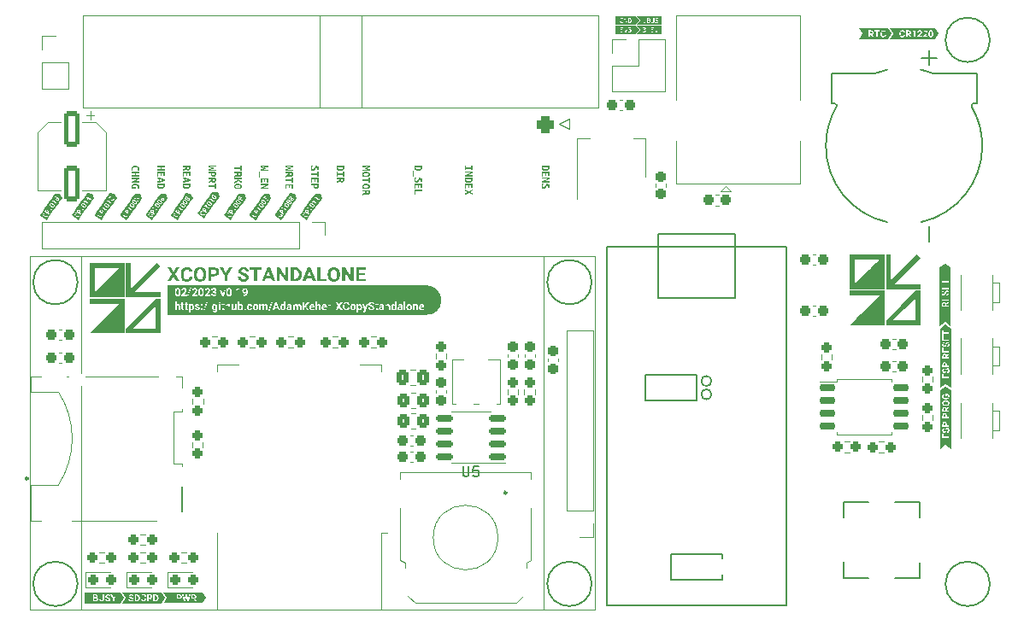
<source format=gbr>
%TF.GenerationSoftware,KiCad,Pcbnew,7.0.1*%
%TF.CreationDate,2023-04-16T22:16:48+10:00*%
%TF.ProjectId,XCopy Standalone,58436f70-7920-4537-9461-6e64616c6f6e,rev?*%
%TF.SameCoordinates,Original*%
%TF.FileFunction,Legend,Top*%
%TF.FilePolarity,Positive*%
%FSLAX46Y46*%
G04 Gerber Fmt 4.6, Leading zero omitted, Abs format (unit mm)*
G04 Created by KiCad (PCBNEW 7.0.1) date 2023-04-16 22:16:48*
%MOMM*%
%LPD*%
G01*
G04 APERTURE LIST*
G04 Aperture macros list*
%AMRoundRect*
0 Rectangle with rounded corners*
0 $1 Rounding radius*
0 $2 $3 $4 $5 $6 $7 $8 $9 X,Y pos of 4 corners*
0 Add a 4 corners polygon primitive as box body*
4,1,4,$2,$3,$4,$5,$6,$7,$8,$9,$2,$3,0*
0 Add four circle primitives for the rounded corners*
1,1,$1+$1,$2,$3*
1,1,$1+$1,$4,$5*
1,1,$1+$1,$6,$7*
1,1,$1+$1,$8,$9*
0 Add four rect primitives between the rounded corners*
20,1,$1+$1,$2,$3,$4,$5,0*
20,1,$1+$1,$4,$5,$6,$7,0*
20,1,$1+$1,$6,$7,$8,$9,0*
20,1,$1+$1,$8,$9,$2,$3,0*%
G04 Aperture macros list end*
%ADD10C,0.150000*%
%ADD11C,0.120000*%
%ADD12C,0.127000*%
%ADD13C,0.240000*%
%ADD14C,0.800000*%
%ADD15R,1.050000X1.400000*%
%ADD16RoundRect,0.237500X0.237500X-0.300000X0.237500X0.300000X-0.237500X0.300000X-0.237500X-0.300000X0*%
%ADD17RoundRect,0.237500X-0.250000X-0.237500X0.250000X-0.237500X0.250000X0.237500X-0.250000X0.237500X0*%
%ADD18RoundRect,0.237500X0.300000X0.237500X-0.300000X0.237500X-0.300000X-0.237500X0.300000X-0.237500X0*%
%ADD19RoundRect,0.237500X-0.287500X-0.237500X0.287500X-0.237500X0.287500X0.237500X-0.287500X0.237500X0*%
%ADD20C,2.400000*%
%ADD21O,1.700000X1.700000*%
%ADD22R,1.700000X1.700000*%
%ADD23RoundRect,0.150000X-0.650000X-0.150000X0.650000X-0.150000X0.650000X0.150000X-0.650000X0.150000X0*%
%ADD24RoundRect,0.425000X0.425000X-0.425000X0.425000X0.425000X-0.425000X0.425000X-0.425000X-0.425000X0*%
%ADD25C,1.700000*%
%ADD26RoundRect,0.237500X-0.237500X0.300000X-0.237500X-0.300000X0.237500X-0.300000X0.237500X0.300000X0*%
%ADD27RoundRect,0.237500X-0.300000X-0.237500X0.300000X-0.237500X0.300000X0.237500X-0.300000X0.237500X0*%
%ADD28RoundRect,0.237500X0.250000X0.237500X-0.250000X0.237500X-0.250000X-0.237500X0.250000X-0.237500X0*%
%ADD29R,2.500000X1.000000*%
%ADD30R,1.000000X1.800000*%
%ADD31RoundRect,0.250000X-0.337500X-0.475000X0.337500X-0.475000X0.337500X0.475000X-0.337500X0.475000X0*%
%ADD32RoundRect,0.237500X0.237500X-0.250000X0.237500X0.250000X-0.237500X0.250000X-0.237500X-0.250000X0*%
%ADD33R,1.600000X1.600000*%
%ADD34C,1.600000*%
%ADD35RoundRect,0.250000X-0.550000X1.500000X-0.550000X-1.500000X0.550000X-1.500000X0.550000X1.500000X0*%
%ADD36C,3.500000*%
%ADD37C,2.200000*%
%ADD38RoundRect,0.237500X-0.237500X0.250000X-0.237500X-0.250000X0.237500X-0.250000X0.237500X0.250000X0*%
%ADD39RoundRect,0.250000X0.350000X0.450000X-0.350000X0.450000X-0.350000X-0.450000X0.350000X-0.450000X0*%
%ADD40C,0.750000*%
%ADD41C,1.050000*%
%ADD42R,1.350000X1.000000*%
%ADD43R,2.000000X1.800000*%
%ADD44RoundRect,0.150000X0.675000X0.150000X-0.675000X0.150000X-0.675000X-0.150000X0.675000X-0.150000X0*%
%ADD45R,1.240000X0.800000*%
%ADD46R,1.200000X1.160000*%
%ADD47R,2.500000X0.950000*%
%ADD48R,2.200000X1.150000*%
%ADD49R,1.150000X1.500000*%
%ADD50R,1.250000X1.160000*%
%ADD51R,1.500000X2.000000*%
%ADD52R,3.800000X2.000000*%
%ADD53R,1.200000X1.200000*%
%ADD54R,1.600000X1.500000*%
%ADD55R,2.000000X2.500000*%
%ADD56C,1.400000*%
%ADD57C,1.200000*%
%ADD58R,2.600000X3.600000*%
G04 APERTURE END LIST*
D10*
%TO.C,U5*%
X92757695Y-102837019D02*
X92757695Y-103646542D01*
X92757695Y-103646542D02*
X92805314Y-103741780D01*
X92805314Y-103741780D02*
X92852933Y-103789400D01*
X92852933Y-103789400D02*
X92948171Y-103837019D01*
X92948171Y-103837019D02*
X93138647Y-103837019D01*
X93138647Y-103837019D02*
X93233885Y-103789400D01*
X93233885Y-103789400D02*
X93281504Y-103741780D01*
X93281504Y-103741780D02*
X93329123Y-103646542D01*
X93329123Y-103646542D02*
X93329123Y-102837019D01*
X94281504Y-102837019D02*
X93805314Y-102837019D01*
X93805314Y-102837019D02*
X93757695Y-103313209D01*
X93757695Y-103313209D02*
X93805314Y-103265590D01*
X93805314Y-103265590D02*
X93900552Y-103217971D01*
X93900552Y-103217971D02*
X94138647Y-103217971D01*
X94138647Y-103217971D02*
X94233885Y-103265590D01*
X94233885Y-103265590D02*
X94281504Y-103313209D01*
X94281504Y-103313209D02*
X94329123Y-103408447D01*
X94329123Y-103408447D02*
X94329123Y-103646542D01*
X94329123Y-103646542D02*
X94281504Y-103741780D01*
X94281504Y-103741780D02*
X94233885Y-103789400D01*
X94233885Y-103789400D02*
X94138647Y-103837019D01*
X94138647Y-103837019D02*
X93900552Y-103837019D01*
X93900552Y-103837019D02*
X93805314Y-103789400D01*
X93805314Y-103789400D02*
X93757695Y-103741780D01*
%TO.C,kibuzzard-63E650D0*%
G36*
X65748694Y-74078108D02*
G01*
X65627250Y-74078108D01*
X65627250Y-73778070D01*
X65461753Y-73778070D01*
X65461753Y-74038817D01*
X65340309Y-74038817D01*
X65340309Y-73778070D01*
X65133141Y-73778070D01*
X65133141Y-74104302D01*
X65011697Y-74104302D01*
X65011697Y-73631623D01*
X65748694Y-73631623D01*
X65748694Y-74078108D01*
G37*
G36*
X65097303Y-74183645D02*
G01*
X65179813Y-74204743D01*
X65259228Y-74225936D01*
X65335547Y-74247224D01*
X65408770Y-74268608D01*
X65497211Y-74295174D01*
X65583346Y-74321293D01*
X65667173Y-74346966D01*
X65748694Y-74372192D01*
X65748694Y-74531736D01*
X65666503Y-74557892D01*
X65581857Y-74583975D01*
X65494756Y-74609982D01*
X65405198Y-74635916D01*
X65331356Y-74656513D01*
X65255084Y-74676873D01*
X65176384Y-74696995D01*
X65095255Y-74716878D01*
X65011697Y-74736523D01*
X65011697Y-74579361D01*
X65181956Y-74544833D01*
X65181956Y-74375764D01*
X65303400Y-74375764D01*
X65303400Y-74519830D01*
X65379600Y-74505542D01*
X65452823Y-74489469D01*
X65526642Y-74470419D01*
X65605819Y-74448392D01*
X65526642Y-74426366D01*
X65452823Y-74407316D01*
X65379600Y-74390647D01*
X65303400Y-74375764D01*
X65181956Y-74375764D01*
X65181956Y-74348380D01*
X65011697Y-74315042D01*
X65011697Y-74162642D01*
X65097303Y-74183645D01*
G37*
G36*
X65002344Y-74971077D02*
G01*
X65002172Y-74968695D01*
X65006339Y-74891900D01*
X65020031Y-74811533D01*
X65739169Y-74811533D01*
X65753456Y-74905592D01*
X65757028Y-74987745D01*
X65751670Y-75057248D01*
X65735597Y-75120500D01*
X65708064Y-75176013D01*
X65668327Y-75222298D01*
X65616237Y-75259357D01*
X65551645Y-75287187D01*
X65473511Y-75304600D01*
X65380791Y-75310405D01*
X65285987Y-75304005D01*
X65206364Y-75284806D01*
X65141029Y-75254296D01*
X65089087Y-75213964D01*
X65049946Y-75164404D01*
X65023008Y-75106212D01*
X65007381Y-75040579D01*
X65003293Y-74984173D01*
X65129569Y-74984173D01*
X65148619Y-75068113D01*
X65201006Y-75122881D01*
X65280183Y-75152647D01*
X65328254Y-75159344D01*
X65380791Y-75161577D01*
X65473659Y-75154433D01*
X65553431Y-75129430D01*
X65608795Y-75080614D01*
X65629631Y-75000842D01*
X65629036Y-74979411D01*
X65626059Y-74957980D01*
X65130759Y-74957980D01*
X65129569Y-74971077D01*
X65129569Y-74984173D01*
X65003293Y-74984173D01*
X65002344Y-74971077D01*
G37*
G36*
X65746908Y-73072625D02*
G01*
X65752861Y-73124417D01*
X65755837Y-73174423D01*
X65757028Y-73216095D01*
X65753456Y-73276222D01*
X65742741Y-73330395D01*
X65724584Y-73378020D01*
X65698688Y-73418502D01*
X65623083Y-73475056D01*
X65573225Y-73489790D01*
X65515331Y-73494702D01*
X65454014Y-73488153D01*
X65398650Y-73468508D01*
X65352513Y-73433682D01*
X65318878Y-73381592D01*
X65250417Y-73424455D01*
X65171836Y-73468508D01*
X65089683Y-73509584D01*
X65011697Y-73543517D01*
X65011697Y-73389927D01*
X65081795Y-73360310D01*
X65149214Y-73326228D01*
X65215740Y-73288575D01*
X65283159Y-73248242D01*
X65283159Y-73172042D01*
X65404603Y-73172042D01*
X65404603Y-73204189D01*
X65411896Y-73268780D01*
X65433773Y-73312536D01*
X65516522Y-73345873D01*
X65567123Y-73336944D01*
X65602247Y-73310155D01*
X65622785Y-73268780D01*
X65629631Y-73216095D01*
X65629036Y-73195855D01*
X65626059Y-73172042D01*
X65404603Y-73172042D01*
X65283159Y-73172042D01*
X65011697Y-73172042D01*
X65011697Y-73025595D01*
X65737978Y-73025595D01*
X65746908Y-73072625D01*
G37*
D11*
%TO.C,SW2*%
X142092200Y-93647200D02*
X142092200Y-90147200D01*
X145842200Y-92847200D02*
X145192200Y-92847200D01*
X145192200Y-90947200D02*
X145842200Y-90947200D01*
X145842200Y-90947200D02*
X145842200Y-92847200D01*
X145192200Y-90147200D02*
X145192200Y-93647200D01*
%TO.C,kibuzzard-63E78C36*%
G36*
X108828593Y-59959346D02*
G01*
X108453149Y-59959346D01*
X107991972Y-59959346D01*
X107826608Y-59959346D01*
X107826608Y-59766994D01*
X108316624Y-59766994D01*
X108341231Y-59775725D01*
X108375759Y-59784456D01*
X108414652Y-59791203D01*
X108453149Y-59793981D01*
X108498988Y-59791104D01*
X108538081Y-59782472D01*
X108570624Y-59768581D01*
X108596818Y-59749928D01*
X108630949Y-59700319D01*
X108642062Y-59637612D01*
X108636803Y-59597727D01*
X108621027Y-59563794D01*
X108595727Y-59536608D01*
X108561893Y-59516962D01*
X108606343Y-59475687D01*
X108623012Y-59419331D01*
X108613487Y-59364562D01*
X108584118Y-59320509D01*
X108535096Y-59292331D01*
X108691274Y-59292331D01*
X108700402Y-59336781D01*
X108713499Y-59392344D01*
X108723994Y-59433927D01*
X108735372Y-59477187D01*
X108747631Y-59522122D01*
X108760595Y-59567939D01*
X108774089Y-59613844D01*
X108788112Y-59659837D01*
X108808948Y-59725322D01*
X108828593Y-59783662D01*
X108929399Y-59783662D01*
X108935378Y-59766994D01*
X109110374Y-59766994D01*
X109134981Y-59775725D01*
X109169509Y-59784456D01*
X109208402Y-59791203D01*
X109246899Y-59793981D01*
X109292738Y-59791104D01*
X109331831Y-59782472D01*
X109364374Y-59768581D01*
X109390568Y-59749928D01*
X109424699Y-59700319D01*
X109435812Y-59637612D01*
X109430553Y-59597727D01*
X109414777Y-59563794D01*
X109389477Y-59536608D01*
X109355643Y-59516962D01*
X109400093Y-59475687D01*
X109416762Y-59419331D01*
X109407237Y-59364562D01*
X109377868Y-59320509D01*
X109327465Y-59291537D01*
X109294227Y-59283798D01*
X109255631Y-59281219D01*
X109213463Y-59284890D01*
X109175859Y-59295903D01*
X109119106Y-59324875D01*
X109154031Y-59396312D01*
X109201259Y-59373691D01*
X109256424Y-59364562D01*
X109301271Y-59380041D01*
X109317543Y-59422506D01*
X109310002Y-59452669D01*
X109290556Y-59471719D01*
X109263568Y-59482037D01*
X109233406Y-59485212D01*
X109196893Y-59485212D01*
X109196893Y-59566175D01*
X109227056Y-59566175D01*
X109270513Y-59570045D01*
X109305637Y-59581653D01*
X109328854Y-59602985D01*
X109336593Y-59636025D01*
X109316352Y-59689206D01*
X109288670Y-59705280D01*
X109246106Y-59710637D01*
X109208502Y-59708455D01*
X109176652Y-59701906D01*
X109129424Y-59685237D01*
X109110374Y-59766994D01*
X108935378Y-59766994D01*
X108944569Y-59741373D01*
X108959385Y-59698114D01*
X108973849Y-59653884D01*
X108987740Y-59609434D01*
X109000837Y-59565514D01*
X109013140Y-59522122D01*
X109030007Y-59458920D01*
X109044890Y-59398694D01*
X109057689Y-59342734D01*
X109068306Y-59292331D01*
X108965912Y-59292331D01*
X108958768Y-59333606D01*
X108950037Y-59381231D01*
X108940115Y-59432726D01*
X108929399Y-59485609D01*
X108917890Y-59538791D01*
X108905587Y-59591178D01*
X108892887Y-59640291D01*
X108880187Y-59683650D01*
X108867388Y-59639696D01*
X108854390Y-59590384D01*
X108841690Y-59537997D01*
X108829784Y-59484816D01*
X108818770Y-59432031D01*
X108808749Y-59380834D01*
X108800415Y-59333507D01*
X108794462Y-59292331D01*
X108691274Y-59292331D01*
X108535096Y-59292331D01*
X108533715Y-59291537D01*
X108500477Y-59283798D01*
X108461881Y-59281219D01*
X108419713Y-59284890D01*
X108382109Y-59295903D01*
X108325356Y-59324875D01*
X108360281Y-59396312D01*
X108407509Y-59373691D01*
X108462674Y-59364562D01*
X108507521Y-59380041D01*
X108523793Y-59422506D01*
X108516252Y-59452669D01*
X108496806Y-59471719D01*
X108469818Y-59482037D01*
X108439656Y-59485212D01*
X108403143Y-59485212D01*
X108403143Y-59566175D01*
X108433306Y-59566175D01*
X108476763Y-59570045D01*
X108511887Y-59581653D01*
X108535104Y-59602985D01*
X108542843Y-59636025D01*
X108522602Y-59689206D01*
X108494920Y-59705280D01*
X108452356Y-59710637D01*
X108414752Y-59708455D01*
X108382902Y-59701906D01*
X108335674Y-59685237D01*
X108316624Y-59766994D01*
X107826608Y-59766994D01*
X107826608Y-59115854D01*
X107991972Y-59115854D01*
X109760464Y-59115854D01*
X109925828Y-59115854D01*
X110206992Y-59537600D01*
X109925828Y-59959346D01*
X109760464Y-59959346D01*
X109246899Y-59959346D01*
X108828593Y-59959346D01*
G37*
%TO.C,C12*%
X90088600Y-95574067D02*
X90088600Y-95281533D01*
X91108600Y-95574067D02*
X91108600Y-95281533D01*
%TO.C,kibuzzard-63E65F2C*%
G36*
X133238228Y-59725292D02*
G01*
X133272702Y-59745873D01*
X133293108Y-59778429D01*
X133299910Y-59821217D01*
X133292701Y-59863133D01*
X133271075Y-59894933D01*
X133236309Y-59914990D01*
X133189684Y-59921676D01*
X133077133Y-59921676D01*
X133077133Y-59718432D01*
X133189219Y-59718432D01*
X133238228Y-59725292D01*
G37*
G36*
X133847784Y-60490323D02*
G01*
X133077133Y-60490323D01*
X132937607Y-60490323D01*
X132342294Y-60490323D01*
X131978079Y-60490323D01*
X132116572Y-60282584D01*
X132937607Y-60282584D01*
X133077133Y-60282584D01*
X133077133Y-60034692D01*
X133188289Y-60034692D01*
X133315258Y-60282584D01*
X133465016Y-60282584D01*
X133465016Y-60276073D01*
X133318514Y-59999345D01*
X133371708Y-59967196D01*
X133409438Y-59925629D01*
X133431937Y-59873597D01*
X133439436Y-59810055D01*
X133432202Y-59749852D01*
X133418667Y-59718432D01*
X133503619Y-59718432D01*
X133708257Y-59718432D01*
X133708257Y-60282584D01*
X133847784Y-60282584D01*
X133847784Y-59963534D01*
X134114279Y-59963534D01*
X134118944Y-60035957D01*
X134132941Y-60100211D01*
X134156268Y-60156298D01*
X134188926Y-60204217D01*
X134229722Y-60242572D01*
X134277467Y-60269968D01*
X134332158Y-60286406D01*
X134393797Y-60291886D01*
X134468030Y-60284909D01*
X134531980Y-60263980D01*
X134585646Y-60229099D01*
X134626961Y-60182073D01*
X134653858Y-60124712D01*
X134666338Y-60057016D01*
X134526812Y-60057016D01*
X134515359Y-60110792D01*
X134490302Y-60148406D01*
X134450247Y-60170556D01*
X134393797Y-60177939D01*
X134331766Y-60165266D01*
X134288919Y-60127245D01*
X134270445Y-60086885D01*
X134259361Y-60033400D01*
X134255666Y-59966789D01*
X134255666Y-59915630D01*
X134260032Y-59851680D01*
X134271892Y-59799978D01*
X134291245Y-59760523D01*
X134334672Y-59723025D01*
X134395657Y-59710526D01*
X134451642Y-59717909D01*
X134491233Y-59740059D01*
X134516057Y-59778603D01*
X134527742Y-59835169D01*
X134667268Y-59835169D01*
X134653109Y-59765148D01*
X134625514Y-59706392D01*
X134584483Y-59658901D01*
X134531669Y-59624020D01*
X134468728Y-59603091D01*
X134395657Y-59596114D01*
X134341526Y-59600533D01*
X134291994Y-59613788D01*
X134247062Y-59635879D01*
X134190495Y-59684307D01*
X134148695Y-59750058D01*
X134129575Y-59802252D01*
X134118103Y-59859612D01*
X134114279Y-59922141D01*
X134114279Y-59963534D01*
X133847784Y-59963534D01*
X133847784Y-59718432D01*
X134055213Y-59718432D01*
X134055213Y-59605416D01*
X133503619Y-59605416D01*
X133503619Y-59718432D01*
X133418667Y-59718432D01*
X133410498Y-59699467D01*
X133374324Y-59658901D01*
X133324818Y-59629187D01*
X133263116Y-59611359D01*
X133189219Y-59605416D01*
X132937607Y-59605416D01*
X132937607Y-60282584D01*
X132116572Y-60282584D01*
X132342294Y-59944000D01*
X131978079Y-59397677D01*
X132342294Y-59397677D01*
X132937607Y-59397677D01*
X134667268Y-59397677D01*
X134865706Y-59397677D01*
X135229921Y-59944000D01*
X134865706Y-60490323D01*
X134667268Y-60490323D01*
X134393797Y-60490323D01*
X133847784Y-60490323D01*
G37*
%TO.C,kibuzzard-63E78C77*%
G36*
X111209226Y-58669634D02*
G01*
X111231848Y-58720831D01*
X111223910Y-58756153D01*
X111203669Y-58777584D01*
X111175491Y-58787903D01*
X111142948Y-58790681D01*
X111118738Y-58789887D01*
X111096116Y-58787506D01*
X111096116Y-58654156D01*
X111148504Y-58654156D01*
X111209226Y-58669634D01*
G37*
G36*
X111166760Y-58459291D02*
G01*
X111188985Y-58467228D01*
X111204066Y-58483897D01*
X111209623Y-58512075D01*
X111190573Y-58556922D01*
X111134216Y-58573194D01*
X111096116Y-58573194D01*
X111096116Y-58460481D01*
X111117548Y-58458100D01*
X111140566Y-58457306D01*
X111166760Y-58459291D01*
G37*
G36*
X111549348Y-59044946D02*
G01*
X111135010Y-59044946D01*
X110706385Y-59044946D01*
X110457536Y-59044946D01*
X110292172Y-59044946D01*
X110011008Y-59044946D01*
X110292172Y-58623200D01*
X110128659Y-58377931D01*
X110569066Y-58377931D01*
X110578194Y-58422381D01*
X110591291Y-58477944D01*
X110601786Y-58519527D01*
X110613164Y-58562787D01*
X110625423Y-58607722D01*
X110638387Y-58653539D01*
X110651881Y-58699444D01*
X110665904Y-58745437D01*
X110686740Y-58810922D01*
X110706385Y-58869262D01*
X110807191Y-58869262D01*
X110810038Y-58861325D01*
X110998485Y-58861325D01*
X111032815Y-58867576D01*
X111067541Y-58872041D01*
X111101871Y-58874720D01*
X111135010Y-58875612D01*
X111174201Y-58873727D01*
X111210813Y-58868072D01*
X111243754Y-58857952D01*
X111271932Y-58842672D01*
X111312810Y-58795047D01*
X111324121Y-58761610D01*
X111327891Y-58720831D01*
X111323957Y-58691462D01*
X111383454Y-58691462D01*
X111385438Y-58732341D01*
X111391391Y-58769250D01*
X111402107Y-58801595D01*
X111418379Y-58828781D01*
X111469576Y-58866484D01*
X111505592Y-58876307D01*
X111549348Y-58879581D01*
X111593798Y-58876307D01*
X111630310Y-58866484D01*
X111659679Y-58850510D01*
X111668403Y-58842275D01*
X111781123Y-58842275D01*
X111835891Y-58866484D01*
X111878555Y-58876307D01*
X111933523Y-58879581D01*
X111989217Y-58875392D01*
X112034593Y-58862824D01*
X112069651Y-58841878D01*
X112103286Y-58796337D01*
X112114498Y-58735119D01*
X112111124Y-58698110D01*
X112101004Y-58668047D01*
X112066476Y-58623597D01*
X112020438Y-58595022D01*
X111972416Y-58575575D01*
X111941857Y-58563669D01*
X111914076Y-58548984D01*
X111893835Y-58529934D01*
X111885898Y-58504931D01*
X111894541Y-58473622D01*
X111920470Y-58454837D01*
X111963685Y-58448575D01*
X112019644Y-58456512D01*
X112063698Y-58475562D01*
X112092273Y-58400156D01*
X112035519Y-58377137D01*
X111998908Y-58369398D01*
X111956541Y-58366819D01*
X111907902Y-58371140D01*
X111866759Y-58384105D01*
X111833113Y-58405712D01*
X111799478Y-58452147D01*
X111788266Y-58513662D01*
X111800966Y-58572003D01*
X111833113Y-58611294D01*
X111876373Y-58637487D01*
X111922410Y-58655744D01*
X111955748Y-58669634D01*
X111985910Y-58686303D01*
X112008135Y-58707337D01*
X112016866Y-58734325D01*
X112013294Y-58757741D01*
X112000198Y-58778378D01*
X111974401Y-58792666D01*
X111933523Y-58797825D01*
X111893934Y-58795047D01*
X111860894Y-58786712D01*
X111809698Y-58762900D01*
X111781123Y-58842275D01*
X111668403Y-58842275D01*
X111682698Y-58828781D01*
X111699565Y-58801595D01*
X111710479Y-58769250D01*
X111716432Y-58732341D01*
X111718416Y-58691462D01*
X111718416Y-58377931D01*
X111620785Y-58377931D01*
X111620785Y-58684319D01*
X111617610Y-58736309D01*
X111606498Y-58770441D01*
X111585066Y-58789094D01*
X111550935Y-58794650D01*
X111516804Y-58789094D01*
X111495769Y-58770837D01*
X111485054Y-58737103D01*
X111481879Y-58685112D01*
X111481879Y-58377931D01*
X111383454Y-58377931D01*
X111383454Y-58691462D01*
X111323957Y-58691462D01*
X111323426Y-58687494D01*
X111310032Y-58655744D01*
X111284136Y-58627962D01*
X111242166Y-58606531D01*
X111287807Y-58563669D01*
X111300606Y-58534697D01*
X111304873Y-58501756D01*
X111297729Y-58455719D01*
X111270741Y-58414047D01*
X111215973Y-58383884D01*
X111175888Y-58375252D01*
X111125485Y-58372375D01*
X111059604Y-58375947D01*
X110998485Y-58384281D01*
X110998485Y-58861325D01*
X110810038Y-58861325D01*
X110822361Y-58826973D01*
X110837177Y-58783714D01*
X110851641Y-58739484D01*
X110865532Y-58695034D01*
X110878629Y-58651114D01*
X110890932Y-58607722D01*
X110907799Y-58544520D01*
X110922682Y-58484294D01*
X110935481Y-58428334D01*
X110946098Y-58377931D01*
X110843704Y-58377931D01*
X110836560Y-58419206D01*
X110827829Y-58466831D01*
X110817907Y-58518326D01*
X110807191Y-58571209D01*
X110795682Y-58624391D01*
X110783379Y-58676778D01*
X110770679Y-58725891D01*
X110757979Y-58769250D01*
X110745180Y-58725296D01*
X110732182Y-58675984D01*
X110719482Y-58623597D01*
X110707576Y-58570416D01*
X110696562Y-58517631D01*
X110686541Y-58466434D01*
X110678207Y-58419107D01*
X110672254Y-58377931D01*
X110569066Y-58377931D01*
X110128659Y-58377931D01*
X110011008Y-58201454D01*
X110292172Y-58201454D01*
X110457536Y-58201454D01*
X112226028Y-58201454D01*
X112391392Y-58201454D01*
X112391392Y-59044946D01*
X112226028Y-59044946D01*
X111933523Y-59044946D01*
X111549348Y-59044946D01*
G37*
%TO.C,R11*%
X60803676Y-109611900D02*
X61313124Y-109611900D01*
X60803676Y-110656900D02*
X61313124Y-110656900D01*
%TO.C,C5*%
X118083867Y-76966700D02*
X117791333Y-76966700D01*
X118083867Y-75946700D02*
X117791333Y-75946700D01*
%TO.C,kibuzzard-63E649C1*%
G36*
X51573390Y-77483050D02*
G01*
X51601592Y-77510065D01*
X51612073Y-77539205D01*
X51606574Y-77571449D01*
X51586833Y-77607772D01*
X51564069Y-77640282D01*
X51434029Y-77549227D01*
X51446289Y-77528258D01*
X51459850Y-77508199D01*
X51483597Y-77482070D01*
X51510219Y-77467402D01*
X51540042Y-77466846D01*
X51573390Y-77483050D01*
G37*
G36*
X52624579Y-76291780D02*
G01*
X52645288Y-76310641D01*
X52660371Y-76334767D01*
X52665472Y-76362079D01*
X52655584Y-76390039D01*
X52627652Y-76412632D01*
X52593350Y-76415261D01*
X52556091Y-76402738D01*
X52518184Y-76380071D01*
X52506058Y-76371096D01*
X52495037Y-76361925D01*
X52502909Y-76335461D01*
X52518064Y-76308282D01*
X52542355Y-76282413D01*
X52567880Y-76272427D01*
X52624579Y-76291780D01*
G37*
G36*
X51993651Y-76823349D02*
G01*
X52044564Y-76845432D01*
X52072336Y-76862336D01*
X52101099Y-76881628D01*
X52128984Y-76902001D01*
X52154123Y-76922147D01*
X52192288Y-76962436D01*
X52208864Y-77003112D01*
X52196926Y-77043688D01*
X52162653Y-77069108D01*
X52119313Y-77067347D01*
X52068401Y-77045263D01*
X52040628Y-77028360D01*
X52011865Y-77009067D01*
X51983979Y-76988694D01*
X51958842Y-76968549D01*
X51920676Y-76928260D01*
X51903873Y-76887908D01*
X51916038Y-76847008D01*
X51950311Y-76821587D01*
X51993651Y-76823349D01*
G37*
G36*
X52724747Y-76726258D02*
G01*
X52402411Y-77186601D01*
X52085084Y-77639792D01*
X51913445Y-77884918D01*
X51732700Y-78143048D01*
X51617515Y-78307549D01*
X51522666Y-78443008D01*
X50831717Y-77959201D01*
X50898830Y-77863355D01*
X51145397Y-77863355D01*
X51150854Y-77905208D01*
X51166000Y-77947063D01*
X51190899Y-77988480D01*
X51226072Y-78028371D01*
X51272041Y-78065646D01*
X51322936Y-78096922D01*
X51371590Y-78117908D01*
X51417578Y-78129034D01*
X51460479Y-78130731D01*
X51500122Y-78123243D01*
X51536335Y-78106811D01*
X51568811Y-78081708D01*
X51597241Y-78048198D01*
X51623445Y-78007317D01*
X51641958Y-77970498D01*
X51661441Y-77917764D01*
X51460528Y-77777083D01*
X51404529Y-77857059D01*
X51551475Y-77959952D01*
X51542498Y-77976922D01*
X51532222Y-77992982D01*
X51496486Y-78025856D01*
X51451193Y-78036051D01*
X51415357Y-78029800D01*
X51374610Y-78012573D01*
X51328951Y-77984370D01*
X51300091Y-77962103D01*
X51275928Y-77939007D01*
X51244462Y-77889842D01*
X51238064Y-77837398D01*
X51261351Y-77781998D01*
X51298551Y-77744093D01*
X51339392Y-77720364D01*
X51290240Y-77654940D01*
X51273105Y-77662806D01*
X51247645Y-77678409D01*
X51216981Y-77704903D01*
X51184040Y-77744337D01*
X51162674Y-77781944D01*
X51149565Y-77821942D01*
X51145397Y-77863355D01*
X50898830Y-77863355D01*
X50926567Y-77823742D01*
X51093070Y-77585951D01*
X51316260Y-77585951D01*
X51713534Y-77864125D01*
X51769533Y-77784149D01*
X51633641Y-77688997D01*
X51653674Y-77660388D01*
X51683762Y-77609805D01*
X51701185Y-77562089D01*
X51705942Y-77517240D01*
X51696609Y-77475444D01*
X51671764Y-77436891D01*
X51631405Y-77401579D01*
X51584879Y-77376000D01*
X51540661Y-77366034D01*
X51498755Y-77371682D01*
X51458826Y-77391419D01*
X51420542Y-77423721D01*
X51383905Y-77468587D01*
X51366800Y-77494400D01*
X51347937Y-77524798D01*
X51330148Y-77556431D01*
X51316260Y-77585951D01*
X51093070Y-77585951D01*
X51323258Y-77257208D01*
X51538697Y-77257208D01*
X51605018Y-77303646D01*
X51666481Y-77215869D01*
X51936314Y-77404808D01*
X51874852Y-77492586D01*
X51941172Y-77539024D01*
X52120096Y-77283494D01*
X52053775Y-77237056D01*
X51992769Y-77324183D01*
X51722935Y-77135244D01*
X51783942Y-77048117D01*
X51717621Y-77001678D01*
X51538697Y-77257208D01*
X51323258Y-77257208D01*
X51578615Y-76892520D01*
X51815588Y-76892520D01*
X51824793Y-76942032D01*
X51842727Y-76979601D01*
X51870398Y-77016843D01*
X51907808Y-77053757D01*
X51954955Y-77090343D01*
X52005418Y-77122194D01*
X52052772Y-77144906D01*
X52097019Y-77158476D01*
X52138158Y-77162905D01*
X52187655Y-77154874D01*
X52230586Y-77131156D01*
X52266952Y-77091752D01*
X52290809Y-77045149D01*
X52298034Y-76997237D01*
X52288627Y-76948014D01*
X52270493Y-76910729D01*
X52242679Y-76873690D01*
X52205185Y-76836898D01*
X52158009Y-76800352D01*
X52107560Y-76768480D01*
X52060249Y-76745708D01*
X52016073Y-76732037D01*
X51975034Y-76727465D01*
X51925663Y-76735316D01*
X51882808Y-76758925D01*
X51846467Y-76798294D01*
X51822813Y-76844607D01*
X51815588Y-76892520D01*
X51578615Y-76892520D01*
X51734679Y-76669638D01*
X52075118Y-76669638D01*
X52159649Y-76690067D01*
X52171492Y-76639251D01*
X52177547Y-76581475D01*
X52402517Y-76739001D01*
X52343331Y-76823528D01*
X52409651Y-76869966D01*
X52580835Y-76625490D01*
X52514515Y-76579052D01*
X52458516Y-76659027D01*
X52122361Y-76423649D01*
X52084118Y-76478266D01*
X52089899Y-76523980D01*
X52089177Y-76574831D01*
X52083838Y-76625356D01*
X52075118Y-76669638D01*
X51734679Y-76669638D01*
X52057694Y-76208325D01*
X52321340Y-76208325D01*
X52323576Y-76262216D01*
X52337964Y-76314320D01*
X52364626Y-76364118D01*
X52403855Y-76410845D01*
X52455944Y-76453738D01*
X52512847Y-76487714D01*
X52564791Y-76506482D01*
X52611772Y-76510039D01*
X52654116Y-76499154D01*
X52692150Y-76474590D01*
X52725871Y-76436348D01*
X52744327Y-76403244D01*
X52753256Y-76370252D01*
X52748193Y-76307599D01*
X52720142Y-76253558D01*
X52677913Y-76212845D01*
X52623717Y-76185071D01*
X52567047Y-76178821D01*
X52511089Y-76199231D01*
X52484335Y-76220832D01*
X52459028Y-76251440D01*
X52447385Y-76274295D01*
X52438667Y-76304044D01*
X52412111Y-76252019D01*
X52409745Y-76196584D01*
X52426335Y-76140371D01*
X52456645Y-76086013D01*
X52385187Y-76042760D01*
X52352553Y-76097670D01*
X52331134Y-76153168D01*
X52321340Y-76208325D01*
X52057694Y-76208325D01*
X52259616Y-75919951D01*
X52354465Y-75784492D01*
X52861208Y-75796079D01*
X53045414Y-76268299D01*
X52950564Y-76403758D01*
X52861330Y-76531198D01*
X52724747Y-76726258D01*
G37*
%TO.C,D3*%
X59443400Y-113361800D02*
X59443400Y-114831800D01*
X59443400Y-114831800D02*
X61903400Y-114831800D01*
X61903400Y-113361800D02*
X59443400Y-113361800D01*
%TO.C,kibuzzard-63E65F17*%
G36*
X136941363Y-59725292D02*
G01*
X136975838Y-59745873D01*
X136996243Y-59778429D01*
X137003045Y-59821217D01*
X136995836Y-59863133D01*
X136974210Y-59894933D01*
X136939444Y-59914990D01*
X136892819Y-59921676D01*
X136780268Y-59921676D01*
X136780268Y-59718432D01*
X136892354Y-59718432D01*
X136941363Y-59725292D01*
G37*
G36*
X139142508Y-59714537D02*
G01*
X139171983Y-59743315D01*
X139189249Y-59793137D01*
X139195004Y-59865865D01*
X139195004Y-60026786D01*
X139188842Y-60096084D01*
X139172215Y-60144918D01*
X139143496Y-60173870D01*
X139101057Y-60183520D01*
X139058094Y-60173463D01*
X139028736Y-60143290D01*
X139011818Y-60092421D01*
X139006179Y-60020274D01*
X139006179Y-59855633D01*
X139012864Y-59788254D01*
X139030131Y-59741454D01*
X139058908Y-59714072D01*
X139100127Y-59704945D01*
X139142508Y-59714537D01*
G37*
G36*
X138791308Y-60490323D02*
G01*
X138244830Y-60490323D01*
X137560686Y-60490323D01*
X136780268Y-60490323D01*
X136276578Y-60490323D01*
X135997060Y-60490323D01*
X135401748Y-60490323D01*
X135037532Y-60490323D01*
X135388725Y-59963534D01*
X135997060Y-59963534D01*
X136001726Y-60035957D01*
X136015722Y-60100211D01*
X136039049Y-60156298D01*
X136071707Y-60204217D01*
X136112504Y-60242572D01*
X136160248Y-60269968D01*
X136214939Y-60286406D01*
X136276578Y-60291886D01*
X136350811Y-60284909D01*
X136357915Y-60282584D01*
X136640742Y-60282584D01*
X136780268Y-60282584D01*
X136780268Y-60034692D01*
X136891424Y-60034692D01*
X137018393Y-60282584D01*
X137168151Y-60282584D01*
X137168151Y-60276073D01*
X137021649Y-59999345D01*
X137074843Y-59967196D01*
X137112573Y-59925629D01*
X137135072Y-59873597D01*
X137142078Y-59814240D01*
X137265820Y-59814240D01*
X137426275Y-59764476D01*
X137426275Y-60282584D01*
X137560686Y-60282584D01*
X137560686Y-59818426D01*
X137767185Y-59818426D01*
X137902060Y-59818426D01*
X137908629Y-59772208D01*
X137928338Y-59735873D01*
X137959440Y-59712328D01*
X138000194Y-59704480D01*
X138065306Y-59730292D01*
X138082398Y-59760930D01*
X138088095Y-59801218D01*
X138066469Y-59870981D01*
X138038970Y-59910862D01*
X137999729Y-59957022D01*
X137780672Y-60190497D01*
X137780672Y-60282584D01*
X138244830Y-60282584D01*
X138244830Y-60174219D01*
X137953685Y-60174219D01*
X138107629Y-60011903D01*
X138161579Y-59946907D01*
X138196926Y-59890515D01*
X138216460Y-59838890D01*
X138219088Y-59818426D01*
X138313663Y-59818426D01*
X138448538Y-59818426D01*
X138455108Y-59772208D01*
X138474816Y-59735873D01*
X138505919Y-59712328D01*
X138546672Y-59704480D01*
X138611784Y-59730292D01*
X138628876Y-59760930D01*
X138634574Y-59801218D01*
X138612947Y-59870981D01*
X138585449Y-59910862D01*
X138546207Y-59957022D01*
X138327150Y-60190497D01*
X138327150Y-60282584D01*
X138791308Y-60282584D01*
X138791308Y-60174219D01*
X138500163Y-60174219D01*
X138654107Y-60011903D01*
X138656038Y-60009577D01*
X138871768Y-60009577D01*
X138879055Y-60093397D01*
X138899054Y-60163160D01*
X138931765Y-60218867D01*
X138976620Y-60259433D01*
X139033051Y-60283773D01*
X139101057Y-60291886D01*
X139169786Y-60283618D01*
X139226527Y-60258813D01*
X139271279Y-60217472D01*
X139303577Y-60160524D01*
X139322955Y-60088901D01*
X139329415Y-60002601D01*
X139329415Y-59877958D01*
X139322128Y-59794164D01*
X139302130Y-59724479D01*
X139269419Y-59668901D01*
X139224563Y-59628464D01*
X139168133Y-59604202D01*
X139100127Y-59596114D01*
X139032095Y-59604279D01*
X138975586Y-59628774D01*
X138930602Y-59669598D01*
X138897917Y-59726184D01*
X138878305Y-59797962D01*
X138871768Y-59884934D01*
X138871768Y-60009577D01*
X138656038Y-60009577D01*
X138708057Y-59946907D01*
X138743404Y-59890515D01*
X138762938Y-59838890D01*
X138769449Y-59788196D01*
X138763015Y-59731713D01*
X138743714Y-59684429D01*
X138711546Y-59646344D01*
X138667750Y-59618438D01*
X138613567Y-59601695D01*
X138548997Y-59596114D01*
X138484234Y-59603381D01*
X138426679Y-59625182D01*
X138378833Y-59659773D01*
X138343196Y-59705410D01*
X138321046Y-59759244D01*
X138313663Y-59818426D01*
X138219088Y-59818426D01*
X138222971Y-59788196D01*
X138216537Y-59731713D01*
X138197236Y-59684429D01*
X138165067Y-59646344D01*
X138121272Y-59618438D01*
X138067089Y-59601695D01*
X138002519Y-59596114D01*
X137937756Y-59603381D01*
X137880201Y-59625182D01*
X137832355Y-59659773D01*
X137796718Y-59705410D01*
X137774568Y-59759244D01*
X137767185Y-59818426D01*
X137560686Y-59818426D01*
X137560686Y-59604486D01*
X137546268Y-59604486D01*
X137265820Y-59704945D01*
X137265820Y-59814240D01*
X137142078Y-59814240D01*
X137142572Y-59810055D01*
X137135337Y-59749852D01*
X137113633Y-59699467D01*
X137077459Y-59658901D01*
X137027953Y-59629187D01*
X136966252Y-59611359D01*
X136892354Y-59605416D01*
X136640742Y-59605416D01*
X136640742Y-60282584D01*
X136357915Y-60282584D01*
X136414761Y-60263980D01*
X136468427Y-60229099D01*
X136509742Y-60182073D01*
X136536640Y-60124712D01*
X136549119Y-60057016D01*
X136409593Y-60057016D01*
X136398140Y-60110792D01*
X136373084Y-60148406D01*
X136333028Y-60170556D01*
X136276578Y-60177939D01*
X136214547Y-60165266D01*
X136171701Y-60127245D01*
X136153226Y-60086885D01*
X136142142Y-60033400D01*
X136138447Y-59966789D01*
X136138447Y-59915630D01*
X136142814Y-59851680D01*
X136154673Y-59799978D01*
X136174026Y-59760523D01*
X136217454Y-59723025D01*
X136278438Y-59710526D01*
X136334423Y-59717909D01*
X136374014Y-59740059D01*
X136398838Y-59778603D01*
X136410523Y-59835169D01*
X136550050Y-59835169D01*
X136535890Y-59765148D01*
X136508295Y-59706392D01*
X136467264Y-59658901D01*
X136414451Y-59624020D01*
X136351509Y-59603091D01*
X136278438Y-59596114D01*
X136224307Y-59600533D01*
X136174775Y-59613788D01*
X136129843Y-59635879D01*
X136073276Y-59684307D01*
X136031477Y-59750058D01*
X136012356Y-59802252D01*
X136000884Y-59859612D01*
X135997060Y-59922141D01*
X135997060Y-59963534D01*
X135388725Y-59963534D01*
X135401748Y-59944000D01*
X135037532Y-59397677D01*
X135401748Y-59397677D01*
X135997060Y-59397677D01*
X139329415Y-59397677D01*
X139527852Y-59397677D01*
X139892068Y-59944000D01*
X139527852Y-60490323D01*
X139329415Y-60490323D01*
X139101057Y-60490323D01*
X138791308Y-60490323D01*
G37*
%TO.C,C16*%
X87823867Y-102414800D02*
X87531333Y-102414800D01*
X87823867Y-101394800D02*
X87531333Y-101394800D01*
%TO.C,U6*%
X105842300Y-117042000D02*
X49842300Y-117042000D01*
X105842300Y-82042000D02*
X105842300Y-117042000D01*
X105672300Y-109822000D02*
X104342300Y-109822000D01*
X105672300Y-108492000D02*
X105672300Y-109822000D01*
X105672300Y-107222000D02*
X105672300Y-89382000D01*
X105672300Y-107222000D02*
X103012300Y-107222000D01*
X105672300Y-89382000D02*
X103012300Y-89382000D01*
X103012300Y-107222000D02*
X103012300Y-89382000D01*
X100752300Y-82042000D02*
X100752300Y-117042000D01*
X54932300Y-117042000D02*
X54932300Y-82042000D01*
X49842300Y-117042000D02*
X49842300Y-82042000D01*
X49842300Y-82042000D02*
X105842300Y-82042000D01*
D10*
X105502300Y-114502000D02*
G75*
G03*
X105502300Y-114502000I-2200000J0D01*
G01*
X105502300Y-84582000D02*
G75*
G03*
X105502300Y-84582000I-2200000J0D01*
G01*
X54582300Y-114502000D02*
G75*
G03*
X54582300Y-114502000I-2200000J0D01*
G01*
X54582300Y-84582000D02*
G75*
G03*
X54582300Y-84582000I-2200000J0D01*
G01*
D11*
%TO.C,U4*%
X129768200Y-94226800D02*
X129768200Y-94486800D01*
X129768200Y-94486800D02*
X128093200Y-94486800D01*
X129768200Y-99676800D02*
X129768200Y-99416800D01*
X132493200Y-94226800D02*
X129768200Y-94226800D01*
X132493200Y-94226800D02*
X135218200Y-94226800D01*
X132493200Y-99676800D02*
X129768200Y-99676800D01*
X132493200Y-99676800D02*
X135218200Y-99676800D01*
X135218200Y-94226800D02*
X135218200Y-94486800D01*
X135218200Y-99676800D02*
X135218200Y-99416800D01*
%TO.C,C11*%
X135605017Y-91238800D02*
X135312483Y-91238800D01*
X135605017Y-90218800D02*
X135312483Y-90218800D01*
%TO.C,SW4*%
X142092200Y-87348000D02*
X142092200Y-83848000D01*
X145842200Y-86548000D02*
X145192200Y-86548000D01*
X145192200Y-84648000D02*
X145842200Y-84648000D01*
X145842200Y-84648000D02*
X145842200Y-86548000D01*
X145192200Y-83848000D02*
X145192200Y-87348000D01*
%TO.C,kibuzzard-63E655A7*%
G36*
X140508907Y-98540936D02*
G01*
X140540533Y-98562737D01*
X140560066Y-98598374D01*
X140566578Y-98647150D01*
X140566578Y-98771794D01*
X140354032Y-98771794D01*
X140354032Y-98643895D01*
X140362404Y-98597851D01*
X140385658Y-98562969D01*
X140421121Y-98540994D01*
X140466119Y-98533669D01*
X140508907Y-98540936D01*
G37*
G36*
X140508907Y-97689360D02*
G01*
X140540533Y-97711161D01*
X140560066Y-97746798D01*
X140566578Y-97795574D01*
X140566578Y-97920218D01*
X140354032Y-97920218D01*
X140354032Y-97792319D01*
X140362404Y-97746275D01*
X140385658Y-97711394D01*
X140421121Y-97689418D01*
X140466119Y-97682093D01*
X140508907Y-97689360D01*
G37*
G36*
X140498733Y-97090269D02*
G01*
X140530533Y-97111895D01*
X140550590Y-97146661D01*
X140557276Y-97193286D01*
X140557276Y-97305837D01*
X140354032Y-97305837D01*
X140354032Y-97193751D01*
X140360892Y-97144742D01*
X140381473Y-97110267D01*
X140414029Y-97089862D01*
X140456817Y-97083060D01*
X140498733Y-97090269D01*
G37*
G36*
X140662050Y-96427079D02*
G01*
X140715612Y-96439792D01*
X140757961Y-96460772D01*
X140799296Y-96506583D01*
X140813074Y-96568673D01*
X140798773Y-96631925D01*
X140755868Y-96678433D01*
X140712563Y-96699621D01*
X140658923Y-96712333D01*
X140594948Y-96716571D01*
X140561927Y-96716571D01*
X140497202Y-96712075D01*
X140443794Y-96699207D01*
X140401704Y-96677968D01*
X140360718Y-96631808D01*
X140347056Y-96569603D01*
X140360892Y-96507048D01*
X140402402Y-96460772D01*
X140444983Y-96439585D01*
X140498933Y-96426872D01*
X140564252Y-96422635D01*
X140597273Y-96422635D01*
X140662050Y-96427079D01*
G37*
G36*
X141125923Y-95903132D02*
G01*
X141125923Y-96568673D01*
X141125923Y-97305837D01*
X141125923Y-97920218D01*
X141125923Y-98771794D01*
X141125923Y-99251300D01*
X141125923Y-99578721D01*
X141125923Y-100140486D01*
X141125923Y-100735798D01*
X141125923Y-101100014D01*
X140579600Y-100735798D01*
X140033277Y-101100014D01*
X140033277Y-100735798D01*
X140033277Y-100140486D01*
X140033277Y-100032647D01*
X140241016Y-100032647D01*
X140918184Y-100032647D01*
X140918184Y-99578721D01*
X140806098Y-99578721D01*
X140806098Y-99893121D01*
X140624714Y-99893121D01*
X140624714Y-99625230D01*
X140515418Y-99625230D01*
X140515418Y-99893121D01*
X140354032Y-99893121D01*
X140354032Y-99579652D01*
X140241016Y-99579652D01*
X140241016Y-100032647D01*
X140033277Y-100032647D01*
X140033277Y-99254555D01*
X140231714Y-99254555D01*
X140237760Y-99323097D01*
X140255899Y-99384547D01*
X140284792Y-99435707D01*
X140323104Y-99473379D01*
X140369090Y-99496575D01*
X140421005Y-99504307D01*
X140486582Y-99491492D01*
X140542548Y-99453044D01*
X140588902Y-99388966D01*
X140611865Y-99339085D01*
X140635178Y-99274089D01*
X140658084Y-99212697D01*
X140679826Y-99173630D01*
X140740520Y-99145725D01*
X140797029Y-99173630D01*
X140812202Y-99207000D01*
X140817260Y-99251300D01*
X140810255Y-99309901D01*
X140789238Y-99351758D01*
X140754211Y-99376873D01*
X140705174Y-99385245D01*
X140705174Y-99525236D01*
X140766798Y-99516807D01*
X140820516Y-99491517D01*
X140864990Y-99450183D01*
X140898883Y-99393616D01*
X140920335Y-99325946D01*
X140927486Y-99251300D01*
X140921931Y-99181381D01*
X140905265Y-99121695D01*
X140877489Y-99072241D01*
X140839946Y-99035292D01*
X140793980Y-99013123D01*
X140739590Y-99005733D01*
X140667037Y-99019337D01*
X140607505Y-99060148D01*
X140574071Y-99103608D01*
X140544460Y-99161434D01*
X140518673Y-99233626D01*
X140498442Y-99290425D01*
X140476816Y-99331527D01*
X140421470Y-99364781D01*
X140364497Y-99336411D01*
X140348277Y-99302343D01*
X140342870Y-99256881D01*
X140349323Y-99209790D01*
X140368683Y-99174560D01*
X140399669Y-99152585D01*
X140441004Y-99145259D01*
X140441004Y-99005733D01*
X140383333Y-99013581D01*
X140332173Y-99037127D01*
X140289676Y-99074857D01*
X140257992Y-99125261D01*
X140238284Y-99185955D01*
X140231714Y-99254555D01*
X140033277Y-99254555D01*
X140033277Y-98911320D01*
X140241016Y-98911320D01*
X140918184Y-98911320D01*
X140918184Y-98771794D01*
X140679594Y-98771794D01*
X140679594Y-98649476D01*
X140673212Y-98574984D01*
X140654066Y-98512120D01*
X140622156Y-98460883D01*
X140579187Y-98423030D01*
X140526864Y-98400318D01*
X140465188Y-98392747D01*
X140403157Y-98400537D01*
X140348219Y-98423908D01*
X140302698Y-98461755D01*
X140268921Y-98512972D01*
X140247992Y-98575469D01*
X140241016Y-98647150D01*
X140241016Y-98911320D01*
X140033277Y-98911320D01*
X140033277Y-98059744D01*
X140241016Y-98059744D01*
X140918184Y-98059744D01*
X140918184Y-97920218D01*
X140679594Y-97920218D01*
X140679594Y-97797900D01*
X140673212Y-97723408D01*
X140654066Y-97660544D01*
X140622156Y-97609307D01*
X140579187Y-97571454D01*
X140526864Y-97548742D01*
X140465188Y-97541171D01*
X140403157Y-97548962D01*
X140348219Y-97572332D01*
X140302698Y-97610179D01*
X140268921Y-97661397D01*
X140247992Y-97723893D01*
X140241016Y-97795574D01*
X140241016Y-98059744D01*
X140033277Y-98059744D01*
X140033277Y-97445363D01*
X140241016Y-97445363D01*
X140918184Y-97445363D01*
X140918184Y-97305837D01*
X140670292Y-97305837D01*
X140670292Y-97194681D01*
X140918184Y-97067712D01*
X140918184Y-96917954D01*
X140911673Y-96917954D01*
X140634945Y-97064456D01*
X140602796Y-97011262D01*
X140561229Y-96973532D01*
X140509197Y-96951033D01*
X140445655Y-96943533D01*
X140385452Y-96950768D01*
X140335067Y-96972472D01*
X140294501Y-97008646D01*
X140264787Y-97058152D01*
X140246959Y-97119853D01*
X140241016Y-97193751D01*
X140241016Y-97445363D01*
X140033277Y-97445363D01*
X140033277Y-96569603D01*
X140231714Y-96569603D01*
X140236236Y-96623941D01*
X140249801Y-96674092D01*
X140272409Y-96720059D01*
X140303467Y-96760625D01*
X140342379Y-96794576D01*
X140389147Y-96821913D01*
X140442502Y-96841938D01*
X140501181Y-96853952D01*
X140565182Y-96857957D01*
X140598669Y-96857957D01*
X140661275Y-96853668D01*
X140718868Y-96841421D01*
X140771449Y-96821215D01*
X140817673Y-96793723D01*
X140856198Y-96759617D01*
X140887023Y-96718896D01*
X140909502Y-96672852D01*
X140922990Y-96622778D01*
X140927486Y-96568673D01*
X140922938Y-96514076D01*
X140909296Y-96463769D01*
X140886558Y-96417752D01*
X140855449Y-96377263D01*
X140816691Y-96343544D01*
X140770286Y-96316595D01*
X140717318Y-96296958D01*
X140658872Y-96285176D01*
X140594948Y-96281248D01*
X140564717Y-96281248D01*
X140500974Y-96285253D01*
X140442451Y-96297268D01*
X140389147Y-96317293D01*
X140342379Y-96344629D01*
X140303467Y-96378581D01*
X140272409Y-96419147D01*
X140249801Y-96465113D01*
X140236236Y-96515265D01*
X140231714Y-96569603D01*
X140033277Y-96569603D01*
X140033277Y-95912899D01*
X140231714Y-95912899D01*
X140236081Y-95968115D01*
X140249181Y-96018422D01*
X140271014Y-96063820D01*
X140319035Y-96120677D01*
X140384496Y-96162418D01*
X140436973Y-96181409D01*
X140495497Y-96192804D01*
X140560066Y-96196602D01*
X140606110Y-96196602D01*
X140669000Y-96192081D01*
X140726206Y-96179756D01*
X140777727Y-96159628D01*
X140842084Y-96116026D01*
X140889116Y-96057308D01*
X140910433Y-96010722D01*
X140923222Y-95959330D01*
X140927486Y-95903132D01*
X140921265Y-95823137D01*
X140902604Y-95750583D01*
X140872664Y-95689540D01*
X140832608Y-95644078D01*
X140562392Y-95644078D01*
X140562392Y-95910573D01*
X140665176Y-95910573D01*
X140665176Y-95783604D01*
X140781913Y-95783604D01*
X140807028Y-95828369D01*
X140815400Y-95895690D01*
X140801796Y-95964407D01*
X140760984Y-96014288D01*
X140718920Y-96036767D01*
X140665280Y-96050255D01*
X140600064Y-96054750D01*
X140556811Y-96054750D01*
X140492215Y-96050358D01*
X140439195Y-96037801D01*
X140397751Y-96017078D01*
X140357637Y-95971383D01*
X140344266Y-95908713D01*
X140351009Y-95858890D01*
X140371241Y-95821044D01*
X140406006Y-95794824D01*
X140456352Y-95779883D01*
X140456352Y-95644078D01*
X140388991Y-95658599D01*
X140333258Y-95685419D01*
X140289153Y-95724538D01*
X140257242Y-95775646D01*
X140238096Y-95838433D01*
X140231714Y-95912899D01*
X140033277Y-95912899D01*
X140033277Y-95536239D01*
X140033277Y-95337802D01*
X140579600Y-94973586D01*
X141125923Y-95337802D01*
X141125923Y-95536239D01*
X141125923Y-95903132D01*
G37*
%TO.C,R6*%
X56739676Y-111389900D02*
X57249124Y-111389900D01*
X56739676Y-112434900D02*
X57249124Y-112434900D01*
%TO.C,kibuzzard-63E78C9C*%
G36*
X111499341Y-59959346D02*
G01*
X111132629Y-59959346D01*
X110705591Y-59959346D01*
X110457536Y-59959346D01*
X110292172Y-59959346D01*
X110011008Y-59959346D01*
X110139243Y-59766994D01*
X110569066Y-59766994D01*
X110593673Y-59775725D01*
X110628201Y-59784456D01*
X110667094Y-59791203D01*
X110705591Y-59793981D01*
X110751430Y-59791104D01*
X110790523Y-59782472D01*
X110823066Y-59768581D01*
X110849260Y-59749928D01*
X110869193Y-59720956D01*
X111061191Y-59720956D01*
X111067144Y-59751516D01*
X111083019Y-59773741D01*
X111105641Y-59787631D01*
X111132629Y-59792394D01*
X111181841Y-59774137D01*
X111184720Y-59766994D01*
X111362816Y-59766994D01*
X111387423Y-59775725D01*
X111421951Y-59784456D01*
X111460844Y-59791203D01*
X111499341Y-59793981D01*
X111545180Y-59791104D01*
X111584273Y-59782472D01*
X111616816Y-59768581D01*
X111643010Y-59749928D01*
X111677141Y-59700319D01*
X111688254Y-59637612D01*
X111682995Y-59597727D01*
X111667219Y-59563794D01*
X111641919Y-59536608D01*
X111608085Y-59516962D01*
X111652535Y-59475687D01*
X111669204Y-59419331D01*
X111659679Y-59364562D01*
X111630310Y-59320509D01*
X111581288Y-59292331D01*
X111737466Y-59292331D01*
X111746594Y-59336781D01*
X111759691Y-59392344D01*
X111770186Y-59433927D01*
X111781564Y-59477187D01*
X111793823Y-59522122D01*
X111806787Y-59567939D01*
X111820281Y-59613844D01*
X111834304Y-59659837D01*
X111855140Y-59725322D01*
X111874785Y-59783662D01*
X111975591Y-59783662D01*
X111990761Y-59741373D01*
X112005577Y-59698114D01*
X112020041Y-59653884D01*
X112033932Y-59609434D01*
X112047029Y-59565514D01*
X112059332Y-59522122D01*
X112076199Y-59458920D01*
X112091082Y-59398694D01*
X112103881Y-59342734D01*
X112114498Y-59292331D01*
X112012104Y-59292331D01*
X112004960Y-59333606D01*
X111996229Y-59381231D01*
X111986307Y-59432726D01*
X111975591Y-59485609D01*
X111964082Y-59538791D01*
X111951779Y-59591178D01*
X111939079Y-59640291D01*
X111926379Y-59683650D01*
X111913580Y-59639696D01*
X111900582Y-59590384D01*
X111887882Y-59537997D01*
X111875976Y-59484816D01*
X111864962Y-59432031D01*
X111854941Y-59380834D01*
X111846607Y-59333507D01*
X111840654Y-59292331D01*
X111737466Y-59292331D01*
X111581288Y-59292331D01*
X111579907Y-59291537D01*
X111546669Y-59283798D01*
X111508073Y-59281219D01*
X111465905Y-59284890D01*
X111428301Y-59295903D01*
X111371548Y-59324875D01*
X111406473Y-59396312D01*
X111453701Y-59373691D01*
X111508866Y-59364562D01*
X111553713Y-59380041D01*
X111569985Y-59422506D01*
X111562444Y-59452669D01*
X111542998Y-59471719D01*
X111516010Y-59482037D01*
X111485848Y-59485212D01*
X111449335Y-59485212D01*
X111449335Y-59566175D01*
X111479498Y-59566175D01*
X111522955Y-59570045D01*
X111558079Y-59581653D01*
X111581296Y-59602985D01*
X111589035Y-59636025D01*
X111568794Y-59689206D01*
X111541112Y-59705280D01*
X111498548Y-59710637D01*
X111460944Y-59708455D01*
X111429094Y-59701906D01*
X111381866Y-59685237D01*
X111362816Y-59766994D01*
X111184720Y-59766994D01*
X111203273Y-59720956D01*
X111181841Y-59669362D01*
X111132629Y-59651106D01*
X111105641Y-59655869D01*
X111083019Y-59669362D01*
X111067144Y-59691191D01*
X111061191Y-59720956D01*
X110869193Y-59720956D01*
X110883391Y-59700319D01*
X110894504Y-59637612D01*
X110889245Y-59597727D01*
X110873469Y-59563794D01*
X110848169Y-59536608D01*
X110814335Y-59516962D01*
X110858785Y-59475687D01*
X110875454Y-59419331D01*
X110865929Y-59364562D01*
X110836560Y-59320509D01*
X110786157Y-59291537D01*
X110752919Y-59283798D01*
X110714323Y-59281219D01*
X110672155Y-59284890D01*
X110634551Y-59295903D01*
X110577798Y-59324875D01*
X110612723Y-59396312D01*
X110659951Y-59373691D01*
X110715116Y-59364562D01*
X110759963Y-59380041D01*
X110776235Y-59422506D01*
X110768694Y-59452669D01*
X110749248Y-59471719D01*
X110722260Y-59482037D01*
X110692098Y-59485212D01*
X110655585Y-59485212D01*
X110655585Y-59566175D01*
X110685748Y-59566175D01*
X110729205Y-59570045D01*
X110764329Y-59581653D01*
X110787546Y-59602985D01*
X110795285Y-59636025D01*
X110775044Y-59689206D01*
X110747362Y-59705280D01*
X110704798Y-59710637D01*
X110667194Y-59708455D01*
X110635344Y-59701906D01*
X110588116Y-59685237D01*
X110569066Y-59766994D01*
X110139243Y-59766994D01*
X110292172Y-59537600D01*
X110011008Y-59115854D01*
X110292172Y-59115854D01*
X110457536Y-59115854D01*
X112226028Y-59115854D01*
X112391392Y-59115854D01*
X112391392Y-59959346D01*
X112226028Y-59959346D01*
X111874785Y-59959346D01*
X111499341Y-59959346D01*
G37*
%TO.C,kibuzzard-63E64B6F*%
G36*
X67153930Y-77320498D02*
G01*
X67182131Y-77347514D01*
X67192612Y-77376654D01*
X67187113Y-77408899D01*
X67167372Y-77445222D01*
X67144609Y-77477731D01*
X67014568Y-77386676D01*
X67026829Y-77365707D01*
X67040390Y-77345648D01*
X67064136Y-77319519D01*
X67090759Y-77304851D01*
X67120582Y-77304294D01*
X67153930Y-77320498D01*
G37*
G36*
X67574190Y-76660798D02*
G01*
X67625103Y-76682882D01*
X67652876Y-76699784D01*
X67681639Y-76719077D01*
X67709524Y-76739450D01*
X67734662Y-76759596D01*
X67772827Y-76799885D01*
X67789403Y-76840561D01*
X67777466Y-76881136D01*
X67743192Y-76906557D01*
X67699853Y-76904795D01*
X67648940Y-76882712D01*
X67621168Y-76865808D01*
X67592405Y-76846517D01*
X67564520Y-76826143D01*
X67539381Y-76805998D01*
X67501216Y-76765708D01*
X67484412Y-76725357D01*
X67496578Y-76684457D01*
X67530851Y-76659036D01*
X67574190Y-76660798D01*
G37*
G36*
X68233392Y-76231389D02*
G01*
X68204224Y-76253844D01*
X68162250Y-76256187D01*
X68127642Y-76246490D01*
X68088325Y-76227681D01*
X68044299Y-76199760D01*
X68003365Y-76168191D01*
X67972461Y-76137830D01*
X67968426Y-76132196D01*
X68036375Y-76132196D01*
X68060106Y-76163348D01*
X68097169Y-76174765D01*
X68128514Y-76156985D01*
X68133818Y-76122424D01*
X68110642Y-76091175D01*
X68073024Y-76079856D01*
X68042037Y-76096433D01*
X68036375Y-76132196D01*
X67968426Y-76132196D01*
X67951584Y-76108678D01*
X67939430Y-76068433D01*
X67950554Y-76033344D01*
X67980006Y-76010484D01*
X68021924Y-76008222D01*
X68056332Y-76018049D01*
X68095356Y-76036815D01*
X68138997Y-76064518D01*
X68180316Y-76096304D01*
X68211514Y-76126708D01*
X68232590Y-76155732D01*
X68244800Y-76195895D01*
X68233646Y-76230599D01*
X68233392Y-76231389D01*
G37*
G36*
X68305287Y-76563707D02*
G01*
X67982951Y-77024050D01*
X67665624Y-77477240D01*
X67493984Y-77722367D01*
X67313240Y-77980497D01*
X67198055Y-78144998D01*
X67103206Y-78280457D01*
X66412257Y-77796650D01*
X66479369Y-77700804D01*
X66725936Y-77700804D01*
X66731393Y-77742657D01*
X66746539Y-77784513D01*
X66771438Y-77825929D01*
X66806612Y-77865820D01*
X66852580Y-77903095D01*
X66903475Y-77934371D01*
X66952129Y-77955357D01*
X66998118Y-77966483D01*
X67041019Y-77968180D01*
X67080662Y-77960691D01*
X67116875Y-77944261D01*
X67149351Y-77919156D01*
X67177781Y-77885648D01*
X67203984Y-77844766D01*
X67222498Y-77807947D01*
X67241980Y-77755213D01*
X67041067Y-77614533D01*
X66985069Y-77694507D01*
X67132015Y-77797400D01*
X67123038Y-77814371D01*
X67112762Y-77830431D01*
X67077025Y-77863305D01*
X67031733Y-77873500D01*
X66995896Y-77867249D01*
X66955149Y-77850022D01*
X66909490Y-77821819D01*
X66880630Y-77799552D01*
X66856467Y-77776456D01*
X66825001Y-77727292D01*
X66818604Y-77674846D01*
X66841891Y-77619447D01*
X66879091Y-77581542D01*
X66919931Y-77557813D01*
X66870780Y-77492389D01*
X66853644Y-77500255D01*
X66828184Y-77515858D01*
X66797520Y-77542352D01*
X66764579Y-77581787D01*
X66743213Y-77619393D01*
X66730105Y-77659390D01*
X66725936Y-77700804D01*
X66479369Y-77700804D01*
X66507106Y-77661191D01*
X66673609Y-77423400D01*
X66896801Y-77423400D01*
X67294074Y-77701573D01*
X67350073Y-77621599D01*
X67214181Y-77526446D01*
X67234213Y-77497837D01*
X67264302Y-77447255D01*
X67281724Y-77399539D01*
X67286481Y-77354689D01*
X67277148Y-77312893D01*
X67252303Y-77274340D01*
X67211944Y-77239029D01*
X67165418Y-77213449D01*
X67121201Y-77203483D01*
X67079295Y-77209131D01*
X67039366Y-77228868D01*
X67001082Y-77261170D01*
X66964444Y-77306037D01*
X66947339Y-77331850D01*
X66928477Y-77362247D01*
X66910687Y-77393880D01*
X66896801Y-77423400D01*
X66673609Y-77423400D01*
X66903798Y-77094656D01*
X67119237Y-77094656D01*
X67185558Y-77141095D01*
X67247020Y-77053318D01*
X67516854Y-77242257D01*
X67455392Y-77330034D01*
X67521712Y-77376472D01*
X67700635Y-77120943D01*
X67634315Y-77074506D01*
X67573308Y-77161632D01*
X67303474Y-76972693D01*
X67364481Y-76885566D01*
X67298160Y-76839128D01*
X67119237Y-77094656D01*
X66903798Y-77094656D01*
X67159155Y-76729969D01*
X67396127Y-76729969D01*
X67405333Y-76779480D01*
X67423267Y-76817050D01*
X67450938Y-76854292D01*
X67488347Y-76891206D01*
X67535495Y-76927792D01*
X67585958Y-76959644D01*
X67633312Y-76982355D01*
X67677558Y-76995925D01*
X67718698Y-77000354D01*
X67768194Y-76992323D01*
X67811126Y-76968605D01*
X67847492Y-76929201D01*
X67871349Y-76882598D01*
X67878574Y-76834686D01*
X67869166Y-76785463D01*
X67851033Y-76748177D01*
X67823219Y-76711140D01*
X67785724Y-76674348D01*
X67738548Y-76637802D01*
X67688100Y-76605929D01*
X67640788Y-76583157D01*
X67596613Y-76569486D01*
X67555573Y-76564914D01*
X67506203Y-76572765D01*
X67463348Y-76596374D01*
X67427007Y-76635742D01*
X67403352Y-76682056D01*
X67396127Y-76729969D01*
X67159155Y-76729969D01*
X67315219Y-76507087D01*
X67655658Y-76507087D01*
X67740189Y-76527517D01*
X67752032Y-76476700D01*
X67758086Y-76418925D01*
X67983057Y-76576451D01*
X67923871Y-76660977D01*
X67990191Y-76707415D01*
X68161375Y-76462939D01*
X68095054Y-76416501D01*
X68039056Y-76496476D01*
X67702901Y-76261098D01*
X67664658Y-76315715D01*
X67670439Y-76361429D01*
X67669716Y-76412280D01*
X67664378Y-76462805D01*
X67655658Y-76507087D01*
X67315219Y-76507087D01*
X67616061Y-76077440D01*
X67852387Y-76077440D01*
X67861910Y-76125345D01*
X67880096Y-76161820D01*
X67908134Y-76198409D01*
X67946022Y-76235113D01*
X67993763Y-76271933D01*
X68045232Y-76304640D01*
X68093003Y-76328098D01*
X68137076Y-76342303D01*
X68177453Y-76347259D01*
X68225573Y-76340041D01*
X68267194Y-76317504D01*
X68302313Y-76279648D01*
X68325874Y-76233701D01*
X68332817Y-76186882D01*
X68323141Y-76139194D01*
X68304675Y-76102948D01*
X68276252Y-76066391D01*
X68237870Y-76029524D01*
X68189532Y-75992346D01*
X68138369Y-75959852D01*
X68090863Y-75936580D01*
X68047012Y-75922531D01*
X68006818Y-75917702D01*
X67958879Y-75925048D01*
X67917366Y-75947660D01*
X67882283Y-75985540D01*
X67859178Y-76030839D01*
X67852387Y-76077440D01*
X67616061Y-76077440D01*
X67844708Y-75750898D01*
X67939557Y-75615439D01*
X68446300Y-75627027D01*
X68630505Y-76099246D01*
X68535657Y-76234705D01*
X68437772Y-76374498D01*
X68305287Y-76563707D01*
G37*
%TO.C,#G2*%
G36*
X137895004Y-82018196D02*
G01*
X138069919Y-82193112D01*
X135479569Y-84783912D01*
X138069751Y-84783912D01*
X138069751Y-85287991D01*
X134653213Y-85287991D01*
X134653213Y-81843449D01*
X135129288Y-81843449D01*
X135129288Y-84433631D01*
X136424688Y-83138455D01*
X137720088Y-81843281D01*
X137895004Y-82018196D01*
G37*
G36*
X134513191Y-88844551D02*
G01*
X131083526Y-88844551D01*
X131418511Y-88501497D01*
X131502762Y-88415701D01*
X131621584Y-88295410D01*
X131769919Y-88145710D01*
X131942710Y-87971689D01*
X132134902Y-87778433D01*
X132341437Y-87571028D01*
X132557259Y-87354561D01*
X132777311Y-87134120D01*
X132880079Y-87031265D01*
X134006662Y-85904088D01*
X131068649Y-85904088D01*
X131068649Y-85428013D01*
X134513191Y-85428013D01*
X134513191Y-88844551D01*
G37*
G36*
X131068649Y-84767519D02*
G01*
X131068649Y-82347528D01*
X131572728Y-82347528D01*
X131572728Y-84767519D01*
X132776665Y-83564524D01*
X132991080Y-83350169D01*
X133193287Y-83147809D01*
X133379880Y-82960867D01*
X133547453Y-82792766D01*
X133692599Y-82646927D01*
X133811912Y-82526775D01*
X133901986Y-82435731D01*
X133959415Y-82377218D01*
X133980792Y-82354658D01*
X133980854Y-82354529D01*
X133953857Y-82353055D01*
X133876568Y-82351686D01*
X133754701Y-82350456D01*
X133593973Y-82349398D01*
X133400101Y-82348545D01*
X133178799Y-82347931D01*
X132935785Y-82347589D01*
X132776918Y-82347528D01*
X131572728Y-82347528D01*
X131068649Y-82347528D01*
X131068649Y-81843449D01*
X134513191Y-81843449D01*
X134513191Y-85287991D01*
X131068649Y-85287991D01*
X131068649Y-84767519D01*
G37*
G36*
X134657901Y-88349983D02*
G01*
X135353323Y-88349983D01*
X135380333Y-88354041D01*
X135457386Y-88357791D01*
X135578517Y-88361133D01*
X135737759Y-88363969D01*
X135929149Y-88366197D01*
X136146719Y-88367719D01*
X136384506Y-88368434D01*
X136459497Y-88368476D01*
X137565672Y-88368476D01*
X137565672Y-86119141D01*
X136459497Y-87225315D01*
X136254127Y-87431007D01*
X136061131Y-87624929D01*
X135884066Y-87803464D01*
X135726489Y-87962996D01*
X135591958Y-88099907D01*
X135484029Y-88210583D01*
X135406259Y-88291406D01*
X135362206Y-88338759D01*
X135353323Y-88349983D01*
X134657901Y-88349983D01*
X136116343Y-86891343D01*
X137579474Y-85428013D01*
X138069751Y-85428013D01*
X138069751Y-88844551D01*
X134653213Y-88844551D01*
X134653213Y-88354672D01*
X134657901Y-88349983D01*
G37*
%TO.C,kibuzzard-63E65113*%
G36*
X83527503Y-74754383D02*
G01*
X83406059Y-74754383D01*
X83406059Y-74560311D01*
X82790506Y-74560311D01*
X82790506Y-74412673D01*
X83406059Y-74412673D01*
X83406059Y-74218602D01*
X83527503Y-74218602D01*
X83527503Y-74754383D01*
G37*
G36*
X82882780Y-73029316D02*
G01*
X82978625Y-73033334D01*
X83075959Y-73037650D01*
X83172697Y-73042264D01*
X83267649Y-73047473D01*
X83359625Y-73053575D01*
X83446838Y-73060570D01*
X83527503Y-73068458D01*
X83527503Y-73189902D01*
X83463209Y-73210738D01*
X83378675Y-73237527D01*
X83286997Y-73266102D01*
X83201272Y-73293486D01*
X83292355Y-73323252D01*
X83382842Y-73353017D01*
X83464400Y-73379211D01*
X83527503Y-73400642D01*
X83527503Y-73522086D01*
X83432253Y-73530272D01*
X83339384Y-73538159D01*
X83248153Y-73545303D01*
X83157814Y-73551256D01*
X83067624Y-73556168D01*
X82976839Y-73560186D01*
X82884714Y-73563460D01*
X82790506Y-73566139D01*
X82790506Y-73431598D01*
X83363197Y-73438742D01*
X83051253Y-73348255D01*
X83051253Y-73241098D01*
X83363197Y-73154183D01*
X82790506Y-73160136D01*
X82790506Y-73025595D01*
X82882780Y-73029316D01*
G37*
G36*
X83525717Y-75490784D02*
G01*
X83531670Y-75542577D01*
X83534647Y-75592583D01*
X83535838Y-75634255D01*
X83532266Y-75694381D01*
X83521550Y-75748555D01*
X83503393Y-75796180D01*
X83477497Y-75836661D01*
X83401892Y-75893216D01*
X83352035Y-75907950D01*
X83294141Y-75912861D01*
X83232823Y-75906313D01*
X83177459Y-75886667D01*
X83131323Y-75851841D01*
X83097688Y-75799752D01*
X83029227Y-75842614D01*
X82950645Y-75886667D01*
X82868492Y-75927744D01*
X82790506Y-75961677D01*
X82790506Y-75808086D01*
X82860604Y-75778469D01*
X82928023Y-75744388D01*
X82994550Y-75706734D01*
X83061969Y-75666402D01*
X83061969Y-75590202D01*
X83183413Y-75590202D01*
X83183413Y-75622348D01*
X83190705Y-75686940D01*
X83212583Y-75730695D01*
X83295331Y-75764033D01*
X83345933Y-75755103D01*
X83381056Y-75728314D01*
X83401595Y-75686940D01*
X83408441Y-75634255D01*
X83407845Y-75614014D01*
X83404869Y-75590202D01*
X83183413Y-75590202D01*
X83061969Y-75590202D01*
X82790506Y-75590202D01*
X82790506Y-75443755D01*
X83516788Y-75443755D01*
X83525717Y-75490784D01*
G37*
G36*
X82775189Y-73891180D02*
G01*
X82902425Y-73891180D01*
X82922666Y-73951306D01*
X82978030Y-73987025D01*
X83059588Y-74003694D01*
X83107808Y-74006819D01*
X83159600Y-74007861D01*
X83211541Y-74006819D01*
X83260208Y-74003694D01*
X83341766Y-73987025D01*
X83396534Y-73951902D01*
X83416775Y-73891180D01*
X83396534Y-73830458D01*
X83341170Y-73795334D01*
X83259613Y-73778666D01*
X83211392Y-73775540D01*
X83159600Y-73774498D01*
X83107659Y-73775540D01*
X83058992Y-73778666D01*
X82977434Y-73795334D01*
X82922666Y-73830458D01*
X82902425Y-73891180D01*
X82775189Y-73891180D01*
X82785810Y-73812665D01*
X82818155Y-73746585D01*
X82872064Y-73694131D01*
X82926424Y-73664180D01*
X82992466Y-73642786D01*
X83070192Y-73629949D01*
X83159600Y-73625670D01*
X83249008Y-73630061D01*
X83326734Y-73643232D01*
X83392776Y-73665184D01*
X83447136Y-73695917D01*
X83501045Y-73748834D01*
X83533390Y-73813921D01*
X83544172Y-73891180D01*
X83533390Y-73970819D01*
X83501045Y-74036701D01*
X83447136Y-74088824D01*
X83392776Y-74118515D01*
X83326734Y-74139723D01*
X83249008Y-74152448D01*
X83159600Y-74156689D01*
X83070192Y-74152373D01*
X82992466Y-74139425D01*
X82926424Y-74117845D01*
X82872064Y-74087633D01*
X82818155Y-74035245D01*
X82785810Y-73970158D01*
X82775028Y-73892370D01*
X82775189Y-73891180D01*
G37*
G36*
X82775189Y-75081805D02*
G01*
X82902425Y-75081805D01*
X82922666Y-75141931D01*
X82978030Y-75177650D01*
X83059588Y-75194319D01*
X83107808Y-75197444D01*
X83159600Y-75198486D01*
X83211541Y-75197444D01*
X83260208Y-75194319D01*
X83341766Y-75177650D01*
X83396534Y-75142527D01*
X83416775Y-75081805D01*
X83396534Y-75021083D01*
X83341170Y-74985959D01*
X83259613Y-74969291D01*
X83211392Y-74966165D01*
X83159600Y-74965124D01*
X83107659Y-74966165D01*
X83058992Y-74969291D01*
X82977434Y-74985959D01*
X82922666Y-75021083D01*
X82902425Y-75081805D01*
X82775189Y-75081805D01*
X82785810Y-75003290D01*
X82818155Y-74937210D01*
X82872064Y-74884756D01*
X82926424Y-74854805D01*
X82992466Y-74833411D01*
X83070192Y-74820574D01*
X83159600Y-74816295D01*
X83249008Y-74820686D01*
X83326734Y-74833857D01*
X83392776Y-74855809D01*
X83447136Y-74886542D01*
X83501045Y-74939459D01*
X83533390Y-75004546D01*
X83544172Y-75081805D01*
X83533390Y-75161444D01*
X83501045Y-75227326D01*
X83447136Y-75279448D01*
X83392776Y-75309140D01*
X83326734Y-75330348D01*
X83249008Y-75343073D01*
X83159600Y-75347314D01*
X83070192Y-75342998D01*
X82992466Y-75330050D01*
X82926424Y-75308470D01*
X82872064Y-75278258D01*
X82818155Y-75225870D01*
X82785810Y-75160783D01*
X82775028Y-75082995D01*
X82775189Y-75081805D01*
G37*
%TO.C,#G1*%
G36*
X62609404Y-82830996D02*
G01*
X62784319Y-83005912D01*
X60193969Y-85596712D01*
X62784151Y-85596712D01*
X62784151Y-86100791D01*
X59367613Y-86100791D01*
X59367613Y-82656249D01*
X59843688Y-82656249D01*
X59843688Y-85246431D01*
X61139088Y-83951255D01*
X62434488Y-82656081D01*
X62609404Y-82830996D01*
G37*
G36*
X59227591Y-89657351D02*
G01*
X55797926Y-89657351D01*
X56132911Y-89314297D01*
X56217162Y-89228501D01*
X56335984Y-89108210D01*
X56484319Y-88958510D01*
X56657110Y-88784489D01*
X56849302Y-88591233D01*
X57055837Y-88383828D01*
X57271659Y-88167361D01*
X57491711Y-87946920D01*
X57594479Y-87844065D01*
X58721062Y-86716888D01*
X55783049Y-86716888D01*
X55783049Y-86240813D01*
X59227591Y-86240813D01*
X59227591Y-89657351D01*
G37*
G36*
X55783049Y-85580319D02*
G01*
X55783049Y-83160328D01*
X56287128Y-83160328D01*
X56287128Y-85580319D01*
X57491065Y-84377324D01*
X57705480Y-84162969D01*
X57907687Y-83960609D01*
X58094280Y-83773667D01*
X58261853Y-83605566D01*
X58406999Y-83459727D01*
X58526312Y-83339575D01*
X58616386Y-83248531D01*
X58673815Y-83190018D01*
X58695192Y-83167458D01*
X58695254Y-83167329D01*
X58668257Y-83165855D01*
X58590968Y-83164486D01*
X58469101Y-83163256D01*
X58308373Y-83162198D01*
X58114501Y-83161345D01*
X57893199Y-83160731D01*
X57650185Y-83160389D01*
X57491318Y-83160328D01*
X56287128Y-83160328D01*
X55783049Y-83160328D01*
X55783049Y-82656249D01*
X59227591Y-82656249D01*
X59227591Y-86100791D01*
X55783049Y-86100791D01*
X55783049Y-85580319D01*
G37*
G36*
X59372301Y-89162783D02*
G01*
X60067723Y-89162783D01*
X60094733Y-89166841D01*
X60171786Y-89170591D01*
X60292917Y-89173933D01*
X60452159Y-89176769D01*
X60643549Y-89178997D01*
X60861119Y-89180519D01*
X61098906Y-89181234D01*
X61173897Y-89181276D01*
X62280072Y-89181276D01*
X62280072Y-86931941D01*
X61173897Y-88038115D01*
X60968527Y-88243807D01*
X60775531Y-88437729D01*
X60598466Y-88616264D01*
X60440889Y-88775796D01*
X60306358Y-88912707D01*
X60198429Y-89023383D01*
X60120659Y-89104206D01*
X60076606Y-89151559D01*
X60067723Y-89162783D01*
X59372301Y-89162783D01*
X60830743Y-87704143D01*
X62293874Y-86240813D01*
X62784151Y-86240813D01*
X62784151Y-89657351D01*
X59367613Y-89657351D01*
X59367613Y-89167472D01*
X59372301Y-89162783D01*
G37*
%TO.C,kibuzzard-63E65E35*%
G36*
X74362723Y-87044784D02*
G01*
X74166652Y-87044784D01*
X74264149Y-86751216D01*
X74362723Y-87044784D01*
G37*
G36*
X77890928Y-86898000D02*
G01*
X77918938Y-86977991D01*
X77918938Y-86990380D01*
X77702398Y-86990380D01*
X77715663Y-86938938D01*
X77739296Y-86900963D01*
X77814439Y-86869721D01*
X77890928Y-86898000D01*
G37*
G36*
X79104523Y-86898000D02*
G01*
X79132533Y-86977991D01*
X79132533Y-86990380D01*
X78915993Y-86990380D01*
X78929257Y-86938938D01*
X78952891Y-86900963D01*
X79028034Y-86869721D01*
X79104523Y-86898000D01*
G37*
G36*
X88743795Y-86898000D02*
G01*
X88771805Y-86977991D01*
X88771805Y-86990380D01*
X88555265Y-86990380D01*
X88568530Y-86938938D01*
X88592163Y-86900963D01*
X88667306Y-86869721D01*
X88743795Y-86898000D01*
G37*
G36*
X75632877Y-87172446D02*
G01*
X75589784Y-87213653D01*
X75526223Y-87229005D01*
X75470202Y-87210152D01*
X75449733Y-87162212D01*
X75450272Y-87153055D01*
X75467449Y-87108166D01*
X75508926Y-87081234D01*
X75574702Y-87072256D01*
X75632877Y-87072256D01*
X75632877Y-87172446D01*
G37*
G36*
X84776046Y-87172446D02*
G01*
X84732953Y-87213653D01*
X84669392Y-87229005D01*
X84613371Y-87210152D01*
X84592902Y-87162212D01*
X84593441Y-87153055D01*
X84610618Y-87108166D01*
X84652095Y-87081234D01*
X84717871Y-87072256D01*
X84776046Y-87072256D01*
X84776046Y-87172446D01*
G37*
G36*
X86606942Y-87172446D02*
G01*
X86563849Y-87213653D01*
X86500288Y-87229005D01*
X86444267Y-87210152D01*
X86423798Y-87162212D01*
X86424337Y-87153055D01*
X86441514Y-87108166D01*
X86482991Y-87081234D01*
X86548767Y-87072256D01*
X86606942Y-87072256D01*
X86606942Y-87172446D01*
G37*
G36*
X65897117Y-86881302D02*
G01*
X65932467Y-86914429D01*
X65954080Y-86967891D01*
X65961285Y-87039936D01*
X65954316Y-87119826D01*
X65933409Y-87176890D01*
X65898565Y-87211128D01*
X65849783Y-87222541D01*
X65787703Y-87208132D01*
X65747977Y-87164905D01*
X65747977Y-86926280D01*
X65786895Y-86884265D01*
X65848706Y-86870259D01*
X65897117Y-86881302D01*
G37*
G36*
X68229167Y-86883591D02*
G01*
X68269970Y-86923587D01*
X68269970Y-87168676D01*
X68229167Y-87208671D01*
X68168164Y-87222003D01*
X68118607Y-87210758D01*
X68080901Y-87177025D01*
X68057066Y-87123496D01*
X68049121Y-87052864D01*
X68057133Y-86973143D01*
X68081171Y-86916045D01*
X68119213Y-86881706D01*
X68169241Y-86870259D01*
X68229167Y-86883591D01*
G37*
G36*
X70752238Y-86880427D02*
G01*
X70787116Y-86910928D01*
X70808123Y-86963514D01*
X70815126Y-87039936D01*
X70812298Y-87103363D01*
X70803814Y-87148207D01*
X70767185Y-87203958D01*
X70704701Y-87222541D01*
X70641409Y-87207190D01*
X70601279Y-87161134D01*
X70601279Y-86931128D01*
X70640870Y-86885476D01*
X70703624Y-86870259D01*
X70752238Y-86880427D01*
G37*
G36*
X75000628Y-86885476D02*
G01*
X75040354Y-86931128D01*
X75040354Y-87161134D01*
X75000089Y-87206786D01*
X74938547Y-87222003D01*
X74890607Y-87211095D01*
X74855594Y-87178371D01*
X74834183Y-87125179D01*
X74827045Y-87052864D01*
X74834082Y-86972975D01*
X74855190Y-86915911D01*
X74890371Y-86881672D01*
X74939625Y-86870259D01*
X75000628Y-86885476D01*
G37*
G36*
X82539473Y-86881302D02*
G01*
X82574823Y-86914429D01*
X82596436Y-86967891D01*
X82603641Y-87039936D01*
X82596672Y-87119826D01*
X82575765Y-87176890D01*
X82540921Y-87211128D01*
X82492139Y-87222541D01*
X82430058Y-87208132D01*
X82390333Y-87164905D01*
X82390333Y-86926280D01*
X82429251Y-86884265D01*
X82491061Y-86870259D01*
X82539473Y-86881302D01*
G37*
G36*
X85974693Y-86885476D02*
G01*
X86014419Y-86931128D01*
X86014419Y-87161134D01*
X85974154Y-87206786D01*
X85912613Y-87222003D01*
X85864672Y-87211095D01*
X85829659Y-87178371D01*
X85808248Y-87125179D01*
X85801111Y-87052864D01*
X85808147Y-86972975D01*
X85829255Y-86915911D01*
X85864436Y-86881672D01*
X85913690Y-86870259D01*
X85974693Y-86885476D01*
G37*
G36*
X71203196Y-85284746D02*
G01*
X71238737Y-85317709D01*
X71261526Y-85370612D01*
X71269122Y-85441422D01*
X71269122Y-85505992D01*
X71227613Y-85553198D01*
X71162230Y-85572732D01*
X71114549Y-85562355D01*
X71078940Y-85531223D01*
X71056761Y-85483949D01*
X71049368Y-85425144D01*
X71056965Y-85365526D01*
X71079754Y-85316895D01*
X71114345Y-85284542D01*
X71157346Y-85273758D01*
X71203196Y-85284746D01*
G37*
G36*
X72264653Y-86880898D02*
G01*
X72302897Y-86914429D01*
X72326733Y-86968295D01*
X72334678Y-87040475D01*
X72326733Y-87122822D01*
X72302897Y-87179179D01*
X72264922Y-87211701D01*
X72214558Y-87222541D01*
X72163116Y-87211566D01*
X72125140Y-87178641D01*
X72101709Y-87124977D01*
X72093898Y-87051787D01*
X72101709Y-86970786D01*
X72125140Y-86914160D01*
X72162846Y-86880831D01*
X72213480Y-86869721D01*
X72264653Y-86880898D01*
G37*
G36*
X81913082Y-86880898D02*
G01*
X81951327Y-86914429D01*
X81975162Y-86968295D01*
X81983108Y-87040475D01*
X81975162Y-87122822D01*
X81951327Y-87179179D01*
X81913351Y-87211701D01*
X81862987Y-87222541D01*
X81811545Y-87211566D01*
X81773570Y-87178641D01*
X81750138Y-87124977D01*
X81742328Y-87051787D01*
X81750138Y-86970786D01*
X81773570Y-86914160D01*
X81811276Y-86880831D01*
X81861910Y-86869721D01*
X81913082Y-86880898D01*
G37*
G36*
X87477412Y-86880898D02*
G01*
X87515657Y-86914429D01*
X87539492Y-86968295D01*
X87547437Y-87040475D01*
X87539492Y-87122822D01*
X87515657Y-87179179D01*
X87477681Y-87211701D01*
X87427317Y-87222541D01*
X87375875Y-87211566D01*
X87337900Y-87178641D01*
X87314468Y-87124977D01*
X87306658Y-87051787D01*
X87314468Y-86970786D01*
X87337900Y-86914160D01*
X87375606Y-86880831D01*
X87426240Y-86869721D01*
X87477412Y-86880898D01*
G37*
G36*
X64537121Y-85285492D02*
G01*
X64571508Y-85319065D01*
X64591652Y-85377191D01*
X64598367Y-85462041D01*
X64598367Y-85649781D01*
X64591177Y-85730629D01*
X64571779Y-85787602D01*
X64538274Y-85821379D01*
X64488761Y-85832638D01*
X64438638Y-85820905D01*
X64404386Y-85785703D01*
X64384649Y-85726356D01*
X64378070Y-85642185D01*
X64378070Y-85450104D01*
X64385870Y-85371494D01*
X64406014Y-85316895D01*
X64439588Y-85284949D01*
X64487676Y-85274300D01*
X64537121Y-85285492D01*
G37*
G36*
X66864885Y-85285492D02*
G01*
X66899273Y-85319065D01*
X66919417Y-85377191D01*
X66926132Y-85462041D01*
X66926132Y-85649781D01*
X66918942Y-85730629D01*
X66899544Y-85787602D01*
X66866039Y-85821379D01*
X66816526Y-85832638D01*
X66766403Y-85820905D01*
X66732151Y-85785703D01*
X66712414Y-85726356D01*
X66705835Y-85642185D01*
X66705835Y-85450104D01*
X66713635Y-85371494D01*
X66733779Y-85316895D01*
X66767353Y-85284949D01*
X66815441Y-85274300D01*
X66864885Y-85285492D01*
G37*
G36*
X69615880Y-85285492D02*
G01*
X69650268Y-85319065D01*
X69670412Y-85377191D01*
X69677127Y-85462041D01*
X69677127Y-85649781D01*
X69669937Y-85730629D01*
X69650539Y-85787602D01*
X69617033Y-85821379D01*
X69567521Y-85832638D01*
X69517398Y-85820905D01*
X69483146Y-85785703D01*
X69463409Y-85726356D01*
X69456830Y-85642185D01*
X69456830Y-85450104D01*
X69464630Y-85371494D01*
X69484774Y-85316895D01*
X69518348Y-85284949D01*
X69566436Y-85274300D01*
X69615880Y-85285492D01*
G37*
G36*
X66813172Y-87200456D02*
G01*
X66788124Y-87260786D01*
X66812902Y-87320308D01*
X66816526Y-87321624D01*
X66875925Y-87343201D01*
X66875925Y-87404607D01*
X67025133Y-87404607D01*
X67140944Y-87404607D01*
X67437206Y-87404607D01*
X67553017Y-87404607D01*
X67673911Y-87048016D01*
X67893449Y-87048016D01*
X67900661Y-87132556D01*
X67922297Y-87205185D01*
X67958357Y-87265903D01*
X68006088Y-87311539D01*
X68062737Y-87338921D01*
X68075907Y-87340754D01*
X68128303Y-87348048D01*
X68207621Y-87332831D01*
X68269970Y-87287180D01*
X68269970Y-87318422D01*
X68261352Y-87372355D01*
X68235496Y-87412418D01*
X68194154Y-87437264D01*
X68139076Y-87445545D01*
X68075907Y-87432136D01*
X68062318Y-87429251D01*
X67997948Y-87380368D01*
X67929000Y-87475172D01*
X67967649Y-87511868D01*
X68021111Y-87541157D01*
X68075907Y-87558206D01*
X68082787Y-87560347D01*
X68146079Y-87566743D01*
X68203665Y-87561357D01*
X82234661Y-87561357D01*
X82390333Y-87561357D01*
X82390333Y-87286642D01*
X82453221Y-87332697D01*
X82533077Y-87348048D01*
X82597626Y-87339041D01*
X82652659Y-87312018D01*
X82698175Y-87266981D01*
X82732140Y-87206980D01*
X82752520Y-87135069D01*
X82759313Y-87051248D01*
X82759313Y-87043168D01*
X82752669Y-86956504D01*
X82732739Y-86883247D01*
X82699522Y-86823396D01*
X82654334Y-86779107D01*
X82602518Y-86754448D01*
X82797557Y-86754448D01*
X83001709Y-87338891D01*
X82983394Y-87386832D01*
X82949189Y-87431540D01*
X82883204Y-87445007D01*
X82859503Y-87444468D01*
X82859503Y-87562434D01*
X82928451Y-87572669D01*
X83000990Y-87559980D01*
X83058447Y-87521915D01*
X83100821Y-87458473D01*
X83113749Y-87427770D01*
X83231095Y-87090570D01*
X83386849Y-87090570D01*
X83396612Y-87161942D01*
X83425901Y-87224157D01*
X83473774Y-87275666D01*
X83539289Y-87314921D01*
X83617663Y-87339767D01*
X83704118Y-87348048D01*
X83785096Y-87341614D01*
X83854223Y-87322313D01*
X83911501Y-87290143D01*
X83954294Y-87246661D01*
X83979970Y-87193424D01*
X83988529Y-87130431D01*
X83972773Y-87046400D01*
X83925506Y-86977452D01*
X83875171Y-86938729D01*
X83808198Y-86904434D01*
X83724587Y-86874569D01*
X83707950Y-86868643D01*
X84033237Y-86868643D01*
X84118345Y-86868643D01*
X84118345Y-87182681D01*
X84129994Y-87255029D01*
X84161707Y-87306707D01*
X84213485Y-87337713D01*
X84285329Y-87348048D01*
X84333135Y-87344547D01*
X84379594Y-87334043D01*
X84379594Y-87216077D01*
X84333808Y-87219848D01*
X84286406Y-87205843D01*
X84277762Y-87173523D01*
X84437230Y-87173523D01*
X84451303Y-87242472D01*
X84493520Y-87298492D01*
X84557149Y-87335659D01*
X84635456Y-87348048D01*
X84717467Y-87332293D01*
X84782510Y-87285026D01*
X84798131Y-87337275D01*
X84955419Y-87337275D01*
X85048606Y-87337275D01*
X85204278Y-87337275D01*
X85204278Y-86926280D01*
X85245351Y-86884265D01*
X85302853Y-86870259D01*
X85374494Y-86892614D01*
X85396040Y-86964524D01*
X85396040Y-87337275D01*
X85551712Y-87337275D01*
X85551712Y-87041552D01*
X85645439Y-87041552D01*
X85652351Y-87130760D01*
X85673090Y-87205903D01*
X85707653Y-87266981D01*
X85753649Y-87312018D01*
X85808682Y-87339041D01*
X85872752Y-87348048D01*
X85955974Y-87329869D01*
X86022499Y-87275330D01*
X86030040Y-87337275D01*
X86170629Y-87337275D01*
X86170629Y-87173523D01*
X86268126Y-87173523D01*
X86282199Y-87242472D01*
X86324416Y-87298492D01*
X86388045Y-87335659D01*
X86466352Y-87348048D01*
X86548363Y-87332293D01*
X86613406Y-87285026D01*
X86629027Y-87337275D01*
X86786315Y-87337275D01*
X86890814Y-87337275D01*
X87047025Y-87337275D01*
X87047025Y-87047478D01*
X87150986Y-87047478D01*
X87159335Y-87133663D01*
X87184382Y-87206920D01*
X87226128Y-87267250D01*
X87281879Y-87312138D01*
X87348942Y-87339071D01*
X87427317Y-87348048D01*
X87505662Y-87339041D01*
X87510039Y-87337275D01*
X87795758Y-87337275D01*
X87951430Y-87337275D01*
X87951430Y-86926280D01*
X87992503Y-86884265D01*
X88050005Y-86870259D01*
X88121646Y-86892614D01*
X88143192Y-86964524D01*
X88143192Y-87337275D01*
X88298864Y-87337275D01*
X88298864Y-87059867D01*
X88395823Y-87059867D01*
X88404770Y-87141324D01*
X88431613Y-87211170D01*
X88476352Y-87269404D01*
X88535335Y-87313096D01*
X88604912Y-87339310D01*
X88685082Y-87348048D01*
X88754568Y-87341113D01*
X88817591Y-87320308D01*
X88871188Y-87287113D01*
X88912395Y-87243010D01*
X88835906Y-87157364D01*
X88775441Y-87206247D01*
X88695316Y-87222541D01*
X88642191Y-87213923D01*
X88599166Y-87188067D01*
X88568799Y-87147937D01*
X88553649Y-87096495D01*
X88924784Y-87096495D01*
X88924784Y-87032934D01*
X88917153Y-86947647D01*
X88894260Y-86876364D01*
X88856105Y-86819087D01*
X88804664Y-86777191D01*
X88741910Y-86752054D01*
X88667845Y-86743675D01*
X88592500Y-86753034D01*
X88525908Y-86781112D01*
X88470763Y-86826494D01*
X88429758Y-86887766D01*
X88404307Y-86961629D01*
X88395823Y-87044784D01*
X88395823Y-87059867D01*
X88298864Y-87059867D01*
X88298864Y-86960754D01*
X88286745Y-86865950D01*
X88252540Y-86798079D01*
X88195442Y-86757276D01*
X88114644Y-86743675D01*
X88049346Y-86752353D01*
X87993506Y-86778388D01*
X87947121Y-86821780D01*
X87942273Y-86754448D01*
X87795758Y-86754448D01*
X87795758Y-87337275D01*
X87510039Y-87337275D01*
X87572635Y-87312018D01*
X87628236Y-87266981D01*
X87669832Y-87207040D01*
X87694790Y-87135309D01*
X87703109Y-87051787D01*
X87702032Y-87011926D01*
X87688955Y-86935078D01*
X87661214Y-86869721D01*
X87618810Y-86815855D01*
X87564256Y-86775755D01*
X87500066Y-86751695D01*
X87426240Y-86743675D01*
X87348336Y-86752967D01*
X87280533Y-86780842D01*
X87225118Y-86825686D01*
X87184382Y-86885880D01*
X87159335Y-86958465D01*
X87150986Y-87040475D01*
X87150986Y-87047478D01*
X87047025Y-87047478D01*
X87047025Y-86509898D01*
X86890814Y-86509898D01*
X86890814Y-87337275D01*
X86786315Y-87337275D01*
X86786315Y-87328118D01*
X86769212Y-87275464D01*
X86763152Y-87202611D01*
X86763152Y-86949981D01*
X86747329Y-86862920D01*
X86699860Y-86797810D01*
X86652728Y-86767735D01*
X86595720Y-86749690D01*
X86528837Y-86743675D01*
X86461235Y-86749802D01*
X86400636Y-86768184D01*
X86350002Y-86797339D01*
X86312296Y-86835785D01*
X86288865Y-86880763D01*
X86281054Y-86929512D01*
X86436726Y-86929512D01*
X86459080Y-86877801D01*
X86520757Y-86858948D01*
X86586204Y-86883187D01*
X86606942Y-86947826D01*
X86606942Y-86981223D01*
X86535300Y-86981223D01*
X86455549Y-86987028D01*
X86389384Y-87003727D01*
X86336805Y-87031318D01*
X86285296Y-87091648D01*
X86268126Y-87173523D01*
X86170629Y-87173523D01*
X86170629Y-86509898D01*
X86014419Y-86509898D01*
X86014419Y-86807237D01*
X85951531Y-86759565D01*
X85873829Y-86743675D01*
X85808083Y-86752653D01*
X85752332Y-86779585D01*
X85706576Y-86824474D01*
X85672611Y-86884504D01*
X85652232Y-86956864D01*
X85645439Y-87041552D01*
X85551712Y-87041552D01*
X85551712Y-86960754D01*
X85539592Y-86865950D01*
X85505388Y-86798079D01*
X85448290Y-86757276D01*
X85367491Y-86743675D01*
X85302194Y-86752353D01*
X85246353Y-86778388D01*
X85199969Y-86821780D01*
X85195121Y-86754448D01*
X85048606Y-86754448D01*
X85048606Y-87337275D01*
X84955419Y-87337275D01*
X84955419Y-87328118D01*
X84938316Y-87275464D01*
X84932256Y-87202611D01*
X84932256Y-86949981D01*
X84916433Y-86862920D01*
X84868964Y-86797810D01*
X84821832Y-86767735D01*
X84764824Y-86749690D01*
X84697940Y-86743675D01*
X84630339Y-86749802D01*
X84569740Y-86768184D01*
X84519106Y-86797339D01*
X84481400Y-86835785D01*
X84457969Y-86880763D01*
X84450158Y-86929512D01*
X84605830Y-86929512D01*
X84628184Y-86877801D01*
X84689861Y-86858948D01*
X84755307Y-86883187D01*
X84776046Y-86947826D01*
X84776046Y-86981223D01*
X84704404Y-86981223D01*
X84624653Y-86987028D01*
X84558488Y-87003727D01*
X84505909Y-87031318D01*
X84454400Y-87091648D01*
X84437230Y-87173523D01*
X84277762Y-87173523D01*
X84274017Y-87159518D01*
X84274017Y-86868643D01*
X84373669Y-86868643D01*
X84373669Y-86754448D01*
X84274017Y-86754448D01*
X84274017Y-86611165D01*
X84118345Y-86611165D01*
X84118345Y-86754448D01*
X84033237Y-86754448D01*
X84033237Y-86868643D01*
X83707950Y-86868643D01*
X83658803Y-86851137D01*
X83611199Y-86826090D01*
X83572685Y-86761989D01*
X83605543Y-86696004D01*
X83645000Y-86677218D01*
X83697654Y-86670956D01*
X83752193Y-86678430D01*
X83792996Y-86700852D01*
X83818448Y-86736740D01*
X83826932Y-86784613D01*
X83988529Y-86784613D01*
X83979439Y-86717819D01*
X83952169Y-86658567D01*
X83908471Y-86609347D01*
X83850094Y-86572651D01*
X83779799Y-86549826D01*
X83700347Y-86542217D01*
X83620962Y-86549220D01*
X83549792Y-86570227D01*
X83490540Y-86603691D01*
X83446909Y-86648063D01*
X83420043Y-86701323D01*
X83411088Y-86761451D01*
X83425931Y-86837401D01*
X83470460Y-86902220D01*
X83544675Y-86955906D01*
X83602446Y-86982502D01*
X83677723Y-87009502D01*
X83748826Y-87036031D01*
X83794073Y-87061213D01*
X83826393Y-87131508D01*
X83794073Y-87196955D01*
X83755425Y-87214529D01*
X83704118Y-87220387D01*
X83636247Y-87212273D01*
X83587768Y-87187933D01*
X83558680Y-87147365D01*
X83548984Y-87090570D01*
X83386849Y-87090570D01*
X83231095Y-87090570D01*
X83348065Y-86754448D01*
X83181081Y-86754448D01*
X83073350Y-87116964D01*
X82965080Y-86754448D01*
X82797557Y-86754448D01*
X82602518Y-86754448D01*
X82598494Y-86752533D01*
X82531999Y-86743675D01*
X82449585Y-86760643D01*
X82384407Y-86811546D01*
X82379021Y-86754448D01*
X82234661Y-86754448D01*
X82234661Y-87561357D01*
X68203665Y-87561357D01*
X68225262Y-87559337D01*
X68293671Y-87537117D01*
X68349624Y-87500758D01*
X68391437Y-87450932D01*
X68411052Y-87404607D01*
X73474477Y-87404607D01*
X73590288Y-87404607D01*
X79709435Y-87404607D01*
X79825246Y-87404607D01*
X79848073Y-87337275D01*
X80140361Y-87337275D01*
X80328352Y-87337275D01*
X80479176Y-87062560D01*
X80630000Y-87337275D01*
X80817992Y-87337275D01*
X80598999Y-86967756D01*
X80875628Y-86967756D01*
X80881032Y-87051635D01*
X80897242Y-87126054D01*
X80924259Y-87191013D01*
X80962083Y-87246512D01*
X81009333Y-87290934D01*
X81064630Y-87322664D01*
X81127972Y-87341702D01*
X81199361Y-87348048D01*
X81285337Y-87339969D01*
X81359402Y-87315729D01*
X81421557Y-87275330D01*
X81469408Y-87220865D01*
X81500560Y-87154431D01*
X81515014Y-87076027D01*
X81353417Y-87076027D01*
X81340153Y-87138309D01*
X81311133Y-87181873D01*
X81264741Y-87207526D01*
X81199361Y-87216077D01*
X81127518Y-87201399D01*
X81077894Y-87157364D01*
X81056497Y-87110620D01*
X81043659Y-87048675D01*
X81043593Y-87047478D01*
X81586656Y-87047478D01*
X81595005Y-87133663D01*
X81620053Y-87206920D01*
X81661799Y-87267250D01*
X81717550Y-87312138D01*
X81784612Y-87339071D01*
X81862987Y-87348048D01*
X81941332Y-87339041D01*
X82008305Y-87312018D01*
X82063906Y-87266981D01*
X82105503Y-87207040D01*
X82130460Y-87135309D01*
X82138780Y-87051787D01*
X82137702Y-87011926D01*
X82124625Y-86935078D01*
X82096884Y-86869721D01*
X82054480Y-86815855D01*
X81999926Y-86775755D01*
X81935736Y-86751695D01*
X81861910Y-86743675D01*
X81784006Y-86752967D01*
X81716203Y-86780842D01*
X81660789Y-86825686D01*
X81620053Y-86885880D01*
X81595005Y-86958465D01*
X81586656Y-87040475D01*
X81586656Y-87047478D01*
X81043593Y-87047478D01*
X81039380Y-86971527D01*
X81039380Y-86912275D01*
X81044437Y-86838209D01*
X81058173Y-86778329D01*
X81080587Y-86732632D01*
X81130884Y-86689203D01*
X81201516Y-86674727D01*
X81266357Y-86683278D01*
X81312210Y-86708932D01*
X81340961Y-86753573D01*
X81354495Y-86819087D01*
X81516092Y-86819087D01*
X81499693Y-86737989D01*
X81467732Y-86669939D01*
X81420211Y-86614936D01*
X81359043Y-86574537D01*
X81286145Y-86550297D01*
X81201516Y-86542217D01*
X81138822Y-86547334D01*
X81081455Y-86562686D01*
X81029415Y-86588272D01*
X80963901Y-86644360D01*
X80915489Y-86720513D01*
X80893344Y-86780962D01*
X80880057Y-86847396D01*
X80875628Y-86919816D01*
X80875628Y-86967756D01*
X80598999Y-86967756D01*
X80583676Y-86941901D01*
X80812067Y-86552990D01*
X80626230Y-86552990D01*
X80479176Y-86823396D01*
X80332123Y-86552990D01*
X80146286Y-86552990D01*
X80374677Y-86941901D01*
X80140361Y-87337275D01*
X79848073Y-87337275D01*
X80113967Y-86552990D01*
X79998155Y-86552990D01*
X79709435Y-87404607D01*
X73590288Y-87404607D01*
X73613115Y-87337275D01*
X73897323Y-87337275D01*
X74069155Y-87337275D01*
X74123020Y-87175678D01*
X74406354Y-87175678D01*
X74460758Y-87337275D01*
X74632590Y-87337275D01*
X74521897Y-87041552D01*
X74671373Y-87041552D01*
X74678286Y-87130760D01*
X74699025Y-87205903D01*
X74733588Y-87266981D01*
X74779584Y-87312018D01*
X74834617Y-87339041D01*
X74898687Y-87348048D01*
X74981909Y-87329869D01*
X75048434Y-87275330D01*
X75055975Y-87337275D01*
X75196564Y-87337275D01*
X75196564Y-87173523D01*
X75294061Y-87173523D01*
X75308134Y-87242472D01*
X75350351Y-87298492D01*
X75413980Y-87335659D01*
X75492287Y-87348048D01*
X75574298Y-87332293D01*
X75639341Y-87285026D01*
X75654962Y-87337275D01*
X75812250Y-87337275D01*
X75908669Y-87337275D01*
X76064341Y-87337275D01*
X76064341Y-86925202D01*
X76103125Y-86883995D01*
X76160222Y-86870259D01*
X76228093Y-86892883D01*
X76248023Y-86966140D01*
X76248023Y-87337275D01*
X76403695Y-87337275D01*
X76403157Y-86937053D01*
X76440863Y-86886958D01*
X76500115Y-86870259D01*
X76568524Y-86893152D01*
X76587916Y-86965602D01*
X76587916Y-87337275D01*
X76744127Y-87337275D01*
X76873943Y-87337275D01*
X77035540Y-87337275D01*
X77035540Y-87113194D01*
X77119571Y-87022699D01*
X77321029Y-87337275D01*
X77513329Y-87337275D01*
X77330905Y-87059867D01*
X77542956Y-87059867D01*
X77551903Y-87141324D01*
X77578746Y-87211170D01*
X77623485Y-87269404D01*
X77682468Y-87313096D01*
X77752044Y-87339310D01*
X77832214Y-87348048D01*
X77901701Y-87341113D01*
X77913327Y-87337275D01*
X78156486Y-87337275D01*
X78312158Y-87337275D01*
X78312158Y-86923048D01*
X78352288Y-86883457D01*
X78411271Y-86870259D01*
X78482912Y-86894230D01*
X78504459Y-86968295D01*
X78504459Y-87337275D01*
X78660131Y-87337275D01*
X78660131Y-87059867D01*
X78756550Y-87059867D01*
X78765498Y-87141324D01*
X78792341Y-87211170D01*
X78837080Y-87269404D01*
X78896063Y-87313096D01*
X78965639Y-87339310D01*
X79045809Y-87348048D01*
X79115296Y-87341113D01*
X79126922Y-87337275D01*
X79373852Y-87337275D01*
X79529524Y-87337275D01*
X79529524Y-86955906D01*
X79572212Y-86911063D01*
X79645335Y-86896115D01*
X79701355Y-86900424D01*
X79703510Y-86750678D01*
X79655031Y-86743675D01*
X79581100Y-86763740D01*
X79525214Y-86823935D01*
X79520905Y-86754448D01*
X79373852Y-86754448D01*
X79373852Y-87337275D01*
X79126922Y-87337275D01*
X79178319Y-87320308D01*
X79231915Y-87287113D01*
X79273123Y-87243010D01*
X79196633Y-87157364D01*
X79136169Y-87206247D01*
X79056044Y-87222541D01*
X79002919Y-87213923D01*
X78959894Y-87188067D01*
X78929527Y-87147937D01*
X78914377Y-87096495D01*
X79285512Y-87096495D01*
X79285512Y-87032934D01*
X79277881Y-86947647D01*
X79254988Y-86876364D01*
X79216833Y-86819087D01*
X79165391Y-86777191D01*
X79102638Y-86752054D01*
X79028572Y-86743675D01*
X78953228Y-86753034D01*
X78886636Y-86781112D01*
X78831491Y-86826494D01*
X78790486Y-86887766D01*
X78765034Y-86961629D01*
X78756550Y-87044784D01*
X78756550Y-87059867D01*
X78660131Y-87059867D01*
X78660131Y-86963986D01*
X78651577Y-86884674D01*
X78628070Y-86822987D01*
X78589610Y-86778925D01*
X78536196Y-86752487D01*
X78467830Y-86743675D01*
X78408877Y-86751934D01*
X78356986Y-86776713D01*
X78312158Y-86818010D01*
X78312158Y-86509898D01*
X78156486Y-86509898D01*
X78156486Y-87337275D01*
X77913327Y-87337275D01*
X77964724Y-87320308D01*
X78018321Y-87287113D01*
X78059528Y-87243010D01*
X77983039Y-87157364D01*
X77922574Y-87206247D01*
X77842449Y-87222541D01*
X77789324Y-87213923D01*
X77746299Y-87188067D01*
X77715932Y-87147937D01*
X77700782Y-87096495D01*
X78071917Y-87096495D01*
X78071917Y-87032934D01*
X78064286Y-86947647D01*
X78041393Y-86876364D01*
X78003238Y-86819087D01*
X77951796Y-86777191D01*
X77889043Y-86752054D01*
X77814977Y-86743675D01*
X77739633Y-86753034D01*
X77673041Y-86781112D01*
X77617896Y-86826494D01*
X77576891Y-86887766D01*
X77551439Y-86961629D01*
X77542956Y-87044784D01*
X77542956Y-87059867D01*
X77330905Y-87059867D01*
X77226764Y-86901502D01*
X77505250Y-86552990D01*
X77306485Y-86552990D01*
X77106643Y-86811007D01*
X77035540Y-86908504D01*
X77035540Y-86552990D01*
X76873943Y-86552990D01*
X76873943Y-87337275D01*
X76744127Y-87337275D01*
X76744127Y-86965063D01*
X76732546Y-86868037D01*
X76697802Y-86798887D01*
X76639358Y-86757478D01*
X76556674Y-86743675D01*
X76486708Y-86753550D01*
X76428354Y-86783177D01*
X76381610Y-86832553D01*
X76345760Y-86783177D01*
X76294228Y-86753550D01*
X76227016Y-86743675D01*
X76161479Y-86752114D01*
X76105638Y-86777431D01*
X76059493Y-86819626D01*
X76054645Y-86754448D01*
X75908669Y-86754448D01*
X75908669Y-87337275D01*
X75812250Y-87337275D01*
X75812250Y-87328118D01*
X75795147Y-87275464D01*
X75789087Y-87202611D01*
X75789087Y-86949981D01*
X75773264Y-86862920D01*
X75725795Y-86797810D01*
X75678663Y-86767735D01*
X75621655Y-86749690D01*
X75554771Y-86743675D01*
X75487170Y-86749802D01*
X75426571Y-86768184D01*
X75375937Y-86797339D01*
X75338231Y-86835785D01*
X75314800Y-86880763D01*
X75306989Y-86929512D01*
X75462661Y-86929512D01*
X75485015Y-86877801D01*
X75546692Y-86858948D01*
X75612138Y-86883187D01*
X75632877Y-86947826D01*
X75632877Y-86981223D01*
X75561235Y-86981223D01*
X75481484Y-86987028D01*
X75415319Y-87003727D01*
X75362740Y-87031318D01*
X75311231Y-87091648D01*
X75294061Y-87173523D01*
X75196564Y-87173523D01*
X75196564Y-86509898D01*
X75040354Y-86509898D01*
X75040354Y-86807237D01*
X74977465Y-86759565D01*
X74899764Y-86743675D01*
X74834018Y-86752653D01*
X74778267Y-86779585D01*
X74732511Y-86824474D01*
X74698546Y-86884504D01*
X74678167Y-86956864D01*
X74671373Y-87041552D01*
X74521897Y-87041552D01*
X74339022Y-86552990D01*
X74189275Y-86552990D01*
X73897323Y-87337275D01*
X73613115Y-87337275D01*
X73879009Y-86552990D01*
X73763197Y-86552990D01*
X73474477Y-87404607D01*
X68411052Y-87404607D01*
X68417495Y-87389390D01*
X68423826Y-87337275D01*
X68553843Y-87337275D01*
X68631948Y-87337275D01*
X68710053Y-87337275D01*
X68710053Y-86868643D01*
X68783849Y-86868643D01*
X68868957Y-86868643D01*
X68868957Y-87182681D01*
X68880606Y-87255029D01*
X68912319Y-87306707D01*
X68964097Y-87337713D01*
X69035941Y-87348048D01*
X69041739Y-87347623D01*
X69083747Y-87344547D01*
X69115911Y-87337275D01*
X69207234Y-87337275D01*
X69362906Y-87337275D01*
X69362906Y-86923048D01*
X69403036Y-86883457D01*
X69462019Y-86870259D01*
X69533660Y-86894230D01*
X69555206Y-86968295D01*
X69555206Y-87337275D01*
X69567521Y-87337275D01*
X69710878Y-87337275D01*
X69710878Y-87136356D01*
X69824535Y-87136356D01*
X69837665Y-87227793D01*
X69874900Y-87294183D01*
X69935297Y-87334582D01*
X70017913Y-87348048D01*
X70042841Y-87344968D01*
X70080876Y-87340268D01*
X70134024Y-87316926D01*
X70177356Y-87278023D01*
X70181665Y-87337275D01*
X70328180Y-87337275D01*
X70445607Y-87337275D01*
X70585658Y-87337275D01*
X70592660Y-87275330D01*
X70634616Y-87315729D01*
X70643502Y-87319998D01*
X70685070Y-87339969D01*
X70744023Y-87348048D01*
X70810218Y-87339340D01*
X70865879Y-87313215D01*
X70911007Y-87269674D01*
X70916002Y-87260786D01*
X71074759Y-87260786D01*
X71099537Y-87320308D01*
X71162560Y-87343201D01*
X71226121Y-87320308D01*
X71250900Y-87260786D01*
X71225852Y-87200456D01*
X71162560Y-87177294D01*
X71099806Y-87200456D01*
X71074759Y-87260786D01*
X70916002Y-87260786D01*
X70944224Y-87210571D01*
X70964154Y-87137763D01*
X70970798Y-87051248D01*
X70970798Y-87049094D01*
X71362940Y-87049094D01*
X71370960Y-87135728D01*
X71395020Y-87208895D01*
X71435120Y-87268596D01*
X71489106Y-87312736D01*
X71554822Y-87339220D01*
X71632269Y-87348048D01*
X71696167Y-87341248D01*
X71754275Y-87320846D01*
X71803629Y-87288123D01*
X71841268Y-87244357D01*
X71865238Y-87192578D01*
X71873587Y-87135817D01*
X71727611Y-87135817D01*
X71699601Y-87198840D01*
X71629576Y-87222541D01*
X71580693Y-87212711D01*
X71546084Y-87183219D01*
X71525480Y-87131239D01*
X71518612Y-87053942D01*
X71518612Y-87047478D01*
X71938226Y-87047478D01*
X71946576Y-87133663D01*
X71971623Y-87206920D01*
X72013369Y-87267250D01*
X72069120Y-87312138D01*
X72136183Y-87339071D01*
X72214558Y-87348048D01*
X72292902Y-87339041D01*
X72297279Y-87337275D01*
X72586231Y-87337275D01*
X72741903Y-87337275D01*
X72741903Y-86925202D01*
X72780686Y-86883995D01*
X72837784Y-86870259D01*
X72905655Y-86892883D01*
X72925585Y-86966140D01*
X72925585Y-87337275D01*
X73081257Y-87337275D01*
X73080718Y-86937053D01*
X73118424Y-86886958D01*
X73177677Y-86870259D01*
X73246086Y-86893152D01*
X73265478Y-86965602D01*
X73265478Y-87337275D01*
X73421689Y-87337275D01*
X73421689Y-86965063D01*
X73410107Y-86868037D01*
X73375364Y-86798887D01*
X73316920Y-86757478D01*
X73234236Y-86743675D01*
X73164270Y-86753550D01*
X73105916Y-86783177D01*
X73059172Y-86832553D01*
X73023322Y-86783177D01*
X72971790Y-86753550D01*
X72904578Y-86743675D01*
X72839041Y-86752114D01*
X72783200Y-86777431D01*
X72737055Y-86819626D01*
X72732207Y-86754448D01*
X72586231Y-86754448D01*
X72586231Y-87337275D01*
X72297279Y-87337275D01*
X72359875Y-87312018D01*
X72415477Y-87266981D01*
X72457073Y-87207040D01*
X72482031Y-87135309D01*
X72490350Y-87051787D01*
X72489273Y-87011926D01*
X72476195Y-86935078D01*
X72448455Y-86869721D01*
X72406050Y-86815855D01*
X72351496Y-86775755D01*
X72287306Y-86751695D01*
X72213480Y-86743675D01*
X72135577Y-86752967D01*
X72067773Y-86780842D01*
X72012359Y-86825686D01*
X71971623Y-86885880D01*
X71946576Y-86958465D01*
X71938226Y-87040475D01*
X71938226Y-87047478D01*
X71518612Y-87047478D01*
X71518612Y-87037782D01*
X71525548Y-86961225D01*
X71546353Y-86909312D01*
X71580760Y-86879619D01*
X71628498Y-86869721D01*
X71699601Y-86898000D01*
X71727611Y-86971527D01*
X71873587Y-86971527D01*
X71865657Y-86907157D01*
X71843303Y-86851945D01*
X71806525Y-86805890D01*
X71757716Y-86771326D01*
X71699272Y-86750588D01*
X71631192Y-86743675D01*
X71553805Y-86752593D01*
X71488268Y-86779346D01*
X71434582Y-86823935D01*
X71394781Y-86883486D01*
X71370901Y-86955128D01*
X71362940Y-87038859D01*
X71362940Y-87049094D01*
X70970798Y-87049094D01*
X70970798Y-87042630D01*
X70964065Y-86954918D01*
X70943865Y-86881392D01*
X70910199Y-86822050D01*
X70864682Y-86778508D01*
X70808931Y-86752383D01*
X70742946Y-86743675D01*
X70663629Y-86759431D01*
X70643502Y-86774689D01*
X70601279Y-86806698D01*
X70601279Y-86509898D01*
X70445607Y-86509898D01*
X70445607Y-87337275D01*
X70328180Y-87337275D01*
X70328180Y-86754448D01*
X70171969Y-86754448D01*
X70171969Y-87167060D01*
X70129954Y-87208267D01*
X70063160Y-87222003D01*
X70042841Y-87214570D01*
X70000945Y-87199244D01*
X69980207Y-87130970D01*
X69980207Y-86754448D01*
X69824535Y-86754448D01*
X69824535Y-87136356D01*
X69710878Y-87136356D01*
X69710878Y-86963986D01*
X69702325Y-86884674D01*
X69678818Y-86822987D01*
X69640357Y-86778925D01*
X69586944Y-86752487D01*
X69567521Y-86749983D01*
X69518578Y-86743675D01*
X69459625Y-86751934D01*
X69407734Y-86776713D01*
X69362906Y-86818010D01*
X69362906Y-86509898D01*
X69207234Y-86509898D01*
X69207234Y-87337275D01*
X69115911Y-87337275D01*
X69130206Y-87334043D01*
X69130206Y-87216077D01*
X69084420Y-87219848D01*
X69041739Y-87207238D01*
X69037018Y-87205843D01*
X69024629Y-87159518D01*
X69024629Y-86868643D01*
X69041739Y-86868643D01*
X69124281Y-86868643D01*
X69124281Y-86754448D01*
X69041739Y-86754448D01*
X69024629Y-86754448D01*
X69024629Y-86611165D01*
X68868957Y-86611165D01*
X68868957Y-86754448D01*
X68783849Y-86754448D01*
X68783849Y-86868643D01*
X68710053Y-86868643D01*
X68710053Y-86754448D01*
X68631948Y-86754448D01*
X68553843Y-86754448D01*
X68553843Y-87337275D01*
X68423826Y-87337275D01*
X68426181Y-87317884D01*
X68426181Y-86754448D01*
X68285053Y-86754448D01*
X68278589Y-86809391D01*
X68214623Y-86760104D01*
X68129381Y-86743675D01*
X68075907Y-86750909D01*
X68062138Y-86752772D01*
X68004771Y-86780064D01*
X67957280Y-86825551D01*
X67921818Y-86885940D01*
X67900541Y-86957941D01*
X67893449Y-87041552D01*
X67893449Y-87048016D01*
X67673911Y-87048016D01*
X67730269Y-86881781D01*
X67824572Y-86603624D01*
X68544685Y-86603624D01*
X68568656Y-86661799D01*
X68631948Y-86684423D01*
X68695240Y-86661799D01*
X68719210Y-86603624D01*
X68695509Y-86545988D01*
X68631948Y-86523364D01*
X68568117Y-86545988D01*
X68544685Y-86603624D01*
X67824572Y-86603624D01*
X67841738Y-86552990D01*
X67730269Y-86552990D01*
X67725926Y-86552990D01*
X67437206Y-87404607D01*
X67140944Y-87404607D01*
X67429665Y-86552990D01*
X67313853Y-86552990D01*
X67025133Y-87404607D01*
X66875925Y-87404607D01*
X66875925Y-87804179D01*
X66816526Y-87804179D01*
X66455153Y-87804179D01*
X66435303Y-87804179D01*
X65747977Y-87804179D01*
X65554433Y-87804179D01*
X65417241Y-87804179D01*
X65402504Y-87804179D01*
X65044490Y-87804179D01*
X64729376Y-87804179D01*
X64488761Y-87804179D01*
X64221258Y-87804179D01*
X63526727Y-87804179D01*
X63526727Y-87561357D01*
X65592305Y-87561357D01*
X65747977Y-87561357D01*
X65747977Y-87286642D01*
X65810865Y-87332697D01*
X65890721Y-87348048D01*
X65955270Y-87339041D01*
X66010303Y-87312018D01*
X66055819Y-87266981D01*
X66089785Y-87206980D01*
X66105372Y-87151977D01*
X66183750Y-87151977D01*
X66191830Y-87202948D01*
X66216070Y-87250282D01*
X66254517Y-87290951D01*
X66305218Y-87321924D01*
X66366153Y-87341517D01*
X66435303Y-87348048D01*
X66455153Y-87346444D01*
X66503055Y-87342572D01*
X66561948Y-87326143D01*
X66611983Y-87298761D01*
X66663290Y-87241866D01*
X66680392Y-87169753D01*
X66666687Y-87102780D01*
X66625569Y-87050530D01*
X66557040Y-87013004D01*
X66512601Y-86999201D01*
X66459004Y-86986879D01*
X66455153Y-86985599D01*
X66376320Y-86959407D01*
X66351812Y-86917661D01*
X66373358Y-86872414D01*
X66434226Y-86854638D01*
X66455153Y-86861418D01*
X66501558Y-86876454D01*
X66523105Y-86931666D01*
X66678777Y-86931666D01*
X66662145Y-86855985D01*
X66631941Y-86819626D01*
X66788124Y-86819626D01*
X66812902Y-86879147D01*
X66816526Y-86880463D01*
X66875925Y-86902040D01*
X66939487Y-86879147D01*
X66964265Y-86819626D01*
X66939217Y-86759296D01*
X66875925Y-86736134D01*
X66816526Y-86758058D01*
X66813172Y-86759296D01*
X66788124Y-86819626D01*
X66631941Y-86819626D01*
X66612252Y-86795925D01*
X66562965Y-86766897D01*
X66503803Y-86749480D01*
X66455153Y-86745389D01*
X66434765Y-86743675D01*
X66369857Y-86749451D01*
X66313746Y-86766777D01*
X66266434Y-86795655D01*
X66218157Y-86854032D01*
X66202065Y-86925202D01*
X66215060Y-86986138D01*
X66254045Y-87035897D01*
X66319021Y-87074478D01*
X66409987Y-87101882D01*
X66455153Y-87113441D01*
X66463920Y-87115685D01*
X66500750Y-87131239D01*
X66529030Y-87176217D01*
X66506137Y-87220656D01*
X66455153Y-87233453D01*
X66438535Y-87237624D01*
X66362046Y-87215539D01*
X66331343Y-87151977D01*
X66183750Y-87151977D01*
X66105372Y-87151977D01*
X66110164Y-87135069D01*
X66116957Y-87051248D01*
X66116957Y-87043168D01*
X66110314Y-86956504D01*
X66090383Y-86883247D01*
X66057166Y-86823396D01*
X66011979Y-86779107D01*
X65956138Y-86752533D01*
X65889644Y-86743675D01*
X65807229Y-86760643D01*
X65742051Y-86811546D01*
X65736665Y-86754448D01*
X65592305Y-86754448D01*
X65592305Y-87561357D01*
X63526727Y-87561357D01*
X63526727Y-87337275D01*
X64225731Y-87337275D01*
X64381403Y-87337275D01*
X64381403Y-86923048D01*
X64421533Y-86883457D01*
X64480516Y-86870259D01*
X64488761Y-86873018D01*
X64552158Y-86894230D01*
X64573704Y-86968295D01*
X64573704Y-87337275D01*
X64729376Y-87337275D01*
X64729376Y-86963986D01*
X64720822Y-86884674D01*
X64714713Y-86868643D01*
X64792399Y-86868643D01*
X64877507Y-86868643D01*
X64877507Y-87182681D01*
X64889155Y-87255029D01*
X64920868Y-87306707D01*
X64972647Y-87337713D01*
X65044490Y-87348048D01*
X65092296Y-87344547D01*
X65138755Y-87334043D01*
X65138755Y-87216077D01*
X65092969Y-87219848D01*
X65045568Y-87205843D01*
X65033178Y-87159518D01*
X65033178Y-86868643D01*
X65132830Y-86868643D01*
X65165150Y-86868643D01*
X65250257Y-86868643D01*
X65250257Y-87182681D01*
X65261906Y-87255029D01*
X65293619Y-87306707D01*
X65345398Y-87337713D01*
X65402504Y-87345928D01*
X65417241Y-87348048D01*
X65465047Y-87344547D01*
X65511506Y-87334043D01*
X65511506Y-87216077D01*
X65465720Y-87219848D01*
X65418318Y-87205843D01*
X65405929Y-87159518D01*
X65405929Y-86868643D01*
X65505581Y-86868643D01*
X65505581Y-86754448D01*
X65405929Y-86754448D01*
X65405929Y-86611165D01*
X65402504Y-86611165D01*
X65250257Y-86611165D01*
X65250257Y-86754448D01*
X65165150Y-86754448D01*
X65165150Y-86868643D01*
X65132830Y-86868643D01*
X65132830Y-86754448D01*
X65033178Y-86754448D01*
X65033178Y-86611165D01*
X64877507Y-86611165D01*
X64877507Y-86754448D01*
X64792399Y-86754448D01*
X64792399Y-86868643D01*
X64714713Y-86868643D01*
X64697315Y-86822987D01*
X64658855Y-86778925D01*
X64605442Y-86752487D01*
X64537075Y-86743675D01*
X64488761Y-86750444D01*
X64478122Y-86751934D01*
X64426231Y-86776713D01*
X64381403Y-86818010D01*
X64381403Y-86509898D01*
X64225731Y-86509898D01*
X64225731Y-87337275D01*
X63526727Y-87337275D01*
X63526727Y-86016038D01*
X65437773Y-86016038D01*
X65554433Y-86016038D01*
X65761016Y-85406695D01*
X65897900Y-85406695D01*
X66055255Y-85406695D01*
X66062919Y-85352774D01*
X66085912Y-85310384D01*
X66122198Y-85282914D01*
X66169744Y-85273758D01*
X66245708Y-85303872D01*
X66265649Y-85339616D01*
X66272296Y-85386619D01*
X66247065Y-85468010D01*
X66214983Y-85514538D01*
X66169201Y-85568391D01*
X65913635Y-85840778D01*
X65913635Y-85948213D01*
X66455153Y-85948213D01*
X66455153Y-85821786D01*
X66115484Y-85821786D01*
X66295085Y-85632418D01*
X66297337Y-85629705D01*
X66549023Y-85629705D01*
X66557524Y-85727494D01*
X66580856Y-85808885D01*
X66619019Y-85873876D01*
X66671350Y-85921203D01*
X66737185Y-85949599D01*
X66816526Y-85959065D01*
X66896711Y-85949419D01*
X66962908Y-85920480D01*
X67015119Y-85872248D01*
X67052799Y-85805810D01*
X67075408Y-85722249D01*
X67082944Y-85621566D01*
X67082944Y-85476149D01*
X67076904Y-85406695D01*
X67173016Y-85406695D01*
X67330371Y-85406695D01*
X67338035Y-85352774D01*
X67361028Y-85310384D01*
X67397314Y-85282914D01*
X67444860Y-85273758D01*
X67520824Y-85303872D01*
X67540765Y-85339616D01*
X67547412Y-85386619D01*
X67522181Y-85468010D01*
X67490099Y-85514538D01*
X67444317Y-85568391D01*
X67188751Y-85840778D01*
X67188751Y-85948213D01*
X67730269Y-85948213D01*
X67730269Y-85821786D01*
X67390600Y-85821786D01*
X67476026Y-85731714D01*
X67807318Y-85731714D01*
X67815668Y-85795621D01*
X67840718Y-85850605D01*
X67882469Y-85896666D01*
X67937362Y-85931332D01*
X68001841Y-85952132D01*
X68075907Y-85959065D01*
X68154674Y-85952011D01*
X68222409Y-85930850D01*
X68279111Y-85895580D01*
X68321766Y-85848615D01*
X68347359Y-85792365D01*
X68355889Y-85726831D01*
X68347683Y-85666059D01*
X68323062Y-85613970D01*
X68281756Y-85572189D01*
X68223494Y-85542346D01*
X68272057Y-85512639D01*
X68310311Y-85472350D01*
X68335135Y-85424601D01*
X68343410Y-85372512D01*
X68342028Y-85361117D01*
X68693931Y-85361117D01*
X68891981Y-85948213D01*
X69041739Y-85948213D01*
X69149184Y-85629705D01*
X69300018Y-85629705D01*
X69308519Y-85727494D01*
X69331851Y-85808885D01*
X69370014Y-85873876D01*
X69422345Y-85921203D01*
X69488180Y-85949599D01*
X69567521Y-85959065D01*
X69647706Y-85949419D01*
X69713903Y-85920480D01*
X69766113Y-85872248D01*
X69766728Y-85871163D01*
X69954397Y-85871163D01*
X69979356Y-85931121D01*
X70042841Y-85954181D01*
X70106868Y-85931121D01*
X70131828Y-85871163D01*
X70106597Y-85810392D01*
X70042841Y-85787060D01*
X69979628Y-85810392D01*
X69954397Y-85871163D01*
X69766728Y-85871163D01*
X69803794Y-85805810D01*
X69826403Y-85722249D01*
X69833939Y-85621566D01*
X69833939Y-85476149D01*
X69827475Y-85401812D01*
X70299492Y-85401812D01*
X70486690Y-85343754D01*
X70486690Y-85948213D01*
X70643502Y-85948213D01*
X70643502Y-85426772D01*
X70893099Y-85426772D01*
X70900092Y-85502585D01*
X70921073Y-85567246D01*
X70956041Y-85620752D01*
X71002644Y-85660694D01*
X71058532Y-85684659D01*
X71123705Y-85692647D01*
X71200483Y-85677590D01*
X71266952Y-85632418D01*
X71252714Y-85698616D01*
X71223457Y-85750923D01*
X71179181Y-85789339D01*
X71119885Y-85813864D01*
X71045570Y-85824499D01*
X71010844Y-85825042D01*
X71010844Y-85955809D01*
X71049368Y-85955267D01*
X71134320Y-85944889D01*
X71209029Y-85921354D01*
X71273497Y-85884660D01*
X71327724Y-85834809D01*
X71370691Y-85773088D01*
X71401382Y-85700786D01*
X71419796Y-85617904D01*
X71425935Y-85524440D01*
X71425935Y-85466382D01*
X71417117Y-85377259D01*
X71391751Y-85298718D01*
X71351327Y-85234012D01*
X71297338Y-85186399D01*
X71232225Y-85157098D01*
X71158432Y-85147331D01*
X71086265Y-85156352D01*
X71021696Y-85183415D01*
X70967639Y-85226687D01*
X70927012Y-85284339D01*
X70901577Y-85352367D01*
X70893099Y-85426772D01*
X70643502Y-85426772D01*
X70643502Y-85157098D01*
X70626681Y-85157098D01*
X70299492Y-85274300D01*
X70299492Y-85401812D01*
X69827475Y-85401812D01*
X69825438Y-85378390D01*
X69802106Y-85297090D01*
X69763943Y-85232249D01*
X69711612Y-85185072D01*
X69645776Y-85156767D01*
X69566436Y-85147331D01*
X69487065Y-85156857D01*
X69421139Y-85185434D01*
X69368657Y-85233063D01*
X69330524Y-85299079D01*
X69307644Y-85382821D01*
X69300018Y-85484288D01*
X69300018Y-85629705D01*
X69149184Y-85629705D01*
X69239789Y-85361117D01*
X69075923Y-85361117D01*
X68966860Y-85756674D01*
X68857797Y-85361117D01*
X68693931Y-85361117D01*
X68342028Y-85361117D01*
X68335512Y-85307369D01*
X68311818Y-85252295D01*
X68272329Y-85207289D01*
X68218912Y-85173979D01*
X68153438Y-85153993D01*
X68075907Y-85147331D01*
X68006793Y-85154250D01*
X67943783Y-85175004D01*
X67890472Y-85208035D01*
X67850455Y-85251782D01*
X67825428Y-85304076D01*
X67817085Y-85362745D01*
X67973897Y-85362745D01*
X68004283Y-85298446D01*
X68079705Y-85273758D01*
X68158111Y-85300345D01*
X68186597Y-85374682D01*
X68157840Y-85453902D01*
X68121349Y-85476284D01*
X68069395Y-85483745D01*
X67985835Y-85483745D01*
X67985835Y-85606373D01*
X68068853Y-85606373D01*
X68141200Y-85619516D01*
X68184608Y-85658945D01*
X68199077Y-85724661D01*
X68167335Y-85803067D01*
X68129556Y-85825246D01*
X68079705Y-85832638D01*
X67997500Y-85804423D01*
X67964130Y-85731714D01*
X67807318Y-85731714D01*
X67476026Y-85731714D01*
X67570201Y-85632418D01*
X67633143Y-85556589D01*
X67674381Y-85490799D01*
X67697170Y-85430570D01*
X67704766Y-85371426D01*
X67697260Y-85305530D01*
X67674742Y-85250366D01*
X67637212Y-85205933D01*
X67586117Y-85173376D01*
X67522904Y-85153843D01*
X67447573Y-85147331D01*
X67372015Y-85155810D01*
X67304868Y-85181244D01*
X67249048Y-85221600D01*
X67207471Y-85274843D01*
X67181630Y-85337649D01*
X67173016Y-85406695D01*
X67076904Y-85406695D01*
X67074443Y-85378390D01*
X67051111Y-85297090D01*
X67012948Y-85232249D01*
X66960617Y-85185072D01*
X66894781Y-85156767D01*
X66815441Y-85147331D01*
X66736070Y-85156857D01*
X66670144Y-85185434D01*
X66617662Y-85233063D01*
X66579529Y-85299079D01*
X66556650Y-85382821D01*
X66549023Y-85484288D01*
X66549023Y-85629705D01*
X66297337Y-85629705D01*
X66358027Y-85556589D01*
X66399265Y-85490799D01*
X66422054Y-85430570D01*
X66429650Y-85371426D01*
X66422144Y-85305530D01*
X66399626Y-85250366D01*
X66362096Y-85205933D01*
X66311001Y-85173376D01*
X66247788Y-85153843D01*
X66172457Y-85147331D01*
X66096899Y-85155810D01*
X66029752Y-85181244D01*
X65973932Y-85221600D01*
X65932355Y-85274843D01*
X65906514Y-85337649D01*
X65897900Y-85406695D01*
X65761016Y-85406695D01*
X65845267Y-85158184D01*
X65728608Y-85158184D01*
X65437773Y-86016038D01*
X63526727Y-86016038D01*
X63526727Y-85629705D01*
X64221258Y-85629705D01*
X64229759Y-85727494D01*
X64253091Y-85808885D01*
X64291254Y-85873876D01*
X64343585Y-85921203D01*
X64409421Y-85949599D01*
X64488761Y-85959065D01*
X64568946Y-85949419D01*
X64635143Y-85920480D01*
X64687354Y-85872248D01*
X64725034Y-85805810D01*
X64747643Y-85722249D01*
X64755179Y-85621566D01*
X64755179Y-85476149D01*
X64749139Y-85406695D01*
X64845251Y-85406695D01*
X65002606Y-85406695D01*
X65010270Y-85352774D01*
X65033263Y-85310384D01*
X65069549Y-85282914D01*
X65117095Y-85273758D01*
X65193059Y-85303872D01*
X65213000Y-85339616D01*
X65219647Y-85386619D01*
X65194416Y-85468010D01*
X65162334Y-85514538D01*
X65116552Y-85568391D01*
X64860986Y-85840778D01*
X64860986Y-85948213D01*
X65402504Y-85948213D01*
X65402504Y-85821786D01*
X65062835Y-85821786D01*
X65242436Y-85632418D01*
X65305378Y-85556589D01*
X65346616Y-85490799D01*
X65369405Y-85430570D01*
X65377001Y-85371426D01*
X65369495Y-85305530D01*
X65346977Y-85250366D01*
X65309447Y-85205933D01*
X65258352Y-85173376D01*
X65195139Y-85153843D01*
X65119808Y-85147331D01*
X65044250Y-85155810D01*
X64977103Y-85181244D01*
X64921283Y-85221600D01*
X64879706Y-85274843D01*
X64853865Y-85337649D01*
X64845251Y-85406695D01*
X64749139Y-85406695D01*
X64746678Y-85378390D01*
X64723346Y-85297090D01*
X64685183Y-85232249D01*
X64632852Y-85185072D01*
X64567016Y-85156767D01*
X64487676Y-85147331D01*
X64408305Y-85156857D01*
X64342379Y-85185434D01*
X64289897Y-85233063D01*
X64251764Y-85299079D01*
X64228885Y-85382821D01*
X64221258Y-85484288D01*
X64221258Y-85629705D01*
X63526727Y-85629705D01*
X63526727Y-84915821D01*
X64221258Y-84915821D01*
X88924784Y-84915821D01*
X89156295Y-84915821D01*
X89227157Y-84917561D01*
X89297849Y-84922775D01*
X89368200Y-84931452D01*
X89438040Y-84943571D01*
X89507201Y-84959101D01*
X89575518Y-84978007D01*
X89642824Y-85000242D01*
X89708958Y-85025753D01*
X89773761Y-85054478D01*
X89837076Y-85086348D01*
X89898751Y-85121287D01*
X89958637Y-85159209D01*
X90016591Y-85200025D01*
X90072472Y-85243635D01*
X90126146Y-85289934D01*
X90177483Y-85338811D01*
X90226360Y-85390149D01*
X90272660Y-85443823D01*
X90316270Y-85499704D01*
X90357085Y-85557657D01*
X90395008Y-85617544D01*
X90429946Y-85679219D01*
X90461817Y-85742534D01*
X90490542Y-85807337D01*
X90516052Y-85873471D01*
X90538287Y-85940777D01*
X90557193Y-86009093D01*
X90572724Y-86078255D01*
X90584842Y-86148095D01*
X90593519Y-86218446D01*
X90598734Y-86289138D01*
X90600473Y-86360000D01*
X90598734Y-86430862D01*
X90593519Y-86501554D01*
X90584842Y-86571905D01*
X90572724Y-86641745D01*
X90557193Y-86710907D01*
X90538287Y-86779223D01*
X90516052Y-86846529D01*
X90490542Y-86912663D01*
X90461817Y-86977466D01*
X90429946Y-87040781D01*
X90395008Y-87102456D01*
X90357085Y-87162343D01*
X90316270Y-87220296D01*
X90272660Y-87276177D01*
X90226360Y-87329851D01*
X90177483Y-87381189D01*
X90126146Y-87430066D01*
X90072472Y-87476365D01*
X90016591Y-87519975D01*
X89958637Y-87560791D01*
X89898751Y-87598713D01*
X89837076Y-87633652D01*
X89773761Y-87665522D01*
X89708958Y-87694247D01*
X89642824Y-87719758D01*
X89575518Y-87741993D01*
X89507201Y-87760899D01*
X89438040Y-87776429D01*
X89368200Y-87788548D01*
X89297849Y-87797225D01*
X89227157Y-87802439D01*
X89156295Y-87804179D01*
X88924784Y-87804179D01*
X88685082Y-87804179D01*
X88298864Y-87804179D01*
X87427317Y-87804179D01*
X87047025Y-87804179D01*
X86466352Y-87804179D01*
X85872752Y-87804179D01*
X85551712Y-87804179D01*
X84635456Y-87804179D01*
X84285329Y-87804179D01*
X83704118Y-87804179D01*
X82928451Y-87804179D01*
X82390333Y-87804179D01*
X81862987Y-87804179D01*
X81199361Y-87804179D01*
X80817992Y-87804179D01*
X79825246Y-87804179D01*
X79529524Y-87804179D01*
X79045809Y-87804179D01*
X78660131Y-87804179D01*
X77832214Y-87804179D01*
X77035540Y-87804179D01*
X76744127Y-87804179D01*
X75492287Y-87804179D01*
X74898687Y-87804179D01*
X74069155Y-87804179D01*
X73590288Y-87804179D01*
X73421689Y-87804179D01*
X72214558Y-87804179D01*
X71632269Y-87804179D01*
X71162560Y-87804179D01*
X71010844Y-87804179D01*
X70744023Y-87804179D01*
X70643502Y-87804179D01*
X70042841Y-87804179D01*
X70017913Y-87804179D01*
X69710878Y-87804179D01*
X69567521Y-87804179D01*
X69041739Y-87804179D01*
X69035941Y-87804179D01*
X68710053Y-87804179D01*
X68631948Y-87804179D01*
X68146079Y-87804179D01*
X68075907Y-87804179D01*
X67730269Y-87804179D01*
X67553017Y-87804179D01*
X67140944Y-87804179D01*
X66875925Y-87804179D01*
X66875925Y-87343201D01*
X66939487Y-87320308D01*
X66964265Y-87260786D01*
X66939217Y-87200456D01*
X66875925Y-87177294D01*
X66816526Y-87199218D01*
X66813172Y-87200456D01*
G37*
%TO.C,kibuzzard-63E65845*%
G36*
X64700925Y-115657604D02*
G01*
X64735807Y-115680858D01*
X64757782Y-115716321D01*
X64765107Y-115761319D01*
X64757840Y-115804107D01*
X64736039Y-115835733D01*
X64700402Y-115855266D01*
X64651626Y-115861778D01*
X64526982Y-115861778D01*
X64526982Y-115649232D01*
X64654881Y-115649232D01*
X64700925Y-115657604D01*
G37*
G36*
X66135431Y-115656092D02*
G01*
X66169905Y-115676673D01*
X66190311Y-115709229D01*
X66197113Y-115752017D01*
X66189904Y-115793933D01*
X66168277Y-115825733D01*
X66133512Y-115845790D01*
X66086887Y-115852476D01*
X65974336Y-115852476D01*
X65974336Y-115649232D01*
X66086422Y-115649232D01*
X66135431Y-115656092D01*
G37*
G36*
X65609242Y-116411821D02*
G01*
X64526982Y-116411821D01*
X64022362Y-116411821D01*
X63427049Y-116411821D01*
X63069035Y-116411821D01*
X63201326Y-116213384D01*
X64387456Y-116213384D01*
X64526982Y-116213384D01*
X64526982Y-115974794D01*
X64649300Y-115974794D01*
X64723792Y-115968412D01*
X64786656Y-115949266D01*
X64837894Y-115917356D01*
X64875747Y-115874387D01*
X64898458Y-115822064D01*
X64906029Y-115760388D01*
X64898239Y-115698357D01*
X64874868Y-115643419D01*
X64837021Y-115597898D01*
X64785804Y-115564121D01*
X64723308Y-115543192D01*
X64651626Y-115536216D01*
X64957654Y-115536216D01*
X65107877Y-116213384D01*
X65248334Y-116213384D01*
X65358559Y-115760388D01*
X65468785Y-116213384D01*
X65609242Y-116213384D01*
X65834809Y-116213384D01*
X65974336Y-116213384D01*
X65974336Y-115965492D01*
X66085492Y-115965492D01*
X66212461Y-116213384D01*
X66362219Y-116213384D01*
X66362219Y-116206873D01*
X66215716Y-115930145D01*
X66268911Y-115897996D01*
X66306641Y-115856429D01*
X66329140Y-115804397D01*
X66336639Y-115740855D01*
X66329405Y-115680652D01*
X66307700Y-115630267D01*
X66271527Y-115589701D01*
X66222021Y-115559987D01*
X66160319Y-115542159D01*
X66086422Y-115536216D01*
X65834809Y-115536216D01*
X65834809Y-116213384D01*
X65609242Y-116213384D01*
X65759465Y-115536216D01*
X65620404Y-115536216D01*
X65529247Y-116018047D01*
X65418091Y-115536216D01*
X65299958Y-115536216D01*
X65188337Y-116017117D01*
X65096715Y-115536216D01*
X64957654Y-115536216D01*
X64651626Y-115536216D01*
X64387456Y-115536216D01*
X64387456Y-116213384D01*
X63201326Y-116213384D01*
X63427049Y-115874800D01*
X63069035Y-115337779D01*
X63427049Y-115337779D01*
X64022362Y-115337779D01*
X66727313Y-115337779D01*
X66925751Y-115337779D01*
X67283765Y-115874800D01*
X66925751Y-116411821D01*
X66727313Y-116411821D01*
X65974336Y-116411821D01*
X65609242Y-116411821D01*
G37*
%TO.C,J1*%
X103299600Y-69409300D02*
X103299600Y-68409300D01*
X102299600Y-68909300D02*
X103299600Y-69409300D01*
X103299600Y-68409300D02*
X102299600Y-68909300D01*
X55089600Y-67239300D02*
X55089600Y-58119300D01*
X78569600Y-67239300D02*
X78569600Y-58119300D01*
X82669600Y-67239300D02*
X82669600Y-58119300D01*
X106149600Y-67239300D02*
X55089600Y-67239300D01*
X55089600Y-58119300D02*
X106149600Y-58119300D01*
X106149600Y-58119300D02*
X106149600Y-67239300D01*
%TO.C,C6*%
X111808800Y-75127067D02*
X111808800Y-74834533D01*
X112828800Y-75127067D02*
X112828800Y-74834533D01*
%TO.C,C13*%
X99871600Y-91725133D02*
X99871600Y-92017667D01*
X98851600Y-91725133D02*
X98851600Y-92017667D01*
%TO.C,C7*%
X108260933Y-66495200D02*
X108553467Y-66495200D01*
X108260933Y-67515200D02*
X108553467Y-67515200D01*
%TO.C,R3*%
X75943524Y-91048100D02*
X75434076Y-91048100D01*
X75943524Y-90003100D02*
X75434076Y-90003100D01*
%TO.C,U2*%
X84621600Y-117014800D02*
X68381600Y-117014800D01*
X84621600Y-109394800D02*
X85231600Y-109394800D01*
X84621600Y-109394800D02*
X84621600Y-117014800D01*
X84621600Y-92774800D02*
X84621600Y-93394800D01*
X82501600Y-92774800D02*
X84621600Y-92774800D01*
X68381600Y-117014800D02*
X68381600Y-109394800D01*
X68381600Y-93394800D02*
X68381600Y-92774800D01*
X68381600Y-92774800D02*
X70501600Y-92774800D01*
%TO.C,kibuzzard-63E648B8*%
G36*
X65399882Y-76173927D02*
G01*
X65428749Y-76206737D01*
X65441552Y-76258338D01*
X65403850Y-76279661D01*
X65374765Y-76290061D01*
X65327233Y-76279066D01*
X65303926Y-76239006D01*
X65317945Y-76194074D01*
X65355047Y-76165305D01*
X65399882Y-76173927D01*
G37*
G36*
X65602682Y-76299457D02*
G01*
X65624103Y-76340134D01*
X65605530Y-76396412D01*
X65561470Y-76430968D01*
X65509157Y-76421954D01*
X65480551Y-76387388D01*
X65466641Y-76335982D01*
X65512099Y-76307735D01*
X65547704Y-76291483D01*
X65576511Y-76288399D01*
X65602682Y-76299457D01*
G37*
G36*
X64523922Y-77483049D02*
G01*
X64552123Y-77510064D01*
X64562605Y-77539205D01*
X64557106Y-77571450D01*
X64537365Y-77607772D01*
X64514601Y-77640283D01*
X64384561Y-77549227D01*
X64396822Y-77528258D01*
X64410382Y-77508199D01*
X64434129Y-77482070D01*
X64460750Y-77467402D01*
X64490574Y-77466846D01*
X64523922Y-77483049D01*
G37*
G36*
X64944183Y-76823349D02*
G01*
X64995096Y-76845433D01*
X65022868Y-76862335D01*
X65051632Y-76881627D01*
X65079517Y-76902001D01*
X65104655Y-76922147D01*
X65142820Y-76962436D01*
X65159395Y-77003113D01*
X65147458Y-77043687D01*
X65113185Y-77069108D01*
X65069846Y-77067346D01*
X65018933Y-77045262D01*
X64991160Y-77028360D01*
X64962397Y-77009067D01*
X64934512Y-76988694D01*
X64909374Y-76968548D01*
X64871209Y-76928259D01*
X64854405Y-76887908D01*
X64866571Y-76847008D01*
X64900843Y-76821588D01*
X64944183Y-76823349D01*
G37*
G36*
X65375746Y-76719042D02*
G01*
X65346579Y-76741495D01*
X65304603Y-76743839D01*
X65269997Y-76734142D01*
X65230680Y-76715333D01*
X65186653Y-76687412D01*
X65145720Y-76655843D01*
X65114815Y-76625483D01*
X65110780Y-76619848D01*
X65178729Y-76619848D01*
X65202460Y-76651000D01*
X65239523Y-76662417D01*
X65270869Y-76644636D01*
X65276173Y-76610076D01*
X65252996Y-76578827D01*
X65215379Y-76567507D01*
X65184392Y-76584084D01*
X65178729Y-76619848D01*
X65110780Y-76619848D01*
X65093938Y-76596330D01*
X65081784Y-76556085D01*
X65092908Y-76520996D01*
X65122361Y-76498135D01*
X65164278Y-76495873D01*
X65198687Y-76505701D01*
X65237711Y-76524466D01*
X65281351Y-76552170D01*
X65322671Y-76583956D01*
X65353868Y-76614361D01*
X65374944Y-76643382D01*
X65387155Y-76683546D01*
X65376000Y-76718250D01*
X65375746Y-76719042D01*
G37*
G36*
X65580127Y-76862150D02*
G01*
X65352944Y-77186601D01*
X65035616Y-77639792D01*
X64863977Y-77884918D01*
X64683233Y-78143048D01*
X64568047Y-78307549D01*
X64473198Y-78443008D01*
X63781599Y-77958745D01*
X63848393Y-77863354D01*
X64095929Y-77863354D01*
X64101386Y-77905208D01*
X64116531Y-77947063D01*
X64141431Y-77988480D01*
X64176605Y-78028371D01*
X64222573Y-78065645D01*
X64273468Y-78096922D01*
X64322122Y-78117908D01*
X64368110Y-78129034D01*
X64411012Y-78130731D01*
X64450654Y-78123242D01*
X64486868Y-78106811D01*
X64519344Y-78081708D01*
X64547773Y-78048198D01*
X64573976Y-78007317D01*
X64592490Y-77970499D01*
X64611972Y-77917764D01*
X64411060Y-77777084D01*
X64355061Y-77857059D01*
X64502007Y-77959951D01*
X64493031Y-77976922D01*
X64482755Y-77992982D01*
X64447018Y-78025856D01*
X64401725Y-78036051D01*
X64365889Y-78029799D01*
X64325142Y-78012573D01*
X64279483Y-77984370D01*
X64250622Y-77962103D01*
X64226460Y-77939007D01*
X64194994Y-77889843D01*
X64188596Y-77837398D01*
X64211884Y-77781998D01*
X64249084Y-77744093D01*
X64289924Y-77720364D01*
X64240773Y-77654940D01*
X64223637Y-77662806D01*
X64198177Y-77678409D01*
X64167513Y-77704903D01*
X64134572Y-77744337D01*
X64113206Y-77781944D01*
X64100097Y-77821941D01*
X64095929Y-77863354D01*
X63848393Y-77863354D01*
X63876449Y-77823286D01*
X64042633Y-77585951D01*
X64266793Y-77585951D01*
X64664066Y-77864124D01*
X64720065Y-77784150D01*
X64584173Y-77688998D01*
X64604205Y-77660389D01*
X64634295Y-77609805D01*
X64651717Y-77562089D01*
X64656474Y-77517239D01*
X64647141Y-77475444D01*
X64622296Y-77436891D01*
X64581937Y-77401579D01*
X64535411Y-77376000D01*
X64491194Y-77366033D01*
X64449288Y-77371681D01*
X64409359Y-77391418D01*
X64371075Y-77423720D01*
X64334437Y-77468587D01*
X64317331Y-77494401D01*
X64298470Y-77524797D01*
X64280680Y-77556431D01*
X64266793Y-77585951D01*
X64042633Y-77585951D01*
X64272821Y-77257208D01*
X64489229Y-77257208D01*
X64555550Y-77303646D01*
X64617013Y-77215869D01*
X64886846Y-77404809D01*
X64825384Y-77492586D01*
X64891704Y-77539023D01*
X65070628Y-77283494D01*
X65004308Y-77237056D01*
X64943300Y-77324184D01*
X64673467Y-77135244D01*
X64734474Y-77048117D01*
X64668153Y-77001678D01*
X64489229Y-77257208D01*
X64272821Y-77257208D01*
X64528179Y-76892519D01*
X64766120Y-76892519D01*
X64775325Y-76942031D01*
X64793259Y-76979601D01*
X64820931Y-77016842D01*
X64858340Y-77053756D01*
X64905488Y-77090342D01*
X64955950Y-77122195D01*
X65003305Y-77144905D01*
X65047551Y-77158475D01*
X65088690Y-77162906D01*
X65138187Y-77154875D01*
X65181119Y-77131156D01*
X65217485Y-77091751D01*
X65241341Y-77045149D01*
X65248566Y-76997236D01*
X65239159Y-76948013D01*
X65221025Y-76910729D01*
X65193212Y-76873690D01*
X65155717Y-76836898D01*
X65108541Y-76800353D01*
X65058093Y-76768480D01*
X65010781Y-76745709D01*
X64966606Y-76732036D01*
X64925566Y-76727464D01*
X64876196Y-76735315D01*
X64833339Y-76758925D01*
X64796999Y-76798293D01*
X64773344Y-76844607D01*
X64766120Y-76892519D01*
X64528179Y-76892519D01*
X64757445Y-76565093D01*
X64994741Y-76565093D01*
X65004265Y-76612997D01*
X65022451Y-76649471D01*
X65050487Y-76686060D01*
X65088377Y-76722765D01*
X65136118Y-76759584D01*
X65187585Y-76792292D01*
X65235356Y-76815749D01*
X65279430Y-76829956D01*
X65319807Y-76834911D01*
X65367928Y-76827692D01*
X65409548Y-76805156D01*
X65444667Y-76767301D01*
X65468228Y-76721352D01*
X65475171Y-76674534D01*
X65465496Y-76626846D01*
X65447029Y-76590599D01*
X65418605Y-76554043D01*
X65380224Y-76517175D01*
X65331886Y-76479998D01*
X65280724Y-76447504D01*
X65233216Y-76424232D01*
X65189367Y-76410182D01*
X65149173Y-76405355D01*
X65101232Y-76412699D01*
X65059721Y-76435312D01*
X65024637Y-76473193D01*
X65001532Y-76518491D01*
X64994741Y-76565093D01*
X64757445Y-76565093D01*
X65002446Y-76215195D01*
X65220793Y-76215195D01*
X65220980Y-76274434D01*
X65243765Y-76322849D01*
X65279622Y-76358131D01*
X65333721Y-76380508D01*
X65365649Y-76380576D01*
X65402651Y-76370633D01*
X65406449Y-76412779D01*
X65419026Y-76448959D01*
X65439392Y-76479208D01*
X65466553Y-76503556D01*
X65519221Y-76525900D01*
X65573032Y-76522396D01*
X65624536Y-76494507D01*
X65648640Y-76472019D01*
X65670940Y-76444150D01*
X65693493Y-76406406D01*
X65706520Y-76371195D01*
X65710462Y-76309518D01*
X65691221Y-76260193D01*
X65656794Y-76224944D01*
X65624861Y-76208277D01*
X65590179Y-76201070D01*
X65551284Y-76204722D01*
X65506714Y-76220631D01*
X65504070Y-76180989D01*
X65491573Y-76146076D01*
X65471517Y-76116771D01*
X65446192Y-76093951D01*
X65396978Y-76072209D01*
X65345566Y-76074364D01*
X65296053Y-76099409D01*
X65252536Y-76146335D01*
X65231852Y-76181756D01*
X65220793Y-76215195D01*
X65002446Y-76215195D01*
X65213140Y-75914293D01*
X65307989Y-75778835D01*
X65815209Y-75790433D01*
X65999588Y-76263098D01*
X65904739Y-76398556D01*
X65806399Y-76539000D01*
X65580127Y-76862150D01*
G37*
%TO.C,kibuzzard-63E651BF*%
G36*
X68283931Y-75330050D02*
G01*
X68162487Y-75330050D01*
X68162487Y-75135978D01*
X67546934Y-75135978D01*
X67546934Y-74988341D01*
X68162487Y-74988341D01*
X68162487Y-74794269D01*
X68283931Y-74794269D01*
X68283931Y-75330050D01*
G37*
G36*
X68282741Y-73686392D02*
G01*
X68288098Y-73740566D01*
X68291075Y-73794144D01*
X68292266Y-73840578D01*
X68285849Y-73927229D01*
X68266601Y-73999857D01*
X68234520Y-74058463D01*
X68187887Y-74101457D01*
X68124983Y-74127254D01*
X68045806Y-74135853D01*
X67965836Y-74127188D01*
X67902137Y-74101193D01*
X67854711Y-74057867D01*
X67821969Y-73998667D01*
X67802323Y-73925046D01*
X67795775Y-73837006D01*
X67795775Y-73784619D01*
X67923172Y-73784619D01*
X67923172Y-73844150D01*
X67930167Y-73905765D01*
X67951152Y-73950116D01*
X67989103Y-73976905D01*
X68046997Y-73985834D01*
X68101914Y-73977054D01*
X68138080Y-73950711D01*
X68158171Y-73909783D01*
X68164869Y-73857247D01*
X68164273Y-73820933D01*
X68161297Y-73784619D01*
X67923172Y-73784619D01*
X67795775Y-73784619D01*
X67546934Y-73784619D01*
X67546934Y-73638172D01*
X68274406Y-73638172D01*
X68282741Y-73686392D01*
G37*
G36*
X68282145Y-74280514D02*
G01*
X68288098Y-74332306D01*
X68291075Y-74382313D01*
X68292266Y-74423984D01*
X68288694Y-74484111D01*
X68277978Y-74538284D01*
X68259821Y-74585909D01*
X68233925Y-74626391D01*
X68158320Y-74682945D01*
X68108463Y-74697679D01*
X68050569Y-74702591D01*
X67989252Y-74696042D01*
X67933888Y-74676397D01*
X67887751Y-74641571D01*
X67854116Y-74589481D01*
X67785655Y-74632344D01*
X67707073Y-74676397D01*
X67624920Y-74717473D01*
X67546934Y-74751406D01*
X67546934Y-74597816D01*
X67617032Y-74568199D01*
X67684452Y-74534117D01*
X67750978Y-74496464D01*
X67818397Y-74456131D01*
X67818397Y-74379931D01*
X67939841Y-74379931D01*
X67939841Y-74412078D01*
X67947133Y-74476670D01*
X67969011Y-74520425D01*
X68051759Y-74553762D01*
X68102361Y-74544833D01*
X68137484Y-74518044D01*
X68158023Y-74476670D01*
X68164869Y-74423984D01*
X68164273Y-74403744D01*
X68161297Y-74379931D01*
X67939841Y-74379931D01*
X67818397Y-74379931D01*
X67546934Y-74379931D01*
X67546934Y-74233484D01*
X68273216Y-74233484D01*
X68282145Y-74280514D01*
G37*
G36*
X68283931Y-73141681D02*
G01*
X68212494Y-73140491D01*
X68138675Y-73139300D01*
X68063814Y-73138109D01*
X67989252Y-73136919D01*
X67915730Y-73135728D01*
X67843995Y-73134537D01*
X67775386Y-73133645D01*
X67711241Y-73133347D01*
X67794584Y-73157755D01*
X67883881Y-73183948D01*
X67964844Y-73207166D01*
X68023184Y-73223834D01*
X68023184Y-73330991D01*
X67967225Y-73345278D01*
X67893406Y-73366114D01*
X67806491Y-73391117D01*
X67711241Y-73417906D01*
X67775386Y-73417609D01*
X67843995Y-73416716D01*
X67915582Y-73415525D01*
X67988656Y-73414334D01*
X68062921Y-73413144D01*
X68138080Y-73411953D01*
X68212345Y-73411060D01*
X68283931Y-73410763D01*
X68283931Y-73546494D01*
X68192104Y-73542922D01*
X68097598Y-73539350D01*
X68002051Y-73535480D01*
X67907098Y-73531016D01*
X67813188Y-73525807D01*
X67720766Y-73519705D01*
X67631469Y-73512710D01*
X67546934Y-73504822D01*
X67546934Y-73383378D01*
X67624771Y-73357184D01*
X67708264Y-73330991D01*
X67792650Y-73304797D01*
X67873166Y-73278603D01*
X67794882Y-73251814D01*
X67710050Y-73223834D01*
X67625218Y-73196450D01*
X67546934Y-73171447D01*
X67546934Y-73050003D01*
X67631618Y-73041073D01*
X67721361Y-73033334D01*
X67814230Y-73026637D01*
X67908289Y-73020833D01*
X68003241Y-73015921D01*
X68098789Y-73011903D01*
X68192997Y-73008629D01*
X68283931Y-73005950D01*
X68283931Y-73141681D01*
G37*
%TO.C,kibuzzard-63E649A5*%
G36*
X69786148Y-77483050D02*
G01*
X69814350Y-77510064D01*
X69824831Y-77539206D01*
X69819332Y-77571450D01*
X69799591Y-77607772D01*
X69776827Y-77640283D01*
X69646787Y-77549228D01*
X69659048Y-77528258D01*
X69672608Y-77508199D01*
X69696355Y-77482071D01*
X69722977Y-77467402D01*
X69752800Y-77466846D01*
X69786148Y-77483050D01*
G37*
G36*
X70679826Y-76183912D02*
G01*
X70714710Y-76203978D01*
X70729112Y-76214546D01*
X70741108Y-76224399D01*
X70732781Y-76251515D01*
X70717171Y-76279344D01*
X70692847Y-76305433D01*
X70667226Y-76316076D01*
X70610395Y-76297601D01*
X70586435Y-76276464D01*
X70571353Y-76252337D01*
X70568105Y-76225839D01*
X70579651Y-76197586D01*
X70607909Y-76175221D01*
X70642763Y-76172495D01*
X70679826Y-76183912D01*
G37*
G36*
X70206409Y-76823349D02*
G01*
X70257322Y-76845433D01*
X70285094Y-76862335D01*
X70313857Y-76881629D01*
X70341743Y-76902002D01*
X70366881Y-76922147D01*
X70405046Y-76962436D01*
X70421622Y-77003113D01*
X70409684Y-77043688D01*
X70375411Y-77069108D01*
X70332072Y-77067347D01*
X70281159Y-77045263D01*
X70253387Y-77028360D01*
X70224623Y-77009068D01*
X70196738Y-76988694D01*
X70171600Y-76968549D01*
X70133435Y-76928260D01*
X70116632Y-76887908D01*
X70128797Y-76847008D01*
X70163069Y-76821588D01*
X70206409Y-76823349D01*
G37*
G36*
X70637973Y-76719042D02*
G01*
X70608805Y-76741496D01*
X70566829Y-76743840D01*
X70532223Y-76734142D01*
X70492906Y-76715334D01*
X70448879Y-76687413D01*
X70407946Y-76655844D01*
X70377041Y-76625483D01*
X70373006Y-76619849D01*
X70440955Y-76619849D01*
X70464687Y-76651000D01*
X70501750Y-76662417D01*
X70533095Y-76644637D01*
X70538399Y-76610076D01*
X70515222Y-76578828D01*
X70477605Y-76567507D01*
X70446618Y-76584085D01*
X70440955Y-76619849D01*
X70373006Y-76619849D01*
X70356164Y-76596330D01*
X70344011Y-76556085D01*
X70355134Y-76520997D01*
X70384587Y-76498136D01*
X70426504Y-76495873D01*
X70460913Y-76505702D01*
X70499937Y-76524467D01*
X70543577Y-76552171D01*
X70584897Y-76583956D01*
X70616095Y-76614361D01*
X70637170Y-76643383D01*
X70649381Y-76683547D01*
X70638227Y-76718251D01*
X70637973Y-76719042D01*
G37*
G36*
X70842353Y-76862151D02*
G01*
X70615170Y-77186601D01*
X70297842Y-77639792D01*
X70126203Y-77884918D01*
X69945458Y-78143049D01*
X69830274Y-78307549D01*
X69735424Y-78443008D01*
X69043175Y-77958290D01*
X69109650Y-77863355D01*
X69358156Y-77863355D01*
X69363612Y-77905209D01*
X69378757Y-77947063D01*
X69403657Y-77988481D01*
X69438831Y-78028371D01*
X69484800Y-78065646D01*
X69535694Y-78096922D01*
X69584348Y-78117909D01*
X69630336Y-78129035D01*
X69673236Y-78130731D01*
X69712880Y-78123243D01*
X69749094Y-78106812D01*
X69781570Y-78081708D01*
X69809999Y-78048199D01*
X69836203Y-78007318D01*
X69854716Y-77970499D01*
X69874199Y-77917765D01*
X69673286Y-77777084D01*
X69617287Y-77857059D01*
X69764233Y-77959952D01*
X69755257Y-77976922D01*
X69744981Y-77992983D01*
X69709244Y-78025857D01*
X69663952Y-78036051D01*
X69628115Y-78029800D01*
X69587368Y-78012573D01*
X69541709Y-77984371D01*
X69512848Y-77962103D01*
X69488686Y-77939008D01*
X69457220Y-77889843D01*
X69450822Y-77837398D01*
X69474109Y-77781999D01*
X69511310Y-77744093D01*
X69552150Y-77720365D01*
X69502998Y-77654941D01*
X69485863Y-77662806D01*
X69460403Y-77678410D01*
X69429740Y-77704903D01*
X69396799Y-77744338D01*
X69375431Y-77781944D01*
X69362323Y-77821942D01*
X69358156Y-77863355D01*
X69109650Y-77863355D01*
X69138025Y-77822831D01*
X69303890Y-77585951D01*
X69529019Y-77585951D01*
X69926292Y-77864125D01*
X69982291Y-77784150D01*
X69846399Y-77688998D01*
X69866432Y-77660389D01*
X69896521Y-77609806D01*
X69913943Y-77562089D01*
X69918700Y-77517240D01*
X69909368Y-77475444D01*
X69884522Y-77436891D01*
X69844163Y-77401580D01*
X69797637Y-77376000D01*
X69753420Y-77366034D01*
X69711514Y-77371682D01*
X69671584Y-77391418D01*
X69633301Y-77423721D01*
X69596663Y-77468588D01*
X69579558Y-77494401D01*
X69560695Y-77524799D01*
X69542907Y-77556431D01*
X69529019Y-77585951D01*
X69303890Y-77585951D01*
X69534078Y-77257208D01*
X69751456Y-77257208D01*
X69817777Y-77303647D01*
X69879239Y-77215869D01*
X70149072Y-77404809D01*
X70087610Y-77492586D01*
X70153930Y-77539024D01*
X70332854Y-77283494D01*
X70266534Y-77237056D01*
X70205527Y-77324184D01*
X69935693Y-77135244D01*
X69996700Y-77048117D01*
X69930379Y-77001678D01*
X69751456Y-77257208D01*
X69534078Y-77257208D01*
X69789435Y-76892520D01*
X70028346Y-76892520D01*
X70037551Y-76942032D01*
X70055485Y-76979602D01*
X70083157Y-77016843D01*
X70120566Y-77053757D01*
X70167714Y-77090343D01*
X70218175Y-77122195D01*
X70265530Y-77144905D01*
X70309777Y-77158476D01*
X70350915Y-77162906D01*
X70400413Y-77154875D01*
X70443345Y-77131156D01*
X70479711Y-77091752D01*
X70503567Y-77045149D01*
X70510793Y-76997237D01*
X70501384Y-76948013D01*
X70483252Y-76910729D01*
X70455437Y-76873690D01*
X70417942Y-76836898D01*
X70370767Y-76800353D01*
X70320318Y-76768481D01*
X70273007Y-76745709D01*
X70228832Y-76732037D01*
X70187792Y-76727465D01*
X70138422Y-76735316D01*
X70095566Y-76758925D01*
X70059225Y-76798294D01*
X70035570Y-76844607D01*
X70028346Y-76892520D01*
X69789435Y-76892520D01*
X70018702Y-76565093D01*
X70256967Y-76565093D01*
X70266491Y-76612997D01*
X70284676Y-76649471D01*
X70312714Y-76686061D01*
X70350603Y-76722765D01*
X70398344Y-76759585D01*
X70449811Y-76792292D01*
X70497583Y-76815749D01*
X70541656Y-76829956D01*
X70582033Y-76834911D01*
X70630154Y-76827693D01*
X70671774Y-76805156D01*
X70706894Y-76767301D01*
X70730454Y-76721352D01*
X70737397Y-76674534D01*
X70727722Y-76626847D01*
X70709256Y-76590600D01*
X70680831Y-76554043D01*
X70642450Y-76517175D01*
X70594112Y-76479998D01*
X70542950Y-76447504D01*
X70495442Y-76424232D01*
X70451593Y-76410182D01*
X70411399Y-76405355D01*
X70363458Y-76412700D01*
X70321947Y-76435312D01*
X70286864Y-76473193D01*
X70263758Y-76518491D01*
X70256967Y-76565093D01*
X70018702Y-76565093D01*
X70262315Y-76217178D01*
X70483083Y-76217178D01*
X70487595Y-76279929D01*
X70514963Y-76334946D01*
X70557062Y-76376536D01*
X70611810Y-76404213D01*
X70668383Y-76409910D01*
X70724243Y-76388947D01*
X70750924Y-76366930D01*
X70776207Y-76336185D01*
X70797023Y-76282931D01*
X70821530Y-76334248D01*
X70825100Y-76388831D01*
X70810981Y-76444109D01*
X70782427Y-76497516D01*
X70853170Y-76543175D01*
X70885666Y-76488289D01*
X70906670Y-76432865D01*
X70915992Y-76377862D01*
X70913447Y-76324240D01*
X70898750Y-76272403D01*
X70871617Y-76222759D01*
X70831973Y-76176105D01*
X70779747Y-76133238D01*
X70726755Y-76102053D01*
X70676144Y-76084381D01*
X70627917Y-76080220D01*
X70583459Y-76089895D01*
X70544159Y-76113733D01*
X70510014Y-76151732D01*
X70491900Y-76184349D01*
X70483083Y-76217178D01*
X70262315Y-76217178D01*
X70471984Y-75917740D01*
X70566833Y-75782281D01*
X71074530Y-75793891D01*
X71259082Y-76266999D01*
X71164233Y-76402458D01*
X70995781Y-76643032D01*
X70842353Y-76862151D01*
G37*
%TO.C,C3*%
X87521148Y-93295800D02*
X88043652Y-93295800D01*
X87521148Y-94765800D02*
X88043652Y-94765800D01*
%TO.C,kibuzzard-63E6490B*%
G36*
X62010725Y-77483050D02*
G01*
X62038927Y-77510065D01*
X62049408Y-77539205D01*
X62043909Y-77571449D01*
X62024168Y-77607772D01*
X62001404Y-77640282D01*
X61871364Y-77549227D01*
X61883624Y-77528258D01*
X61897185Y-77508199D01*
X61920932Y-77482070D01*
X61947554Y-77467402D01*
X61977377Y-77466846D01*
X62010725Y-77483050D01*
G37*
G36*
X63061914Y-76291780D02*
G01*
X63082623Y-76310641D01*
X63097706Y-76334767D01*
X63102807Y-76362079D01*
X63092919Y-76390039D01*
X63064987Y-76412632D01*
X63030685Y-76415261D01*
X62993426Y-76402738D01*
X62955519Y-76380071D01*
X62943393Y-76371096D01*
X62932372Y-76361925D01*
X62940244Y-76335461D01*
X62955399Y-76308282D01*
X62979690Y-76282413D01*
X63005215Y-76272427D01*
X63061914Y-76291780D01*
G37*
G36*
X62430986Y-76823349D02*
G01*
X62481899Y-76845432D01*
X62509671Y-76862336D01*
X62538434Y-76881628D01*
X62566319Y-76902001D01*
X62591458Y-76922147D01*
X62629623Y-76962436D01*
X62646199Y-77003112D01*
X62634261Y-77043688D01*
X62599988Y-77069108D01*
X62556648Y-77067347D01*
X62505736Y-77045263D01*
X62477963Y-77028360D01*
X62449200Y-77009067D01*
X62421314Y-76988694D01*
X62396177Y-76968549D01*
X62358011Y-76928260D01*
X62341208Y-76887908D01*
X62353373Y-76847008D01*
X62387646Y-76821587D01*
X62430986Y-76823349D01*
G37*
G36*
X62862549Y-76719042D02*
G01*
X62833381Y-76741496D01*
X62791407Y-76743839D01*
X62756799Y-76734142D01*
X62717483Y-76715333D01*
X62673456Y-76687413D01*
X62632523Y-76655843D01*
X62601617Y-76625483D01*
X62597583Y-76619849D01*
X62665532Y-76619849D01*
X62689263Y-76651000D01*
X62726326Y-76662417D01*
X62757671Y-76644637D01*
X62762976Y-76610076D01*
X62739798Y-76578828D01*
X62702182Y-76567507D01*
X62671194Y-76584085D01*
X62665532Y-76619849D01*
X62597583Y-76619849D01*
X62580742Y-76596330D01*
X62568587Y-76556085D01*
X62579711Y-76520996D01*
X62609164Y-76498136D01*
X62651082Y-76495874D01*
X62685490Y-76505701D01*
X62724514Y-76524467D01*
X62768153Y-76552171D01*
X62809474Y-76583956D01*
X62840672Y-76614360D01*
X62861747Y-76643383D01*
X62873958Y-76683547D01*
X62862803Y-76718251D01*
X62862549Y-76719042D01*
G37*
G36*
X63066929Y-76862151D02*
G01*
X62839746Y-77186601D01*
X62522419Y-77639792D01*
X62350780Y-77884918D01*
X62170035Y-78143048D01*
X62054850Y-78307549D01*
X61960001Y-78443008D01*
X61269052Y-77959201D01*
X61336165Y-77863355D01*
X61582732Y-77863355D01*
X61588189Y-77905208D01*
X61603335Y-77947063D01*
X61628234Y-77988480D01*
X61663407Y-78028371D01*
X61709376Y-78065646D01*
X61760271Y-78096922D01*
X61808925Y-78117908D01*
X61854913Y-78129034D01*
X61897814Y-78130731D01*
X61937457Y-78123243D01*
X61973670Y-78106811D01*
X62006146Y-78081708D01*
X62034576Y-78048198D01*
X62060780Y-78007317D01*
X62079293Y-77970498D01*
X62098776Y-77917764D01*
X61897863Y-77777083D01*
X61841864Y-77857059D01*
X61988810Y-77959952D01*
X61979833Y-77976922D01*
X61969557Y-77992982D01*
X61933821Y-78025856D01*
X61888528Y-78036051D01*
X61852692Y-78029800D01*
X61811945Y-78012573D01*
X61766286Y-77984370D01*
X61737426Y-77962103D01*
X61713263Y-77939007D01*
X61681797Y-77889842D01*
X61675399Y-77837398D01*
X61698686Y-77781998D01*
X61735886Y-77744093D01*
X61776727Y-77720364D01*
X61727575Y-77654940D01*
X61710440Y-77662806D01*
X61684980Y-77678409D01*
X61654316Y-77704903D01*
X61621375Y-77744337D01*
X61600009Y-77781944D01*
X61586900Y-77821942D01*
X61582732Y-77863355D01*
X61336165Y-77863355D01*
X61363902Y-77823742D01*
X61530405Y-77585951D01*
X61753595Y-77585951D01*
X62150869Y-77864125D01*
X62206868Y-77784149D01*
X62070976Y-77688997D01*
X62091009Y-77660388D01*
X62121097Y-77609805D01*
X62138520Y-77562089D01*
X62143277Y-77517240D01*
X62133944Y-77475444D01*
X62109099Y-77436891D01*
X62068740Y-77401579D01*
X62022214Y-77376000D01*
X61977996Y-77366034D01*
X61936090Y-77371682D01*
X61896161Y-77391419D01*
X61857877Y-77423721D01*
X61821240Y-77468587D01*
X61804135Y-77494400D01*
X61785272Y-77524798D01*
X61767483Y-77556431D01*
X61753595Y-77585951D01*
X61530405Y-77585951D01*
X61760593Y-77257208D01*
X61976032Y-77257208D01*
X62042353Y-77303646D01*
X62103816Y-77215869D01*
X62373649Y-77404808D01*
X62312187Y-77492586D01*
X62378507Y-77539024D01*
X62557431Y-77283494D01*
X62491110Y-77237056D01*
X62430104Y-77324183D01*
X62160270Y-77135244D01*
X62221277Y-77048117D01*
X62154956Y-77001678D01*
X61976032Y-77257208D01*
X61760593Y-77257208D01*
X62015950Y-76892520D01*
X62252923Y-76892520D01*
X62262128Y-76942032D01*
X62280062Y-76979601D01*
X62307733Y-77016843D01*
X62345143Y-77053757D01*
X62392290Y-77090343D01*
X62442753Y-77122194D01*
X62490107Y-77144906D01*
X62534354Y-77158476D01*
X62575493Y-77162905D01*
X62624990Y-77154874D01*
X62667921Y-77131156D01*
X62704287Y-77091752D01*
X62728144Y-77045149D01*
X62735369Y-76997237D01*
X62725962Y-76948014D01*
X62707828Y-76910729D01*
X62680014Y-76873690D01*
X62642520Y-76836898D01*
X62595344Y-76800352D01*
X62544895Y-76768480D01*
X62497584Y-76745708D01*
X62453408Y-76732037D01*
X62412369Y-76727465D01*
X62362998Y-76735316D01*
X62320143Y-76758925D01*
X62283802Y-76798294D01*
X62260148Y-76844607D01*
X62252923Y-76892520D01*
X62015950Y-76892520D01*
X62245218Y-76565092D01*
X62481544Y-76565092D01*
X62491067Y-76612997D01*
X62509253Y-76649471D01*
X62537291Y-76686060D01*
X62575180Y-76722765D01*
X62622920Y-76759585D01*
X62674389Y-76792292D01*
X62722160Y-76815749D01*
X62766233Y-76829955D01*
X62806610Y-76834911D01*
X62854731Y-76827693D01*
X62896351Y-76805156D01*
X62931470Y-76767301D01*
X62955031Y-76721352D01*
X62961973Y-76674534D01*
X62952298Y-76626847D01*
X62933832Y-76590600D01*
X62905408Y-76554044D01*
X62867028Y-76517176D01*
X62818689Y-76479998D01*
X62767526Y-76447504D01*
X62720020Y-76424233D01*
X62676169Y-76410182D01*
X62635975Y-76405355D01*
X62588035Y-76412700D01*
X62546523Y-76435312D01*
X62511440Y-76473193D01*
X62488334Y-76518491D01*
X62481544Y-76565092D01*
X62245218Y-76565092D01*
X62495029Y-76208325D01*
X62758675Y-76208325D01*
X62760911Y-76262216D01*
X62775299Y-76314320D01*
X62801961Y-76364118D01*
X62841190Y-76410845D01*
X62893279Y-76453738D01*
X62950182Y-76487714D01*
X63002126Y-76506482D01*
X63049107Y-76510039D01*
X63091451Y-76499154D01*
X63129485Y-76474590D01*
X63163206Y-76436348D01*
X63181662Y-76403244D01*
X63190591Y-76370252D01*
X63185528Y-76307599D01*
X63157477Y-76253558D01*
X63115248Y-76212845D01*
X63061052Y-76185071D01*
X63004382Y-76178821D01*
X62948424Y-76199231D01*
X62921670Y-76220832D01*
X62896363Y-76251440D01*
X62884720Y-76274295D01*
X62876002Y-76304044D01*
X62849446Y-76252019D01*
X62847080Y-76196584D01*
X62863670Y-76140371D01*
X62893980Y-76086013D01*
X62822522Y-76042760D01*
X62789888Y-76097670D01*
X62768469Y-76153168D01*
X62758675Y-76208325D01*
X62495029Y-76208325D01*
X62696951Y-75919951D01*
X62791800Y-75784492D01*
X63298543Y-75796079D01*
X63482749Y-76268299D01*
X63387899Y-76403758D01*
X63298665Y-76531198D01*
X63066929Y-76862151D01*
G37*
%TO.C,C15*%
X87823867Y-100763800D02*
X87531333Y-100763800D01*
X87823867Y-99743800D02*
X87531333Y-99743800D01*
%TO.C,J3*%
X51044800Y-60188800D02*
X52374800Y-60188800D01*
X51044800Y-61518800D02*
X51044800Y-60188800D01*
X51044800Y-62788800D02*
X51044800Y-65388800D01*
X51044800Y-62788800D02*
X53704800Y-62788800D01*
X51044800Y-65388800D02*
X53704800Y-65388800D01*
X53704800Y-62788800D02*
X53704800Y-65388800D01*
%TO.C,R2*%
X80312324Y-91048100D02*
X79802876Y-91048100D01*
X80312324Y-90003100D02*
X79802876Y-90003100D01*
%TO.C,R17*%
X90050700Y-92151924D02*
X90050700Y-91642476D01*
X91095700Y-92151924D02*
X91095700Y-91642476D01*
%TO.C,kibuzzard-63E6513B*%
G36*
X80373141Y-73781641D02*
G01*
X80867250Y-73781641D01*
X80867250Y-73620907D01*
X80988694Y-73620907D01*
X80988694Y-74088823D01*
X80867250Y-74088823D01*
X80867250Y-73929279D01*
X80373141Y-73929279D01*
X80373141Y-74088823D01*
X80251697Y-74088823D01*
X80251697Y-73620907D01*
X80373141Y-73620907D01*
X80373141Y-73781641D01*
G37*
G36*
X80242344Y-73185138D02*
G01*
X80242172Y-73182757D01*
X80246339Y-73105962D01*
X80260031Y-73025595D01*
X80979169Y-73025595D01*
X80993456Y-73119654D01*
X80997028Y-73201807D01*
X80991670Y-73271310D01*
X80975597Y-73334562D01*
X80948064Y-73390075D01*
X80908327Y-73436360D01*
X80856237Y-73473418D01*
X80791645Y-73501249D01*
X80713511Y-73518662D01*
X80620791Y-73524466D01*
X80525987Y-73518067D01*
X80446364Y-73498868D01*
X80381029Y-73468358D01*
X80329087Y-73428026D01*
X80289946Y-73378466D01*
X80263008Y-73320274D01*
X80247381Y-73254641D01*
X80243293Y-73198235D01*
X80369569Y-73198235D01*
X80388619Y-73282174D01*
X80441006Y-73336943D01*
X80520183Y-73366709D01*
X80568254Y-73373406D01*
X80620791Y-73375638D01*
X80713659Y-73368495D01*
X80793431Y-73343491D01*
X80848795Y-73294676D01*
X80869631Y-73214904D01*
X80869036Y-73193473D01*
X80866059Y-73172041D01*
X80370759Y-73172041D01*
X80369569Y-73185138D01*
X80369569Y-73198235D01*
X80243293Y-73198235D01*
X80242344Y-73185138D01*
G37*
G36*
X80986908Y-74263249D02*
G01*
X80992861Y-74315041D01*
X80995837Y-74365048D01*
X80997028Y-74406720D01*
X80993456Y-74466846D01*
X80982741Y-74521020D01*
X80964584Y-74568645D01*
X80938688Y-74609126D01*
X80863083Y-74665680D01*
X80813225Y-74680414D01*
X80755331Y-74685326D01*
X80694014Y-74678777D01*
X80638650Y-74659132D01*
X80592513Y-74624306D01*
X80558878Y-74572216D01*
X80490417Y-74615079D01*
X80411836Y-74659132D01*
X80329683Y-74700209D01*
X80251697Y-74734141D01*
X80251697Y-74580551D01*
X80321795Y-74550934D01*
X80389214Y-74516852D01*
X80455740Y-74479199D01*
X80523159Y-74438866D01*
X80523159Y-74362666D01*
X80644603Y-74362666D01*
X80644603Y-74394813D01*
X80651896Y-74459405D01*
X80673773Y-74503160D01*
X80756522Y-74536498D01*
X80807123Y-74527568D01*
X80842247Y-74500779D01*
X80862785Y-74459405D01*
X80869631Y-74406720D01*
X80869036Y-74386479D01*
X80866059Y-74362666D01*
X80644603Y-74362666D01*
X80523159Y-74362666D01*
X80251697Y-74362666D01*
X80251697Y-74216220D01*
X80977978Y-74216220D01*
X80986908Y-74263249D01*
G37*
%TO.C,kibuzzard-63E650FB*%
G36*
X70827503Y-73561376D02*
G01*
X70706059Y-73561376D01*
X70706059Y-73367304D01*
X70090506Y-73367304D01*
X70090506Y-73219667D01*
X70706059Y-73219667D01*
X70706059Y-73025595D01*
X70827503Y-73025595D01*
X70827503Y-73561376D01*
G37*
G36*
X70528656Y-75031798D02*
G01*
X70552469Y-75080614D01*
X70528656Y-75127643D01*
X70472697Y-75146098D01*
X70417333Y-75127643D01*
X70394116Y-75080614D01*
X70417333Y-75031798D01*
X70472697Y-75013939D01*
X70528656Y-75031798D01*
G37*
G36*
X70827503Y-74386479D02*
G01*
X70521513Y-74386479D01*
X70595331Y-74441248D01*
X70676294Y-74495421D01*
X70756066Y-74542451D01*
X70827503Y-74578170D01*
X70827503Y-74743667D01*
X70754280Y-74703781D01*
X70712310Y-74678926D01*
X70668555Y-74650798D01*
X70623460Y-74619990D01*
X70577472Y-74587099D01*
X70531930Y-74552422D01*
X70488175Y-74516257D01*
X70449777Y-74553464D01*
X70406022Y-74591267D01*
X70357950Y-74628325D01*
X70306605Y-74663299D01*
X70253027Y-74695595D01*
X70198258Y-74724617D01*
X70143638Y-74749322D01*
X70090506Y-74768670D01*
X70090506Y-74603173D01*
X70180398Y-74565668D01*
X70228023Y-74539921D01*
X70274458Y-74511495D01*
X70318809Y-74480985D01*
X70360183Y-74448987D01*
X70427453Y-74386479D01*
X70090506Y-74386479D01*
X70090506Y-74240032D01*
X70827503Y-74240032D01*
X70827503Y-74386479D01*
G37*
G36*
X70825717Y-73702465D02*
G01*
X70831670Y-73754257D01*
X70834647Y-73804264D01*
X70835838Y-73845935D01*
X70832266Y-73906062D01*
X70821550Y-73960235D01*
X70803393Y-74007860D01*
X70777497Y-74048342D01*
X70701892Y-74104896D01*
X70652035Y-74119630D01*
X70594141Y-74124542D01*
X70532823Y-74117993D01*
X70477459Y-74098348D01*
X70431323Y-74063522D01*
X70397688Y-74011432D01*
X70329227Y-74054295D01*
X70250645Y-74098348D01*
X70168492Y-74139424D01*
X70090506Y-74173357D01*
X70090506Y-74019767D01*
X70160604Y-73990150D01*
X70228023Y-73956068D01*
X70294550Y-73918415D01*
X70361969Y-73878082D01*
X70361969Y-73801882D01*
X70483413Y-73801882D01*
X70483413Y-73834029D01*
X70490705Y-73898621D01*
X70512583Y-73942376D01*
X70595331Y-73975714D01*
X70645933Y-73966784D01*
X70681056Y-73939995D01*
X70701595Y-73898621D01*
X70708441Y-73845935D01*
X70707845Y-73825695D01*
X70704869Y-73801882D01*
X70483413Y-73801882D01*
X70361969Y-73801882D01*
X70090506Y-73801882D01*
X70090506Y-73655435D01*
X70816788Y-73655435D01*
X70825717Y-73702465D01*
G37*
G36*
X70075028Y-75079423D02*
G01*
X70201234Y-75079423D01*
X70217754Y-75132852D01*
X70267314Y-75171696D01*
X70318180Y-75189225D01*
X70382672Y-75199742D01*
X70460791Y-75203248D01*
X70538247Y-75199742D01*
X70602343Y-75189225D01*
X70653077Y-75171696D01*
X70702636Y-75132852D01*
X70719156Y-75079423D01*
X70702636Y-75026738D01*
X70653077Y-74987745D01*
X70602343Y-74969885D01*
X70538247Y-74959170D01*
X70460791Y-74955598D01*
X70382672Y-74959170D01*
X70318180Y-74969885D01*
X70267314Y-74987745D01*
X70217754Y-75026738D01*
X70201234Y-75079423D01*
X70075028Y-75079423D01*
X70085611Y-75002694D01*
X70117361Y-74939194D01*
X70170278Y-74888923D01*
X70224154Y-74860273D01*
X70290531Y-74839810D01*
X70369410Y-74827531D01*
X70460791Y-74823439D01*
X70551129Y-74827606D01*
X70629264Y-74840107D01*
X70695195Y-74860943D01*
X70748922Y-74890113D01*
X70801839Y-74940781D01*
X70833589Y-75003884D01*
X70844172Y-75079423D01*
X70833655Y-75156152D01*
X70802103Y-75219652D01*
X70749517Y-75269923D01*
X70695976Y-75298572D01*
X70630008Y-75319036D01*
X70551613Y-75331314D01*
X70460791Y-75335407D01*
X70369410Y-75331314D01*
X70290531Y-75319036D01*
X70224154Y-75298572D01*
X70170278Y-75269923D01*
X70117361Y-75219652D01*
X70085611Y-75156152D01*
X70075028Y-75079423D01*
G37*
%TO.C,C1*%
X127701867Y-82856800D02*
X127409333Y-82856800D01*
X127701867Y-81836800D02*
X127409333Y-81836800D01*
%TO.C,kibuzzard-63E65A6E*%
G36*
X63208694Y-73167279D02*
G01*
X62918181Y-73167279D01*
X62918181Y-73362542D01*
X63208694Y-73362542D01*
X63208694Y-73508989D01*
X62471697Y-73508989D01*
X62471697Y-73362542D01*
X62796737Y-73362542D01*
X62796737Y-73167279D01*
X62471697Y-73167279D01*
X62471697Y-73020832D01*
X63208694Y-73020832D01*
X63208694Y-73167279D01*
G37*
G36*
X63208694Y-74084061D02*
G01*
X63087250Y-74084061D01*
X63087250Y-73784023D01*
X62921753Y-73784023D01*
X62921753Y-74044770D01*
X62800309Y-74044770D01*
X62800309Y-73784023D01*
X62593141Y-73784023D01*
X62593141Y-74110254D01*
X62471697Y-74110254D01*
X62471697Y-73637576D01*
X63208694Y-73637576D01*
X63208694Y-74084061D01*
G37*
G36*
X62557303Y-74189598D02*
G01*
X62639813Y-74210695D01*
X62719228Y-74231889D01*
X62795547Y-74253177D01*
X62868770Y-74274561D01*
X62957211Y-74301126D01*
X63043346Y-74327246D01*
X63127173Y-74352919D01*
X63208694Y-74378145D01*
X63208694Y-74537689D01*
X63126503Y-74563845D01*
X63041857Y-74589927D01*
X62954756Y-74615935D01*
X62865198Y-74641868D01*
X62791356Y-74662466D01*
X62715084Y-74682826D01*
X62636384Y-74702948D01*
X62555255Y-74722831D01*
X62471697Y-74742476D01*
X62471697Y-74585314D01*
X62641956Y-74550786D01*
X62641956Y-74381717D01*
X62763400Y-74381717D01*
X62763400Y-74525782D01*
X62839600Y-74511495D01*
X62912823Y-74495422D01*
X62986642Y-74476372D01*
X63065819Y-74454345D01*
X62986642Y-74432318D01*
X62912823Y-74413268D01*
X62839600Y-74396600D01*
X62763400Y-74381717D01*
X62641956Y-74381717D01*
X62641956Y-74354332D01*
X62471697Y-74320995D01*
X62471697Y-74168595D01*
X62557303Y-74189598D01*
G37*
G36*
X62462344Y-74977029D02*
G01*
X62462172Y-74974648D01*
X62466339Y-74897853D01*
X62480031Y-74817486D01*
X63199169Y-74817486D01*
X63213456Y-74911545D01*
X63217028Y-74993698D01*
X63211670Y-75063201D01*
X63195597Y-75126453D01*
X63168064Y-75181966D01*
X63128327Y-75228251D01*
X63076237Y-75265309D01*
X63011645Y-75293140D01*
X62933511Y-75310553D01*
X62840791Y-75316358D01*
X62745987Y-75309958D01*
X62666364Y-75290759D01*
X62601029Y-75260249D01*
X62549087Y-75219917D01*
X62509946Y-75170357D01*
X62483008Y-75112165D01*
X62467381Y-75046532D01*
X62463293Y-74990126D01*
X62589569Y-74990126D01*
X62608619Y-75074065D01*
X62661006Y-75128834D01*
X62740183Y-75158600D01*
X62788254Y-75165297D01*
X62840791Y-75167529D01*
X62933659Y-75160386D01*
X63013431Y-75135382D01*
X63068795Y-75086567D01*
X63089631Y-75006795D01*
X63089036Y-74985364D01*
X63086059Y-74963932D01*
X62590759Y-74963932D01*
X62589569Y-74977029D01*
X62589569Y-74990126D01*
X62463293Y-74990126D01*
X62462344Y-74977029D01*
G37*
%TO.C,C14*%
X97200600Y-92017667D02*
X97200600Y-91725133D01*
X98220600Y-92017667D02*
X98220600Y-91725133D01*
%TO.C,kibuzzard-63E6512D*%
G36*
X78447503Y-74138830D02*
G01*
X78326059Y-74138830D01*
X78326059Y-73944758D01*
X77710506Y-73944758D01*
X77710506Y-73797120D01*
X78326059Y-73797120D01*
X78326059Y-73603048D01*
X78447503Y-73603048D01*
X78447503Y-74138830D01*
G37*
G36*
X78447503Y-74690089D02*
G01*
X78326059Y-74690089D01*
X78326059Y-74390051D01*
X78160563Y-74390051D01*
X78160563Y-74650798D01*
X78039119Y-74650798D01*
X78039119Y-74390051D01*
X77831950Y-74390051D01*
X77831950Y-74716283D01*
X77710506Y-74716283D01*
X77710506Y-74243605D01*
X78447503Y-74243605D01*
X78447503Y-74690089D01*
G37*
G36*
X78446313Y-74876422D02*
G01*
X78451670Y-74930595D01*
X78454647Y-74984173D01*
X78455838Y-75030608D01*
X78449421Y-75117259D01*
X78430173Y-75189887D01*
X78398092Y-75248492D01*
X78351459Y-75291487D01*
X78288555Y-75317284D01*
X78209378Y-75325883D01*
X78129408Y-75317218D01*
X78065709Y-75291222D01*
X78018283Y-75247897D01*
X77985541Y-75188696D01*
X77965895Y-75115076D01*
X77959347Y-75027036D01*
X77959347Y-74974648D01*
X78086744Y-74974648D01*
X78086744Y-75034180D01*
X78093739Y-75095794D01*
X78114723Y-75140145D01*
X78152675Y-75166934D01*
X78210569Y-75175864D01*
X78265486Y-75167083D01*
X78301652Y-75140741D01*
X78321743Y-75099813D01*
X78328441Y-75047277D01*
X78327845Y-75010962D01*
X78324869Y-74974648D01*
X78086744Y-74974648D01*
X77959347Y-74974648D01*
X77710506Y-74974648D01*
X77710506Y-74828201D01*
X78437978Y-74828201D01*
X78446313Y-74876422D01*
G37*
G36*
X77870050Y-73068458D02*
G01*
X77834331Y-73145253D01*
X77821830Y-73194813D01*
X77817663Y-73254195D01*
X77825402Y-73315512D01*
X77846833Y-73354208D01*
X77877789Y-73373853D01*
X77912913Y-73379211D01*
X77953394Y-73366114D01*
X77984945Y-73332776D01*
X78009948Y-73287533D01*
X78030784Y-73237526D01*
X78058169Y-73168470D01*
X78097459Y-73103581D01*
X78156395Y-73055361D01*
X78243906Y-73036311D01*
X78336180Y-73053128D01*
X78405831Y-73103581D01*
X78438243Y-73154050D01*
X78457690Y-73215765D01*
X78464172Y-73288723D01*
X78460302Y-73352273D01*
X78448694Y-73407191D01*
X78414166Y-73492320D01*
X78301056Y-73449458D01*
X78329631Y-73383378D01*
X78341538Y-73299439D01*
X78332145Y-73234616D01*
X78303967Y-73195722D01*
X78257003Y-73182758D01*
X78219498Y-73194664D01*
X78190923Y-73225025D01*
X78168897Y-73266697D01*
X78151038Y-73312536D01*
X78121867Y-73384569D01*
X78079005Y-73453625D01*
X78012330Y-73505417D01*
X77967235Y-73520598D01*
X77911722Y-73525658D01*
X77819895Y-73508840D01*
X77751583Y-73458387D01*
X77720164Y-73405801D01*
X77701312Y-73337737D01*
X77695028Y-73254195D01*
X77699939Y-73171744D01*
X77714673Y-73107748D01*
X77750988Y-73025595D01*
X77870050Y-73068458D01*
G37*
%TO.C,R5*%
X68374324Y-91048100D02*
X67864876Y-91048100D01*
X68374324Y-90003100D02*
X67864876Y-90003100D01*
%TO.C,kibuzzard-63E652DF*%
G36*
X78620936Y-84266124D02*
G01*
X79238146Y-84266124D01*
X79238146Y-84499637D01*
X78330256Y-84499637D01*
X78330256Y-83088871D01*
X78620936Y-83088871D01*
X78620936Y-84266124D01*
G37*
G36*
X72803462Y-83324321D02*
G01*
X72371317Y-83324321D01*
X72371317Y-84499637D01*
X72080637Y-84499637D01*
X72080637Y-83324321D01*
X71654307Y-83324321D01*
X71654307Y-83088871D01*
X72803462Y-83088871D01*
X72803462Y-83324321D01*
G37*
G36*
X69287203Y-83724491D02*
G01*
X69580790Y-83088871D01*
X69898600Y-83088871D01*
X69435450Y-83988041D01*
X69435450Y-84499637D01*
X69139926Y-84499637D01*
X69139926Y-83988041D01*
X68676775Y-83088871D01*
X68995554Y-83088871D01*
X69287203Y-83724491D01*
G37*
G36*
X75161845Y-84019046D02*
G01*
X75161845Y-83088871D01*
X75451556Y-83088871D01*
X75451556Y-84499637D01*
X75160876Y-84499637D01*
X74595019Y-83571399D01*
X74595019Y-84499637D01*
X74304339Y-84499637D01*
X74304339Y-83088871D01*
X74595019Y-83088871D01*
X75161845Y-84019046D01*
G37*
G36*
X81632380Y-84019046D02*
G01*
X81632380Y-83088871D01*
X81922091Y-83088871D01*
X81922091Y-84499637D01*
X81631411Y-84499637D01*
X81065554Y-83571399D01*
X81065554Y-84499637D01*
X80774874Y-84499637D01*
X80774874Y-83088871D01*
X81065554Y-83088871D01*
X81632380Y-84019046D01*
G37*
G36*
X64096629Y-83575275D02*
G01*
X64361147Y-83088871D01*
X64695429Y-83088871D01*
X64284602Y-83788440D01*
X64706088Y-84499637D01*
X64367930Y-84499637D01*
X64096629Y-84005481D01*
X63825327Y-84499637D01*
X63487170Y-84499637D01*
X63908656Y-83788440D01*
X63497828Y-83088871D01*
X63832110Y-83088871D01*
X64096629Y-83575275D01*
G37*
G36*
X83119692Y-83324321D02*
G01*
X82466631Y-83324321D01*
X82466631Y-83660541D01*
X83024737Y-83660541D01*
X83024737Y-83888241D01*
X82466631Y-83888241D01*
X82466631Y-84266124D01*
X83121630Y-84266124D01*
X83121630Y-84499637D01*
X82175952Y-84499637D01*
X82175952Y-83088871D01*
X83119692Y-83088871D01*
X83119692Y-83324321D01*
G37*
G36*
X73255953Y-84208957D02*
G01*
X73159060Y-84499637D01*
X72849970Y-84499637D01*
X73045824Y-83973507D01*
X73334437Y-83973507D01*
X73687129Y-83973507D01*
X73509814Y-83445438D01*
X73334437Y-83973507D01*
X73045824Y-83973507D01*
X73375132Y-83088871D01*
X73644496Y-83088871D01*
X74172564Y-84499637D01*
X73863474Y-84499637D01*
X73765612Y-84208957D01*
X73334437Y-84208957D01*
X73255953Y-84208957D01*
G37*
G36*
X77281870Y-84208957D02*
G01*
X77184977Y-84499637D01*
X76875887Y-84499637D01*
X77071741Y-83973507D01*
X77360354Y-83973507D01*
X77713046Y-83973507D01*
X77535731Y-83445438D01*
X77360354Y-83973507D01*
X77071741Y-83973507D01*
X77401049Y-83088871D01*
X77670413Y-83088871D01*
X78198481Y-84499637D01*
X77889391Y-84499637D01*
X77791529Y-84208957D01*
X77360354Y-84208957D01*
X77281870Y-84208957D01*
G37*
G36*
X67811518Y-84499637D02*
G01*
X67520838Y-84499637D01*
X67520838Y-83324321D01*
X67811518Y-83324321D01*
X67811518Y-83767124D01*
X68071192Y-83767124D01*
X68172809Y-83753559D01*
X68247054Y-83712864D01*
X68292472Y-83646976D01*
X68307612Y-83557834D01*
X68292351Y-83464090D01*
X68246569Y-83390209D01*
X68173899Y-83341762D01*
X68077975Y-83324321D01*
X67811518Y-83324321D01*
X67520838Y-83324321D01*
X67520838Y-83088871D01*
X68071192Y-83088871D01*
X68220529Y-83103405D01*
X68350729Y-83147007D01*
X68457433Y-83217375D01*
X68536280Y-83312210D01*
X68584969Y-83426665D01*
X68601199Y-83555896D01*
X68585427Y-83684388D01*
X68538110Y-83793393D01*
X68459250Y-83882911D01*
X68352506Y-83949391D01*
X68221538Y-83989279D01*
X68066348Y-84002575D01*
X67811518Y-84002575D01*
X67811518Y-84499637D01*
G37*
G36*
X75705416Y-84499637D02*
G01*
X75705416Y-83324321D01*
X75996096Y-83324321D01*
X75996096Y-84266124D01*
X76136591Y-84266124D01*
X76287018Y-84238268D01*
X76397234Y-84154697D01*
X76447511Y-84069754D01*
X76478194Y-83963494D01*
X76489283Y-83835918D01*
X76489283Y-83761310D01*
X76479378Y-83629482D01*
X76449665Y-83520800D01*
X76400141Y-83435264D01*
X76290410Y-83352057D01*
X76139498Y-83324321D01*
X75996096Y-83324321D01*
X75705416Y-83324321D01*
X75705416Y-83088871D01*
X76139498Y-83088871D01*
X76259162Y-83098183D01*
X76370104Y-83126121D01*
X76472327Y-83172683D01*
X76563030Y-83236418D01*
X76639414Y-83315870D01*
X76701479Y-83411041D01*
X76747235Y-83518754D01*
X76774688Y-83635833D01*
X76783839Y-83762279D01*
X76783839Y-83827198D01*
X76774849Y-83953482D01*
X76747881Y-84070077D01*
X76702933Y-84176983D01*
X76641621Y-84271400D01*
X76565560Y-84350529D01*
X76474749Y-84414371D01*
X76372365Y-84461311D01*
X76261584Y-84489733D01*
X76142405Y-84499637D01*
X75996096Y-84499637D01*
X75705416Y-84499637D01*
G37*
G36*
X65548198Y-83084026D02*
G01*
X65679327Y-83127628D01*
X65789355Y-83200298D01*
X65874836Y-83299237D01*
X65932326Y-83421645D01*
X65961825Y-83567524D01*
X65671145Y-83567524D01*
X65646801Y-83449677D01*
X65595084Y-83369377D01*
X65512603Y-83323231D01*
X65395968Y-83307850D01*
X65268917Y-83333890D01*
X65178443Y-83412010D01*
X65138124Y-83494208D01*
X65113416Y-83601921D01*
X65104319Y-83735149D01*
X65104319Y-83841732D01*
X65112017Y-83980504D01*
X65135110Y-84091932D01*
X65173598Y-84176014D01*
X65262861Y-84255224D01*
X65392092Y-84281627D01*
X65509697Y-84266246D01*
X65593146Y-84220100D01*
X65645347Y-84141738D01*
X65669207Y-84029705D01*
X65959887Y-84029705D01*
X65933887Y-84170738D01*
X65877851Y-84290240D01*
X65791777Y-84388210D01*
X65679973Y-84460880D01*
X65546745Y-84504482D01*
X65392092Y-84519016D01*
X65263678Y-84507601D01*
X65149738Y-84473355D01*
X65050271Y-84416279D01*
X64965277Y-84336372D01*
X64897240Y-84236542D01*
X64848642Y-84119694D01*
X64819483Y-83985830D01*
X64809763Y-83834949D01*
X64809763Y-83748714D01*
X64817730Y-83618446D01*
X64841631Y-83498945D01*
X64881465Y-83390209D01*
X64968547Y-83253226D01*
X65086394Y-83152336D01*
X65180004Y-83106311D01*
X65283195Y-83078697D01*
X65395968Y-83069492D01*
X65548198Y-83084026D01*
G37*
G36*
X71169356Y-83083178D02*
G01*
X71295802Y-83124237D01*
X71400810Y-83190245D01*
X71479414Y-83278782D01*
X71528467Y-83385364D01*
X71544817Y-83505512D01*
X71254138Y-83505512D01*
X71238877Y-83419398D01*
X71193095Y-83354843D01*
X71119698Y-83314511D01*
X71021594Y-83301067D01*
X70926880Y-83312331D01*
X70855906Y-83346122D01*
X70796801Y-83464817D01*
X70866080Y-83580120D01*
X70951709Y-83625175D01*
X71070040Y-83667324D01*
X71220440Y-83721046D01*
X71340911Y-83782734D01*
X71431452Y-83852390D01*
X71516476Y-83976413D01*
X71544817Y-84127567D01*
X71529422Y-84240878D01*
X71483236Y-84336641D01*
X71406260Y-84414856D01*
X71303230Y-84472722D01*
X71178884Y-84507443D01*
X71033221Y-84519016D01*
X70877707Y-84504119D01*
X70736727Y-84459427D01*
X70618881Y-84388816D01*
X70532767Y-84296161D01*
X70480081Y-84184250D01*
X70462519Y-84055866D01*
X70754168Y-84055866D01*
X70771609Y-84158028D01*
X70823931Y-84231001D01*
X70911135Y-84274784D01*
X71033221Y-84289379D01*
X71125512Y-84278842D01*
X71195033Y-84247230D01*
X71253169Y-84129505D01*
X71195033Y-84003059D01*
X71113642Y-83957761D01*
X70985743Y-83910042D01*
X70850335Y-83861474D01*
X70746417Y-83813633D01*
X70612919Y-83717062D01*
X70532821Y-83600467D01*
X70506121Y-83463848D01*
X70522230Y-83355691D01*
X70570555Y-83259887D01*
X70649039Y-83180072D01*
X70755621Y-83119877D01*
X70883642Y-83082088D01*
X71026438Y-83069492D01*
X71169356Y-83083178D01*
G37*
G36*
X66598091Y-84509650D02*
G01*
X66493769Y-84481551D01*
X66397845Y-84434719D01*
X66313009Y-84370500D01*
X66241954Y-84290240D01*
X66184680Y-84193939D01*
X66142585Y-84084396D01*
X66117070Y-83964409D01*
X66108134Y-83833980D01*
X66108134Y-83826229D01*
X66402689Y-83826229D01*
X66411518Y-83959511D01*
X66438002Y-84071261D01*
X66482142Y-84161480D01*
X66579035Y-84250864D01*
X66710810Y-84280658D01*
X66840163Y-84251954D01*
X66935603Y-84165840D01*
X66979312Y-84077613D01*
X67005797Y-83966024D01*
X67015055Y-83831073D01*
X67015055Y-83762279D01*
X67006227Y-83626198D01*
X66979743Y-83513802D01*
X66935603Y-83425090D01*
X66839194Y-83338613D01*
X66708872Y-83309787D01*
X66579278Y-83338250D01*
X66483111Y-83423637D01*
X66438863Y-83511326D01*
X66412056Y-83622591D01*
X66402689Y-83757435D01*
X66402689Y-83826229D01*
X66108134Y-83826229D01*
X66108134Y-83764217D01*
X66116477Y-83630881D01*
X66141508Y-83508634D01*
X66183226Y-83397476D01*
X66240178Y-83300044D01*
X66310910Y-83218977D01*
X66395422Y-83154274D01*
X66491185Y-83107173D01*
X66595669Y-83078912D01*
X66708872Y-83069492D01*
X66822076Y-83078912D01*
X66926559Y-83107173D01*
X67022322Y-83154274D01*
X67106835Y-83218977D01*
X67177567Y-83300044D01*
X67234519Y-83397476D01*
X67276237Y-83508526D01*
X67301267Y-83630450D01*
X67309611Y-83763248D01*
X67309611Y-83826229D01*
X67301429Y-83959403D01*
X67276882Y-84081166D01*
X67235972Y-84191517D01*
X67179828Y-84288195D01*
X67109580Y-84368939D01*
X67025229Y-84433750D01*
X66929358Y-84481120D01*
X66824552Y-84509542D01*
X66710810Y-84519016D01*
X66598091Y-84509650D01*
G37*
G36*
X79852127Y-84509650D02*
G01*
X79747805Y-84481551D01*
X79651881Y-84434719D01*
X79567045Y-84370500D01*
X79495990Y-84290240D01*
X79438715Y-84193939D01*
X79396621Y-84084396D01*
X79371105Y-83964409D01*
X79362170Y-83833980D01*
X79362170Y-83826229D01*
X79656725Y-83826229D01*
X79665553Y-83959511D01*
X79692038Y-84071261D01*
X79736178Y-84161480D01*
X79833071Y-84250864D01*
X79964846Y-84280658D01*
X80094199Y-84251954D01*
X80189639Y-84165840D01*
X80233348Y-84077613D01*
X80259832Y-83966024D01*
X80269091Y-83831073D01*
X80269091Y-83762279D01*
X80260263Y-83626198D01*
X80233779Y-83513802D01*
X80189639Y-83425090D01*
X80093230Y-83338613D01*
X79962908Y-83309787D01*
X79833313Y-83338250D01*
X79737147Y-83423637D01*
X79692899Y-83511326D01*
X79666092Y-83622591D01*
X79656725Y-83757435D01*
X79656725Y-83826229D01*
X79362170Y-83826229D01*
X79362170Y-83764217D01*
X79370513Y-83630881D01*
X79395544Y-83508634D01*
X79437262Y-83397476D01*
X79494214Y-83300044D01*
X79564946Y-83218977D01*
X79649458Y-83154274D01*
X79745221Y-83107173D01*
X79849705Y-83078912D01*
X79962908Y-83069492D01*
X80076112Y-83078912D01*
X80180595Y-83107173D01*
X80276358Y-83154274D01*
X80360871Y-83218977D01*
X80431603Y-83300044D01*
X80488555Y-83397476D01*
X80530272Y-83508526D01*
X80555303Y-83630450D01*
X80563647Y-83763248D01*
X80563647Y-83826229D01*
X80555465Y-83959403D01*
X80530918Y-84081166D01*
X80490008Y-84191517D01*
X80433864Y-84288195D01*
X80363616Y-84368939D01*
X80279265Y-84433750D01*
X80183394Y-84481120D01*
X80078588Y-84509542D01*
X79964846Y-84519016D01*
X79852127Y-84509650D01*
G37*
%TO.C,kibuzzard-63E6479F*%
G36*
X59501821Y-77483049D02*
G01*
X59530023Y-77510064D01*
X59540504Y-77539204D01*
X59535005Y-77571449D01*
X59515264Y-77607772D01*
X59492500Y-77640281D01*
X59362460Y-77549226D01*
X59374720Y-77528257D01*
X59388281Y-77508199D01*
X59412028Y-77482069D01*
X59438651Y-77467401D01*
X59468473Y-77466845D01*
X59501821Y-77483049D01*
G37*
G36*
X59922082Y-76823348D02*
G01*
X59972995Y-76845432D01*
X60000767Y-76862335D01*
X60029530Y-76881627D01*
X60057415Y-76902001D01*
X60082554Y-76922146D01*
X60120719Y-76962435D01*
X60137295Y-77003111D01*
X60125357Y-77043687D01*
X60091084Y-77069107D01*
X60047744Y-77067346D01*
X59996832Y-77045262D01*
X59969059Y-77028359D01*
X59940296Y-77009067D01*
X59912411Y-76988694D01*
X59887273Y-76968548D01*
X59849107Y-76928259D01*
X59832304Y-76887907D01*
X59844469Y-76847007D01*
X59878743Y-76821586D01*
X59922082Y-76823348D01*
G37*
G36*
X60353645Y-76719041D02*
G01*
X60324477Y-76741495D01*
X60282503Y-76743838D01*
X60247895Y-76734142D01*
X60208579Y-76715332D01*
X60164552Y-76687412D01*
X60123619Y-76655842D01*
X60092714Y-76625482D01*
X60088680Y-76619848D01*
X60156628Y-76619848D01*
X60180359Y-76650999D01*
X60217422Y-76662416D01*
X60248767Y-76644636D01*
X60254072Y-76610075D01*
X60230895Y-76578827D01*
X60193278Y-76567507D01*
X60162290Y-76584084D01*
X60156628Y-76619848D01*
X60088680Y-76619848D01*
X60071838Y-76596329D01*
X60059683Y-76556084D01*
X60070807Y-76520996D01*
X60100260Y-76498135D01*
X60142178Y-76495873D01*
X60176586Y-76505700D01*
X60215610Y-76524466D01*
X60259249Y-76552170D01*
X60300570Y-76583955D01*
X60331768Y-76614359D01*
X60352843Y-76643383D01*
X60365054Y-76683546D01*
X60353899Y-76718250D01*
X60353645Y-76719041D01*
G37*
G36*
X60558025Y-76862150D02*
G01*
X60330843Y-77186600D01*
X60013515Y-77639791D01*
X59841876Y-77884917D01*
X59661131Y-78143047D01*
X59545946Y-78307548D01*
X59451097Y-78443008D01*
X58760149Y-77959200D01*
X58827261Y-77863354D01*
X59073828Y-77863354D01*
X59079285Y-77905207D01*
X59094431Y-77947063D01*
X59119330Y-77988479D01*
X59154504Y-78028370D01*
X59200472Y-78065645D01*
X59251367Y-78096921D01*
X59300021Y-78117907D01*
X59346009Y-78129033D01*
X59388910Y-78130730D01*
X59428553Y-78123242D01*
X59464766Y-78106811D01*
X59497242Y-78081707D01*
X59525672Y-78048198D01*
X59551876Y-78007316D01*
X59570389Y-77970497D01*
X59589872Y-77917763D01*
X59388959Y-77777083D01*
X59332960Y-77857058D01*
X59479906Y-77959951D01*
X59470929Y-77976921D01*
X59460653Y-77992982D01*
X59424917Y-78025855D01*
X59379624Y-78036050D01*
X59343788Y-78029799D01*
X59303041Y-78012572D01*
X59257382Y-77984369D01*
X59228522Y-77962102D01*
X59204359Y-77939006D01*
X59172893Y-77889842D01*
X59166495Y-77837397D01*
X59189782Y-77781997D01*
X59226982Y-77744092D01*
X59267823Y-77720363D01*
X59218671Y-77654939D01*
X59201536Y-77662805D01*
X59176076Y-77678408D01*
X59145412Y-77704902D01*
X59112471Y-77744337D01*
X59091105Y-77781943D01*
X59077996Y-77821941D01*
X59073828Y-77863354D01*
X58827261Y-77863354D01*
X58854998Y-77823741D01*
X59021501Y-77585950D01*
X59244692Y-77585950D01*
X59641965Y-77864124D01*
X59697964Y-77784149D01*
X59562073Y-77688996D01*
X59582105Y-77660387D01*
X59612193Y-77609805D01*
X59629616Y-77562089D01*
X59634373Y-77517239D01*
X59625040Y-77475443D01*
X59600195Y-77436890D01*
X59559836Y-77401579D01*
X59513310Y-77375999D01*
X59469093Y-77366033D01*
X59427186Y-77371681D01*
X59387257Y-77391418D01*
X59348973Y-77423720D01*
X59312336Y-77468587D01*
X59295231Y-77494400D01*
X59276368Y-77524797D01*
X59258579Y-77556430D01*
X59244692Y-77585950D01*
X59021501Y-77585950D01*
X59251689Y-77257207D01*
X59467128Y-77257207D01*
X59533449Y-77303646D01*
X59594912Y-77215868D01*
X59864745Y-77404807D01*
X59803283Y-77492585D01*
X59869603Y-77539023D01*
X60048527Y-77283493D01*
X59982206Y-77237056D01*
X59921200Y-77324182D01*
X59651366Y-77135243D01*
X59712373Y-77048116D01*
X59646052Y-77001678D01*
X59467128Y-77257207D01*
X59251689Y-77257207D01*
X59507047Y-76892519D01*
X59744019Y-76892519D01*
X59753224Y-76942031D01*
X59771158Y-76979600D01*
X59798830Y-77016842D01*
X59836239Y-77053756D01*
X59883387Y-77090342D01*
X59933849Y-77122194D01*
X59981203Y-77144905D01*
X60025450Y-77158475D01*
X60066589Y-77162904D01*
X60116086Y-77154873D01*
X60159017Y-77131155D01*
X60195383Y-77091751D01*
X60219240Y-77045148D01*
X60226465Y-76997236D01*
X60217058Y-76948013D01*
X60198924Y-76910728D01*
X60171111Y-76873690D01*
X60133616Y-76836898D01*
X60086440Y-76800351D01*
X60035992Y-76768479D01*
X59988680Y-76745707D01*
X59944505Y-76732036D01*
X59903465Y-76727464D01*
X59854094Y-76735315D01*
X59811239Y-76758925D01*
X59774898Y-76798293D01*
X59751244Y-76844606D01*
X59744019Y-76892519D01*
X59507047Y-76892519D01*
X59736315Y-76565091D01*
X59972640Y-76565091D01*
X59982163Y-76612996D01*
X60000350Y-76649470D01*
X60028388Y-76686059D01*
X60066276Y-76722764D01*
X60114016Y-76759584D01*
X60165485Y-76792291D01*
X60213256Y-76815749D01*
X60257330Y-76829954D01*
X60297706Y-76834910D01*
X60345827Y-76827692D01*
X60387447Y-76805155D01*
X60422566Y-76767300D01*
X60446127Y-76721352D01*
X60453069Y-76674534D01*
X60443394Y-76626846D01*
X60424928Y-76590599D01*
X60396504Y-76554043D01*
X60358124Y-76517175D01*
X60309786Y-76479997D01*
X60258622Y-76447503D01*
X60211116Y-76424232D01*
X60167265Y-76410182D01*
X60127071Y-76405354D01*
X60079131Y-76412699D01*
X60037619Y-76435311D01*
X60002536Y-76473192D01*
X59979431Y-76518490D01*
X59972640Y-76565091D01*
X59736315Y-76565091D01*
X59959190Y-76246793D01*
X60174628Y-76246793D01*
X60222580Y-76284003D01*
X60271636Y-76323440D01*
X60321360Y-76365040D01*
X60371310Y-76408737D01*
X60403992Y-76365003D01*
X60432836Y-76332632D01*
X60481448Y-76296419D01*
X60520986Y-76291157D01*
X60555740Y-76307256D01*
X60574921Y-76325531D01*
X60585028Y-76350536D01*
X60581512Y-76383925D01*
X60559625Y-76426254D01*
X60536878Y-76455628D01*
X60515075Y-76477425D01*
X60476575Y-76504731D01*
X60531514Y-76567424D01*
X60551641Y-76553901D01*
X60577363Y-76531698D01*
X60604093Y-76503903D01*
X60628351Y-76473409D01*
X60651978Y-76434478D01*
X60667313Y-76397008D01*
X60674844Y-76361342D01*
X60675060Y-76327821D01*
X60654715Y-76269001D01*
X60609854Y-76223054D01*
X60569056Y-76201055D01*
X60528156Y-76192119D01*
X60487152Y-76196247D01*
X60446090Y-76213682D01*
X60405010Y-76244672D01*
X60363915Y-76289217D01*
X60329129Y-76260015D01*
X60287842Y-76226261D01*
X60384816Y-76087768D01*
X60318495Y-76041329D01*
X60174628Y-76246793D01*
X59959190Y-76246793D01*
X60184405Y-75925152D01*
X60279254Y-75789693D01*
X60785997Y-75801280D01*
X60970202Y-76273500D01*
X60875353Y-76408959D01*
X60763810Y-76568258D01*
X60558025Y-76862150D01*
G37*
D10*
%TO.C,U1*%
X119681600Y-79806800D02*
X119681600Y-81076800D01*
X112061600Y-79806800D02*
X119681600Y-79806800D01*
X124761600Y-81076800D02*
X124761600Y-116636800D01*
X112061600Y-81076800D02*
X112061600Y-79806800D01*
X106981600Y-81076800D02*
X124761600Y-81076800D01*
X119681600Y-86156800D02*
X119681600Y-81076800D01*
X112061600Y-86156800D02*
X112061600Y-81076800D01*
X112061600Y-86156800D02*
X119681600Y-86156800D01*
X115871600Y-93776800D02*
X115871600Y-96316800D01*
X110791600Y-93776800D02*
X115871600Y-93776800D01*
X115871600Y-96316800D02*
X110791600Y-96316800D01*
X110791600Y-96316800D02*
X110791600Y-93776800D01*
X118411600Y-111556800D02*
X118411600Y-114096800D01*
X113331600Y-111556800D02*
X118411600Y-111556800D01*
X118411600Y-114096800D02*
X113331600Y-114096800D01*
X113331600Y-114096800D02*
X113331600Y-111556800D01*
X124761600Y-116636800D02*
X106981600Y-116636800D01*
X106981600Y-116636800D02*
X106981600Y-81076800D01*
X117361600Y-94386800D02*
G75*
G03*
X117361600Y-94386800I-500000J0D01*
G01*
X117361600Y-95706800D02*
G75*
G03*
X117361600Y-95706800I-500000J0D01*
G01*
%TO.C,kibuzzard-63E6514F*%
G36*
X93073141Y-73186329D02*
G01*
X93567250Y-73186329D01*
X93567250Y-73025595D01*
X93688694Y-73025595D01*
X93688694Y-73493511D01*
X93567250Y-73493511D01*
X93567250Y-73333967D01*
X93073141Y-73333967D01*
X93073141Y-73493511D01*
X92951697Y-73493511D01*
X92951697Y-73025595D01*
X93073141Y-73025595D01*
X93073141Y-73186329D01*
G37*
G36*
X93688694Y-75268733D02*
G01*
X93567250Y-75268733D01*
X93567250Y-74968695D01*
X93401753Y-74968695D01*
X93401753Y-75229442D01*
X93280309Y-75229442D01*
X93280309Y-74968695D01*
X93073141Y-74968695D01*
X93073141Y-75294926D01*
X92951697Y-75294926D01*
X92951697Y-74822248D01*
X93688694Y-74822248D01*
X93688694Y-75268733D01*
G37*
G36*
X93688694Y-73729254D02*
G01*
X93634074Y-73762592D01*
X93574989Y-73795929D01*
X93513821Y-73828820D01*
X93452950Y-73860818D01*
X93393121Y-73891179D01*
X93335078Y-73919159D01*
X93281500Y-73944013D01*
X93235066Y-73964998D01*
X93688694Y-73964998D01*
X93688694Y-74097158D01*
X92951697Y-74097158D01*
X92951697Y-73979286D01*
X93033387Y-73944956D01*
X93114945Y-73908642D01*
X93196370Y-73870343D01*
X93277796Y-73830061D01*
X93359354Y-73787793D01*
X93441044Y-73743542D01*
X92951697Y-73743542D01*
X92951697Y-73611383D01*
X93688694Y-73611383D01*
X93688694Y-73729254D01*
G37*
G36*
X93029087Y-75390772D02*
G01*
X93076117Y-75415179D01*
X93126719Y-75441968D01*
X93179850Y-75470692D01*
X93234470Y-75500904D01*
X93288793Y-75531265D01*
X93341031Y-75560436D01*
X93688694Y-75367554D01*
X93688694Y-75525908D01*
X93452950Y-75642589D01*
X93688694Y-75765223D01*
X93688694Y-75912861D01*
X93344603Y-75724742D01*
X93292216Y-75756591D01*
X93237447Y-75787845D01*
X93182232Y-75817760D01*
X93128505Y-75845590D01*
X93077308Y-75870742D01*
X93029683Y-75892620D01*
X92951697Y-75924767D01*
X92951697Y-75766414D01*
X93015693Y-75741262D01*
X93086237Y-75711050D01*
X93160056Y-75677563D01*
X93233875Y-75642589D01*
X93162289Y-75608061D01*
X93088023Y-75573533D01*
X93016139Y-75541386D01*
X92951697Y-75514001D01*
X92951697Y-75355648D01*
X93029087Y-75390772D01*
G37*
G36*
X92942344Y-74375764D02*
G01*
X92942172Y-74373383D01*
X92946339Y-74296587D01*
X92960031Y-74216220D01*
X93679169Y-74216220D01*
X93693456Y-74310279D01*
X93697028Y-74392433D01*
X93691670Y-74461935D01*
X93675597Y-74525187D01*
X93648064Y-74580700D01*
X93608327Y-74626986D01*
X93556237Y-74664044D01*
X93491645Y-74691875D01*
X93413511Y-74709288D01*
X93320791Y-74715092D01*
X93225987Y-74708692D01*
X93146364Y-74689493D01*
X93081029Y-74658984D01*
X93029087Y-74618651D01*
X92989946Y-74569092D01*
X92963008Y-74510900D01*
X92947381Y-74445267D01*
X92943293Y-74388861D01*
X93069569Y-74388861D01*
X93088619Y-74472800D01*
X93141006Y-74527568D01*
X93220183Y-74557334D01*
X93268254Y-74564031D01*
X93320791Y-74566264D01*
X93413659Y-74559120D01*
X93493431Y-74534117D01*
X93548795Y-74485301D01*
X93569631Y-74405529D01*
X93569036Y-74384098D01*
X93566059Y-74362667D01*
X93070759Y-74362667D01*
X93069569Y-74375764D01*
X93069569Y-74388861D01*
X92943293Y-74388861D01*
X92942344Y-74375764D01*
G37*
%TO.C,kibuzzard-63E65580*%
G36*
X140447933Y-86678625D02*
G01*
X140479733Y-86700252D01*
X140499790Y-86735017D01*
X140506476Y-86781642D01*
X140506476Y-86894193D01*
X140303232Y-86894193D01*
X140303232Y-86782107D01*
X140310092Y-86733098D01*
X140330673Y-86698624D01*
X140363229Y-86678218D01*
X140406017Y-86671416D01*
X140447933Y-86678625D01*
G37*
G36*
X141075123Y-84466435D02*
G01*
X141075123Y-84850597D01*
X141075123Y-85644502D01*
X141075123Y-85971924D01*
X141075123Y-86894193D01*
X141075123Y-87948486D01*
X141075123Y-88543798D01*
X141075123Y-88908014D01*
X140528800Y-88543798D01*
X139982477Y-88908014D01*
X139982477Y-88543798D01*
X139982477Y-87948486D01*
X139982477Y-87033720D01*
X140190216Y-87033720D01*
X140867384Y-87033720D01*
X140867384Y-86894193D01*
X140619492Y-86894193D01*
X140619492Y-86783037D01*
X140867384Y-86656068D01*
X140867384Y-86506310D01*
X140860873Y-86506310D01*
X140584145Y-86652813D01*
X140551996Y-86599618D01*
X140510429Y-86561888D01*
X140458397Y-86539389D01*
X140394855Y-86531890D01*
X140334652Y-86539125D01*
X140284267Y-86560829D01*
X140243701Y-86597002D01*
X140213987Y-86646508D01*
X140196159Y-86708210D01*
X140190216Y-86782107D01*
X140190216Y-87033720D01*
X139982477Y-87033720D01*
X139982477Y-86425850D01*
X140190216Y-86425850D01*
X140867384Y-86425850D01*
X140867384Y-85971924D01*
X140755298Y-85971924D01*
X140755298Y-86286323D01*
X140573914Y-86286323D01*
X140573914Y-86018433D01*
X140464618Y-86018433D01*
X140464618Y-86286323D01*
X140303232Y-86286323D01*
X140303232Y-85972854D01*
X140190216Y-85972854D01*
X140190216Y-86425850D01*
X139982477Y-86425850D01*
X139982477Y-85647758D01*
X140180914Y-85647758D01*
X140186960Y-85716300D01*
X140205099Y-85777750D01*
X140233992Y-85828909D01*
X140272304Y-85866582D01*
X140318290Y-85889778D01*
X140370205Y-85897510D01*
X140435782Y-85884694D01*
X140491748Y-85846247D01*
X140538102Y-85782168D01*
X140561065Y-85732287D01*
X140584378Y-85667291D01*
X140607284Y-85605900D01*
X140629026Y-85566832D01*
X140689720Y-85538927D01*
X140746229Y-85566832D01*
X140761402Y-85600203D01*
X140766460Y-85644502D01*
X140759455Y-85703103D01*
X140738438Y-85744961D01*
X140703411Y-85770076D01*
X140654374Y-85778447D01*
X140654374Y-85918439D01*
X140715998Y-85910009D01*
X140769716Y-85884720D01*
X140814190Y-85843385D01*
X140848083Y-85786819D01*
X140869535Y-85719149D01*
X140876686Y-85644502D01*
X140871131Y-85574584D01*
X140854465Y-85514898D01*
X140826689Y-85465443D01*
X140789146Y-85428495D01*
X140743180Y-85406325D01*
X140688790Y-85398936D01*
X140616237Y-85412540D01*
X140556705Y-85453351D01*
X140523271Y-85496811D01*
X140493660Y-85554637D01*
X140467873Y-85626829D01*
X140447642Y-85683628D01*
X140426016Y-85724730D01*
X140370670Y-85757984D01*
X140313697Y-85729613D01*
X140297477Y-85695546D01*
X140292070Y-85650083D01*
X140298523Y-85602993D01*
X140317883Y-85567763D01*
X140348869Y-85545787D01*
X140390204Y-85538462D01*
X140390204Y-85398936D01*
X140332533Y-85406784D01*
X140281373Y-85430329D01*
X140238876Y-85468059D01*
X140207192Y-85518463D01*
X140187484Y-85579157D01*
X140180914Y-85647758D01*
X139982477Y-85647758D01*
X139982477Y-85304523D01*
X140190216Y-85304523D01*
X140867384Y-85304523D01*
X140867384Y-84850597D01*
X140755298Y-84850597D01*
X140755298Y-85164997D01*
X140573914Y-85164997D01*
X140573914Y-84897106D01*
X140464618Y-84897106D01*
X140464618Y-85164997D01*
X140303232Y-85164997D01*
X140303232Y-84851527D01*
X140190216Y-84851527D01*
X140190216Y-85304523D01*
X139982477Y-85304523D01*
X139982477Y-84810600D01*
X140190216Y-84810600D01*
X140303232Y-84810600D01*
X140303232Y-84605961D01*
X140867384Y-84605961D01*
X140867384Y-84466435D01*
X140303232Y-84466435D01*
X140303232Y-84259005D01*
X140190216Y-84259005D01*
X140190216Y-84810600D01*
X139982477Y-84810600D01*
X139982477Y-83344239D01*
X139982477Y-83145802D01*
X140528800Y-82781586D01*
X141075123Y-83145802D01*
X141075123Y-83344239D01*
X141075123Y-84466435D01*
G37*
D11*
%TO.C,R13*%
X138263100Y-98247924D02*
X138263100Y-97738476D01*
X139308100Y-98247924D02*
X139308100Y-97738476D01*
%TO.C,R7*%
X64867676Y-111389900D02*
X65377124Y-111389900D01*
X64867676Y-112434900D02*
X65377124Y-112434900D01*
%TO.C,C17*%
X102157600Y-92157333D02*
X102157600Y-92449867D01*
X101137600Y-92157333D02*
X101137600Y-92449867D01*
%TO.C,C4*%
X55847900Y-67647700D02*
X55847900Y-68435200D01*
X56241650Y-68041450D02*
X55454150Y-68041450D01*
X56345963Y-68675200D02*
X55060400Y-68675200D01*
X56345963Y-68675200D02*
X57410400Y-69739637D01*
X51654837Y-68675200D02*
X52940400Y-68675200D01*
X51654837Y-68675200D02*
X50590400Y-69739637D01*
X57410400Y-69739637D02*
X57410400Y-75495200D01*
X50590400Y-69739637D02*
X50590400Y-75495200D01*
X57410400Y-75495200D02*
X55060400Y-75495200D01*
X50590400Y-75495200D02*
X52940400Y-75495200D01*
%TO.C,kibuzzard-63E65952*%
G36*
X75903931Y-74750810D02*
G01*
X75782487Y-74750810D01*
X75782487Y-74556738D01*
X75166934Y-74556738D01*
X75166934Y-74409101D01*
X75782487Y-74409101D01*
X75782487Y-74215029D01*
X75903931Y-74215029D01*
X75903931Y-74750810D01*
G37*
G36*
X75903931Y-75302070D02*
G01*
X75782487Y-75302070D01*
X75782487Y-75002032D01*
X75616991Y-75002032D01*
X75616991Y-75262779D01*
X75495547Y-75262779D01*
X75495547Y-75002032D01*
X75288378Y-75002032D01*
X75288378Y-75328263D01*
X75166934Y-75328263D01*
X75166934Y-74855585D01*
X75903931Y-74855585D01*
X75903931Y-75302070D01*
G37*
G36*
X75902145Y-73701274D02*
G01*
X75908098Y-73753066D01*
X75911075Y-73803073D01*
X75912266Y-73844745D01*
X75908694Y-73904871D01*
X75897978Y-73959045D01*
X75879821Y-74006670D01*
X75853925Y-74047151D01*
X75778320Y-74103706D01*
X75728463Y-74118439D01*
X75670569Y-74123351D01*
X75609252Y-74116802D01*
X75553888Y-74097157D01*
X75507751Y-74062331D01*
X75474116Y-74010241D01*
X75405655Y-74053104D01*
X75327073Y-74097157D01*
X75244920Y-74138234D01*
X75166934Y-74172166D01*
X75166934Y-74018576D01*
X75237032Y-73988959D01*
X75304452Y-73954877D01*
X75370978Y-73917224D01*
X75438397Y-73876891D01*
X75438397Y-73800691D01*
X75559841Y-73800691D01*
X75559841Y-73832838D01*
X75567133Y-73897430D01*
X75589011Y-73941185D01*
X75671759Y-73974523D01*
X75722361Y-73965593D01*
X75757484Y-73938804D01*
X75778023Y-73897430D01*
X75784869Y-73844745D01*
X75784273Y-73824504D01*
X75781297Y-73800691D01*
X75559841Y-73800691D01*
X75438397Y-73800691D01*
X75166934Y-73800691D01*
X75166934Y-73654245D01*
X75893216Y-73654245D01*
X75902145Y-73701274D01*
G37*
G36*
X75903931Y-73157754D02*
G01*
X75832494Y-73156563D01*
X75758675Y-73155373D01*
X75683814Y-73154182D01*
X75609252Y-73152991D01*
X75535730Y-73151801D01*
X75463995Y-73150610D01*
X75395386Y-73149717D01*
X75331241Y-73149420D01*
X75414584Y-73173827D01*
X75503881Y-73200021D01*
X75584844Y-73223238D01*
X75643184Y-73239907D01*
X75643184Y-73347063D01*
X75587225Y-73361351D01*
X75513406Y-73382187D01*
X75426491Y-73407190D01*
X75331241Y-73433979D01*
X75395386Y-73433681D01*
X75463995Y-73432788D01*
X75535582Y-73431598D01*
X75608656Y-73430407D01*
X75682921Y-73429216D01*
X75758080Y-73428026D01*
X75832345Y-73427133D01*
X75903931Y-73426835D01*
X75903931Y-73562566D01*
X75812104Y-73558995D01*
X75717598Y-73555423D01*
X75622051Y-73551553D01*
X75527098Y-73547088D01*
X75433188Y-73541879D01*
X75340766Y-73535777D01*
X75251469Y-73528782D01*
X75166934Y-73520895D01*
X75166934Y-73399451D01*
X75244771Y-73373257D01*
X75328264Y-73347063D01*
X75412650Y-73320870D01*
X75493166Y-73294676D01*
X75414882Y-73267887D01*
X75330050Y-73239907D01*
X75245218Y-73212523D01*
X75166934Y-73187520D01*
X75166934Y-73066076D01*
X75251618Y-73057146D01*
X75341361Y-73049407D01*
X75434230Y-73042710D01*
X75528289Y-73036906D01*
X75623241Y-73031994D01*
X75718789Y-73027976D01*
X75812997Y-73024702D01*
X75903931Y-73022023D01*
X75903931Y-73157754D01*
G37*
%TO.C,SW3*%
X142092200Y-100048000D02*
X142092200Y-96548000D01*
X145842200Y-99248000D02*
X145192200Y-99248000D01*
X145192200Y-97348000D02*
X145842200Y-97348000D01*
X145842200Y-97348000D02*
X145842200Y-99248000D01*
X145192200Y-96548000D02*
X145192200Y-100048000D01*
%TO.C,kibuzzard-63E78C45*%
G36*
X109296906Y-58471197D02*
G01*
X109329449Y-58508106D01*
X109346118Y-58561287D01*
X109350881Y-58623200D01*
X109349392Y-58658224D01*
X109344927Y-58690272D01*
X109325084Y-58743056D01*
X109288571Y-58777981D01*
X109232612Y-58790681D01*
X109223881Y-58790681D01*
X109215149Y-58789887D01*
X109215149Y-58459687D01*
X109229437Y-58457703D01*
X109243724Y-58457306D01*
X109296906Y-58471197D01*
G37*
G36*
X108959562Y-59044946D02*
G01*
X108503156Y-59044946D01*
X107991972Y-59044946D01*
X107826608Y-59044946D01*
X107826608Y-58623200D01*
X108302337Y-58623200D01*
X108305909Y-58682830D01*
X108316624Y-58734722D01*
X108333888Y-58778775D01*
X108357106Y-58814891D01*
X108385978Y-58843069D01*
X108420209Y-58863309D01*
X108459400Y-58875513D01*
X108503156Y-58879581D01*
X108551674Y-58877597D01*
X108592452Y-58871644D01*
X108601517Y-58869262D01*
X108714293Y-58869262D01*
X108802399Y-58869262D01*
X108802399Y-58543031D01*
X108831900Y-58597491D01*
X108860078Y-58651863D01*
X108886934Y-58706147D01*
X108912466Y-58760431D01*
X108936675Y-58814802D01*
X108959562Y-58869262D01*
X109038143Y-58869262D01*
X109038143Y-58863706D01*
X109117518Y-58863706D01*
X109171096Y-58872834D01*
X109222293Y-58875612D01*
X109270216Y-58872140D01*
X109313971Y-58861722D01*
X109352766Y-58843763D01*
X109385806Y-58817669D01*
X109412694Y-58783041D01*
X109433034Y-58739484D01*
X109445833Y-58686402D01*
X109450099Y-58623200D01*
X109446230Y-58561387D01*
X109434621Y-58509297D01*
X109416067Y-58466236D01*
X109391362Y-58431509D01*
X109360505Y-58405018D01*
X109323496Y-58386662D01*
X109281328Y-58375947D01*
X109234993Y-58372375D01*
X109180224Y-58374756D01*
X109117518Y-58384281D01*
X109117518Y-58863706D01*
X109038143Y-58863706D01*
X109038143Y-58377931D01*
X108950037Y-58377931D01*
X108950037Y-58680350D01*
X108936047Y-58649394D01*
X108919477Y-58613675D01*
X108900824Y-58574980D01*
X108880584Y-58535094D01*
X108859252Y-58494513D01*
X108837324Y-58453734D01*
X108815099Y-58414345D01*
X108792874Y-58377931D01*
X108714293Y-58377931D01*
X108714293Y-58869262D01*
X108601517Y-58869262D01*
X108646824Y-58857356D01*
X108646824Y-58612087D01*
X108549193Y-58612087D01*
X108549193Y-58791475D01*
X108530143Y-58793856D01*
X108511093Y-58794650D01*
X108463666Y-58784232D01*
X108429337Y-58752978D01*
X108413903Y-58720037D01*
X108404642Y-58676778D01*
X108401556Y-58623200D01*
X108403242Y-58586787D01*
X108408302Y-58553747D01*
X108430527Y-58499772D01*
X108469818Y-58464450D01*
X108528556Y-58451750D01*
X108580943Y-58460481D01*
X108623806Y-58480325D01*
X108649206Y-58402537D01*
X108632934Y-58393012D01*
X108605549Y-58381106D01*
X108566259Y-58371184D01*
X108515062Y-58366819D01*
X108472001Y-58370887D01*
X108431718Y-58383091D01*
X108395404Y-58403430D01*
X108364249Y-58431906D01*
X108338651Y-58468320D01*
X108319006Y-58512472D01*
X108306504Y-58564165D01*
X108302337Y-58623200D01*
X107826608Y-58623200D01*
X107826608Y-58201454D01*
X107991972Y-58201454D01*
X109760464Y-58201454D01*
X109925828Y-58201454D01*
X110206992Y-58623200D01*
X109925828Y-59044946D01*
X109760464Y-59044946D01*
X109222293Y-59044946D01*
X108959562Y-59044946D01*
G37*
%TO.C,J4*%
X118270400Y-75549800D02*
X119270400Y-75549800D01*
X119270400Y-75549800D02*
X118770400Y-75049800D01*
X118770400Y-75049800D02*
X118270400Y-75549800D01*
X113860400Y-74829800D02*
X126180400Y-74829800D01*
X126180400Y-74829800D02*
X126180400Y-70569800D01*
X113860400Y-70569800D02*
X113860400Y-74829800D01*
X113860400Y-66469800D02*
X113860400Y-58109800D01*
X113860400Y-58109800D02*
X126180400Y-58109800D01*
X126180400Y-58109800D02*
X126180400Y-66469800D01*
%TO.C,R16*%
X65920700Y-100940324D02*
X65920700Y-100430876D01*
X66965700Y-100940324D02*
X66965700Y-100430876D01*
%TO.C,C10*%
X135605017Y-93397800D02*
X135312483Y-93397800D01*
X135605017Y-92377800D02*
X135312483Y-92377800D01*
%TO.C,kibuzzard-63E65145*%
G36*
X87891938Y-74142401D02*
G01*
X87764541Y-74142401D01*
X87764541Y-73566139D01*
X87891938Y-73566139D01*
X87891938Y-74142401D01*
G37*
G36*
X88697991Y-75574723D02*
G01*
X88082438Y-75574723D01*
X88082438Y-75890239D01*
X87960994Y-75890239D01*
X87960994Y-75427086D01*
X88697991Y-75427086D01*
X88697991Y-75574723D01*
G37*
G36*
X88697991Y-75268733D02*
G01*
X88576547Y-75268733D01*
X88576547Y-74968695D01*
X88411050Y-74968695D01*
X88411050Y-75229442D01*
X88289606Y-75229442D01*
X88289606Y-74968695D01*
X88082438Y-74968695D01*
X88082438Y-75294926D01*
X87960994Y-75294926D01*
X87960994Y-74822248D01*
X88697991Y-74822248D01*
X88697991Y-75268733D01*
G37*
G36*
X87951641Y-73185139D02*
G01*
X87951469Y-73182758D01*
X87955636Y-73105962D01*
X87969328Y-73025595D01*
X88688466Y-73025595D01*
X88702753Y-73119654D01*
X88706325Y-73201808D01*
X88700967Y-73271310D01*
X88684894Y-73334562D01*
X88657361Y-73390075D01*
X88617623Y-73436361D01*
X88565534Y-73473419D01*
X88500942Y-73501250D01*
X88422807Y-73518663D01*
X88330088Y-73524467D01*
X88235284Y-73518067D01*
X88155661Y-73498869D01*
X88090325Y-73468359D01*
X88038384Y-73428026D01*
X87999243Y-73378467D01*
X87972305Y-73320275D01*
X87956678Y-73254642D01*
X87952590Y-73198236D01*
X88078866Y-73198236D01*
X88097916Y-73282175D01*
X88150303Y-73336944D01*
X88229480Y-73366709D01*
X88277551Y-73373406D01*
X88330088Y-73375639D01*
X88422956Y-73368495D01*
X88502728Y-73343492D01*
X88558092Y-73294676D01*
X88578928Y-73214905D01*
X88578333Y-73193473D01*
X88575356Y-73172042D01*
X88080056Y-73172042D01*
X88078866Y-73185139D01*
X88078866Y-73198236D01*
X87952590Y-73198236D01*
X87951641Y-73185139D01*
G37*
G36*
X88120538Y-74242414D02*
G01*
X88084819Y-74319209D01*
X88072317Y-74368769D01*
X88068150Y-74428151D01*
X88075889Y-74489469D01*
X88097320Y-74528164D01*
X88128277Y-74547809D01*
X88163400Y-74553167D01*
X88203881Y-74540070D01*
X88235433Y-74506733D01*
X88260436Y-74461489D01*
X88281272Y-74411483D01*
X88308656Y-74342426D01*
X88347947Y-74277537D01*
X88406883Y-74229317D01*
X88494394Y-74210267D01*
X88586667Y-74227085D01*
X88656319Y-74277537D01*
X88688730Y-74328007D01*
X88708177Y-74389721D01*
X88714659Y-74462680D01*
X88710790Y-74526229D01*
X88699181Y-74581147D01*
X88664653Y-74666276D01*
X88551544Y-74623414D01*
X88580119Y-74557334D01*
X88592025Y-74473395D01*
X88582632Y-74408572D01*
X88554454Y-74369678D01*
X88507491Y-74356714D01*
X88469986Y-74368620D01*
X88441411Y-74398981D01*
X88419384Y-74440653D01*
X88401525Y-74486492D01*
X88372355Y-74558525D01*
X88329492Y-74627581D01*
X88262817Y-74679373D01*
X88217722Y-74694554D01*
X88162209Y-74699614D01*
X88070382Y-74682796D01*
X88002070Y-74632344D01*
X87970651Y-74579758D01*
X87951799Y-74511694D01*
X87945516Y-74428151D01*
X87950427Y-74345701D01*
X87965161Y-74281705D01*
X88001475Y-74199551D01*
X88120538Y-74242414D01*
G37*
%TO.C,R1*%
X84122324Y-91048100D02*
X83612876Y-91048100D01*
X84122324Y-90003100D02*
X83612876Y-90003100D01*
%TO.C,kibuzzard-63E65598*%
G36*
X140508907Y-92624460D02*
G01*
X140540533Y-92646261D01*
X140560066Y-92681898D01*
X140566578Y-92730674D01*
X140566578Y-92855318D01*
X140354032Y-92855318D01*
X140354032Y-92727419D01*
X140362404Y-92681375D01*
X140385658Y-92646493D01*
X140421121Y-92624518D01*
X140466119Y-92617193D01*
X140508907Y-92624460D01*
G37*
G36*
X140498733Y-91788174D02*
G01*
X140530533Y-91809800D01*
X140550590Y-91844566D01*
X140557276Y-91891191D01*
X140557276Y-92003742D01*
X140354032Y-92003742D01*
X140354032Y-91891656D01*
X140360892Y-91842647D01*
X140381473Y-91808172D01*
X140414029Y-91787767D01*
X140456817Y-91780965D01*
X140498733Y-91788174D01*
G37*
G36*
X141125923Y-89575983D02*
G01*
X141125923Y-89960146D01*
X141125923Y-90754051D01*
X141125923Y-91081473D01*
X141125923Y-92003742D01*
X141125923Y-92855318D01*
X141125923Y-93334823D01*
X141125923Y-93662245D01*
X141125923Y-94116171D01*
X141125923Y-94711484D01*
X141125923Y-95075699D01*
X140579600Y-94711484D01*
X140033277Y-95075699D01*
X140033277Y-94711484D01*
X140033277Y-94116171D01*
X140241016Y-94116171D01*
X140918184Y-94116171D01*
X140918184Y-93662245D01*
X140806098Y-93662245D01*
X140806098Y-93976645D01*
X140624714Y-93976645D01*
X140624714Y-93708754D01*
X140515418Y-93708754D01*
X140515418Y-93976645D01*
X140354032Y-93976645D01*
X140354032Y-93663175D01*
X140241016Y-93663175D01*
X140241016Y-94116171D01*
X140033277Y-94116171D01*
X140033277Y-93338079D01*
X140231714Y-93338079D01*
X140237760Y-93406621D01*
X140255899Y-93468071D01*
X140284792Y-93519231D01*
X140323104Y-93556903D01*
X140369090Y-93580099D01*
X140421005Y-93587831D01*
X140486582Y-93575015D01*
X140542548Y-93536568D01*
X140588902Y-93472489D01*
X140611865Y-93422609D01*
X140635178Y-93357613D01*
X140658084Y-93296221D01*
X140679826Y-93257154D01*
X140740520Y-93229248D01*
X140797029Y-93257154D01*
X140812202Y-93290524D01*
X140817260Y-93334823D01*
X140810255Y-93393425D01*
X140789238Y-93435282D01*
X140754211Y-93460397D01*
X140705174Y-93468769D01*
X140705174Y-93608760D01*
X140766798Y-93600330D01*
X140820516Y-93575041D01*
X140864990Y-93533707D01*
X140898883Y-93477140D01*
X140920335Y-93409470D01*
X140927486Y-93334823D01*
X140921931Y-93264905D01*
X140905265Y-93205219D01*
X140877489Y-93155765D01*
X140839946Y-93118816D01*
X140793980Y-93096647D01*
X140739590Y-93089257D01*
X140667037Y-93102861D01*
X140607505Y-93143672D01*
X140574071Y-93187132D01*
X140544460Y-93244958D01*
X140518673Y-93317150D01*
X140498442Y-93373949D01*
X140476816Y-93415051D01*
X140421470Y-93448305D01*
X140364497Y-93419935D01*
X140348277Y-93385867D01*
X140342870Y-93340404D01*
X140349323Y-93293314D01*
X140368683Y-93258084D01*
X140399669Y-93236109D01*
X140441004Y-93228783D01*
X140441004Y-93089257D01*
X140383333Y-93097105D01*
X140332173Y-93120650D01*
X140289676Y-93158381D01*
X140257992Y-93208785D01*
X140238284Y-93269479D01*
X140231714Y-93338079D01*
X140033277Y-93338079D01*
X140033277Y-92994844D01*
X140241016Y-92994844D01*
X140918184Y-92994844D01*
X140918184Y-92855318D01*
X140679594Y-92855318D01*
X140679594Y-92733000D01*
X140673212Y-92658508D01*
X140654066Y-92595644D01*
X140622156Y-92544407D01*
X140579187Y-92506554D01*
X140526864Y-92483842D01*
X140465188Y-92476271D01*
X140403157Y-92484061D01*
X140348219Y-92507432D01*
X140302698Y-92545279D01*
X140268921Y-92596496D01*
X140247992Y-92658993D01*
X140241016Y-92730674D01*
X140241016Y-92994844D01*
X140033277Y-92994844D01*
X140033277Y-92143268D01*
X140241016Y-92143268D01*
X140918184Y-92143268D01*
X140918184Y-92003742D01*
X140670292Y-92003742D01*
X140670292Y-91892586D01*
X140918184Y-91765617D01*
X140918184Y-91615859D01*
X140911673Y-91615859D01*
X140634945Y-91762361D01*
X140602796Y-91709167D01*
X140561229Y-91671437D01*
X140509197Y-91648938D01*
X140445655Y-91641438D01*
X140385452Y-91648673D01*
X140335067Y-91670377D01*
X140294501Y-91706551D01*
X140264787Y-91756057D01*
X140246959Y-91817758D01*
X140241016Y-91891656D01*
X140241016Y-92143268D01*
X140033277Y-92143268D01*
X140033277Y-91535398D01*
X140241016Y-91535398D01*
X140918184Y-91535398D01*
X140918184Y-91081473D01*
X140806098Y-91081473D01*
X140806098Y-91395872D01*
X140624714Y-91395872D01*
X140624714Y-91127981D01*
X140515418Y-91127981D01*
X140515418Y-91395872D01*
X140354032Y-91395872D01*
X140354032Y-91082403D01*
X140241016Y-91082403D01*
X140241016Y-91535398D01*
X140033277Y-91535398D01*
X140033277Y-90757306D01*
X140231714Y-90757306D01*
X140237760Y-90825849D01*
X140255899Y-90887298D01*
X140284792Y-90938458D01*
X140323104Y-90976130D01*
X140369090Y-90999326D01*
X140421005Y-91007059D01*
X140486582Y-90994243D01*
X140542548Y-90955796D01*
X140588902Y-90891717D01*
X140611865Y-90841836D01*
X140635178Y-90776840D01*
X140658084Y-90715448D01*
X140679826Y-90676381D01*
X140740520Y-90648476D01*
X140797029Y-90676381D01*
X140812202Y-90709751D01*
X140817260Y-90754051D01*
X140810255Y-90812652D01*
X140789238Y-90854510D01*
X140754211Y-90879624D01*
X140705174Y-90887996D01*
X140705174Y-91027988D01*
X140766798Y-91019558D01*
X140820516Y-90994269D01*
X140864990Y-90952934D01*
X140898883Y-90896368D01*
X140920335Y-90828697D01*
X140927486Y-90754051D01*
X140921931Y-90684133D01*
X140905265Y-90624446D01*
X140877489Y-90574992D01*
X140839946Y-90538043D01*
X140793980Y-90515874D01*
X140739590Y-90508484D01*
X140667037Y-90522088D01*
X140607505Y-90562900D01*
X140574071Y-90606359D01*
X140544460Y-90664185D01*
X140518673Y-90736377D01*
X140498442Y-90793176D01*
X140476816Y-90834278D01*
X140421470Y-90867532D01*
X140364497Y-90839162D01*
X140348277Y-90805094D01*
X140342870Y-90759632D01*
X140349323Y-90712542D01*
X140368683Y-90677311D01*
X140399669Y-90655336D01*
X140441004Y-90648011D01*
X140441004Y-90508484D01*
X140383333Y-90516333D01*
X140332173Y-90539878D01*
X140289676Y-90577608D01*
X140257992Y-90628012D01*
X140238284Y-90688706D01*
X140231714Y-90757306D01*
X140033277Y-90757306D01*
X140033277Y-90414071D01*
X140241016Y-90414071D01*
X140918184Y-90414071D01*
X140918184Y-89960146D01*
X140806098Y-89960146D01*
X140806098Y-90274545D01*
X140624714Y-90274545D01*
X140624714Y-90006654D01*
X140515418Y-90006654D01*
X140515418Y-90274545D01*
X140354032Y-90274545D01*
X140354032Y-89961076D01*
X140241016Y-89961076D01*
X140241016Y-90414071D01*
X140033277Y-90414071D01*
X140033277Y-89920148D01*
X140241016Y-89920148D01*
X140354032Y-89920148D01*
X140354032Y-89715509D01*
X140918184Y-89715509D01*
X140918184Y-89575983D01*
X140354032Y-89575983D01*
X140354032Y-89368554D01*
X140241016Y-89368554D01*
X140241016Y-89920148D01*
X140033277Y-89920148D01*
X140033277Y-89368554D01*
X140033277Y-89170116D01*
X140579600Y-88805901D01*
X141125923Y-89170116D01*
X141125923Y-89368554D01*
X141125923Y-89575983D01*
G37*
%TO.C,kibuzzard-63E6515C*%
G36*
X101307503Y-74078108D02*
G01*
X101186059Y-74078108D01*
X101186059Y-73778070D01*
X101020563Y-73778070D01*
X101020563Y-74038817D01*
X100899119Y-74038817D01*
X100899119Y-73778070D01*
X100691950Y-73778070D01*
X100691950Y-74104302D01*
X100570506Y-74104302D01*
X100570506Y-73631624D01*
X101307503Y-73631624D01*
X101307503Y-74078108D01*
G37*
G36*
X101307503Y-74324567D02*
G01*
X101252883Y-74357905D01*
X101193798Y-74391242D01*
X101132630Y-74424133D01*
X101071759Y-74456131D01*
X101011930Y-74486492D01*
X100953888Y-74514472D01*
X100900309Y-74539326D01*
X100853875Y-74560311D01*
X101307503Y-74560311D01*
X101307503Y-74692470D01*
X100570506Y-74692470D01*
X100570506Y-74574598D01*
X100652196Y-74540269D01*
X100733754Y-74503955D01*
X100815180Y-74465656D01*
X100896605Y-74425373D01*
X100978163Y-74383106D01*
X101059853Y-74338855D01*
X100570506Y-74338855D01*
X100570506Y-74206695D01*
X101307503Y-74206695D01*
X101307503Y-74324567D01*
G37*
G36*
X100561154Y-73185139D02*
G01*
X100560981Y-73182758D01*
X100565148Y-73105963D01*
X100578841Y-73025595D01*
X101297978Y-73025595D01*
X101312266Y-73119655D01*
X101315838Y-73201808D01*
X101310480Y-73271311D01*
X101294406Y-73334563D01*
X101266873Y-73390075D01*
X101227136Y-73436361D01*
X101175046Y-73473419D01*
X101110455Y-73501250D01*
X101032320Y-73518663D01*
X100939600Y-73524467D01*
X100844796Y-73518068D01*
X100765173Y-73498869D01*
X100699838Y-73468359D01*
X100647897Y-73428027D01*
X100608755Y-73378467D01*
X100581817Y-73320275D01*
X100566190Y-73254642D01*
X100562103Y-73198236D01*
X100688378Y-73198236D01*
X100707428Y-73282175D01*
X100759816Y-73336944D01*
X100838992Y-73366709D01*
X100887064Y-73373407D01*
X100939600Y-73375639D01*
X101032469Y-73368495D01*
X101112241Y-73343492D01*
X101167605Y-73294677D01*
X101188441Y-73214905D01*
X101187845Y-73193474D01*
X101184869Y-73172042D01*
X100689569Y-73172042D01*
X100688378Y-73185139D01*
X100688378Y-73198236D01*
X100562103Y-73198236D01*
X100561154Y-73185139D01*
G37*
G36*
X100730050Y-74837727D02*
G01*
X100694331Y-74914522D01*
X100681830Y-74964082D01*
X100677663Y-75023464D01*
X100685402Y-75084781D01*
X100706833Y-75123477D01*
X100737789Y-75143122D01*
X100772913Y-75148480D01*
X100813394Y-75135383D01*
X100844945Y-75102045D01*
X100869948Y-75056802D01*
X100890784Y-75006795D01*
X100918169Y-74937739D01*
X100957459Y-74872850D01*
X101016395Y-74824630D01*
X101103906Y-74805580D01*
X101196180Y-74822397D01*
X101265831Y-74872850D01*
X101298243Y-74923319D01*
X101317690Y-74985033D01*
X101324172Y-75057992D01*
X101320302Y-75121542D01*
X101308694Y-75176459D01*
X101274166Y-75261589D01*
X101161056Y-75218727D01*
X101189631Y-75152647D01*
X101201538Y-75068708D01*
X101192145Y-75003885D01*
X101163967Y-74964991D01*
X101117003Y-74952027D01*
X101079498Y-74963933D01*
X101050923Y-74994294D01*
X101028897Y-75035966D01*
X101011038Y-75081805D01*
X100981867Y-75153838D01*
X100939005Y-75222894D01*
X100872330Y-75274686D01*
X100827235Y-75289866D01*
X100771722Y-75294927D01*
X100679895Y-75278109D01*
X100611583Y-75227656D01*
X100580164Y-75175070D01*
X100561312Y-75107006D01*
X100555028Y-75023464D01*
X100559939Y-74941013D01*
X100574673Y-74877017D01*
X100610988Y-74794864D01*
X100730050Y-74837727D01*
G37*
%TO.C,kibuzzard-63E65800*%
G36*
X56415191Y-115929629D02*
G01*
X56447282Y-115961100D01*
X56457979Y-116012931D01*
X56430306Y-116077811D01*
X56397227Y-116095426D01*
X56353334Y-116101298D01*
X56233807Y-116101298D01*
X56233807Y-115918518D01*
X56361706Y-115918518D01*
X56415191Y-115929629D01*
G37*
G36*
X56381414Y-115654290D02*
G01*
X56415889Y-115669464D01*
X56435946Y-115696148D01*
X56442631Y-115735739D01*
X56430901Y-115781679D01*
X56395709Y-115809739D01*
X56337056Y-115819920D01*
X56233807Y-115819920D01*
X56233807Y-115649232D01*
X56331475Y-115649232D01*
X56381414Y-115654290D01*
G37*
G36*
X57574655Y-116421123D02*
G01*
X56955158Y-116421123D01*
X56094280Y-116421123D01*
X55915454Y-116421123D01*
X55320142Y-116421123D01*
X55320142Y-115536216D01*
X56094280Y-115536216D01*
X56094280Y-116213384D01*
X56357520Y-116213384D01*
X56428524Y-116207286D01*
X56487745Y-116190233D01*
X56535184Y-116162224D01*
X56569807Y-116123467D01*
X56590581Y-116074168D01*
X56597506Y-116014326D01*
X56593673Y-115987351D01*
X56695639Y-115987351D01*
X56704166Y-116055306D01*
X56727885Y-116112822D01*
X56766798Y-116159899D01*
X56818732Y-116194780D01*
X56881519Y-116215709D01*
X56955158Y-116222686D01*
X57029805Y-116215503D01*
X57093134Y-116193954D01*
X57145147Y-116158039D01*
X57183775Y-116109773D01*
X57206952Y-116051172D01*
X57212644Y-116000374D01*
X57300718Y-116000374D01*
X57309148Y-116061998D01*
X57334437Y-116115716D01*
X57375772Y-116160190D01*
X57432338Y-116194083D01*
X57500009Y-116215535D01*
X57574655Y-116222686D01*
X57644573Y-116217131D01*
X57704260Y-116200465D01*
X57753714Y-116172689D01*
X57790663Y-116135146D01*
X57812832Y-116089180D01*
X57820222Y-116034790D01*
X57806618Y-115962237D01*
X57765806Y-115902705D01*
X57722346Y-115869271D01*
X57664521Y-115839660D01*
X57592329Y-115813873D01*
X57535530Y-115793642D01*
X57494428Y-115772016D01*
X57461174Y-115716670D01*
X57489544Y-115659697D01*
X57523612Y-115643477D01*
X57569074Y-115638070D01*
X57616164Y-115644523D01*
X57651395Y-115663883D01*
X57673370Y-115694869D01*
X57680695Y-115736204D01*
X57820222Y-115736204D01*
X57812373Y-115678533D01*
X57788828Y-115627373D01*
X57751098Y-115584876D01*
X57700694Y-115553192D01*
X57648414Y-115536216D01*
X57855103Y-115536216D01*
X58077415Y-115967818D01*
X58077415Y-116213384D01*
X58219267Y-116213384D01*
X58219267Y-115967818D01*
X58441579Y-115536216D01*
X58289030Y-115536216D01*
X58148109Y-115841314D01*
X58008117Y-115536216D01*
X57855103Y-115536216D01*
X57648414Y-115536216D01*
X57640000Y-115533484D01*
X57571400Y-115526914D01*
X57502857Y-115532960D01*
X57441408Y-115551099D01*
X57390248Y-115579992D01*
X57352576Y-115618304D01*
X57329379Y-115664290D01*
X57321647Y-115716205D01*
X57334463Y-115781782D01*
X57372910Y-115837748D01*
X57436989Y-115884102D01*
X57486870Y-115907065D01*
X57551866Y-115930378D01*
X57613258Y-115953284D01*
X57652325Y-115975026D01*
X57680230Y-116035720D01*
X57652325Y-116092229D01*
X57618955Y-116107402D01*
X57574655Y-116112460D01*
X57516054Y-116105455D01*
X57474196Y-116084438D01*
X57449081Y-116049411D01*
X57440710Y-116000374D01*
X57300718Y-116000374D01*
X57212644Y-116000374D01*
X57214677Y-115982235D01*
X57214677Y-115536216D01*
X57074686Y-115536216D01*
X57074686Y-115986886D01*
X57066518Y-116041011D01*
X57043874Y-116079671D01*
X57006754Y-116102867D01*
X56955158Y-116110600D01*
X56904987Y-116102984D01*
X56867024Y-116080136D01*
X56843130Y-116040662D01*
X56835165Y-115983165D01*
X56835165Y-115536216D01*
X56695639Y-115536216D01*
X56695639Y-115987351D01*
X56593673Y-115987351D01*
X56590006Y-115961539D01*
X56567507Y-115917588D01*
X56531986Y-115884683D01*
X56485419Y-115865033D01*
X56525998Y-115842302D01*
X56556578Y-115809455D01*
X56575763Y-115768586D01*
X56582158Y-115721786D01*
X56575078Y-115665898D01*
X56553839Y-115619777D01*
X56518441Y-115583422D01*
X56469348Y-115557197D01*
X56407026Y-115541461D01*
X56331475Y-115536216D01*
X56094280Y-115536216D01*
X55320142Y-115536216D01*
X55320142Y-115328477D01*
X55915454Y-115328477D01*
X58620405Y-115328477D01*
X58818843Y-115328477D01*
X59183058Y-115874800D01*
X58818843Y-116421123D01*
X58620405Y-116421123D01*
X58219267Y-116421123D01*
X57574655Y-116421123D01*
G37*
%TO.C,C9*%
X52733333Y-89304400D02*
X53025867Y-89304400D01*
X52733333Y-90324400D02*
X53025867Y-90324400D01*
%TO.C,C8*%
X52733333Y-91590400D02*
X53025867Y-91590400D01*
X52733333Y-92610400D02*
X53025867Y-92610400D01*
%TO.C,C2*%
X127701867Y-87936800D02*
X127409333Y-87936800D01*
X127701867Y-86916800D02*
X127409333Y-86916800D01*
D10*
%TO.C,H1*%
X144948000Y-60553600D02*
G75*
G03*
X144948000Y-60553600I-2200000J0D01*
G01*
D11*
%TO.C,R8*%
X129317300Y-91718676D02*
X129317300Y-92228124D01*
X128272300Y-91718676D02*
X128272300Y-92228124D01*
%TO.C,J2*%
X79101600Y-78578400D02*
X79101600Y-79908400D01*
X77771600Y-78578400D02*
X79101600Y-78578400D01*
X76501600Y-78578400D02*
X51041600Y-78578400D01*
X76501600Y-78578400D02*
X76501600Y-81238400D01*
X51041600Y-78578400D02*
X51041600Y-81238400D01*
X76501600Y-81238400D02*
X51041600Y-81238400D01*
%TO.C,J5*%
X107529400Y-60493600D02*
X108859400Y-60493600D01*
X107529400Y-61823600D02*
X107529400Y-60493600D01*
X107529400Y-63093600D02*
X107529400Y-65693600D01*
X107529400Y-63093600D02*
X110129400Y-63093600D01*
X107529400Y-65693600D02*
X112729400Y-65693600D01*
X110129400Y-60493600D02*
X112729400Y-60493600D01*
X110129400Y-63093600D02*
X110129400Y-60493600D01*
X112729400Y-60493600D02*
X112729400Y-65693600D01*
%TO.C,R14*%
X60803676Y-111389900D02*
X61313124Y-111389900D01*
X60803676Y-112434900D02*
X61313124Y-112434900D01*
%TO.C,FB2*%
X88047664Y-99083800D02*
X87593536Y-99083800D01*
X88047664Y-97613800D02*
X87593536Y-97613800D01*
D10*
%TO.C,SW1*%
X130463600Y-106384400D02*
X130463600Y-107909400D01*
X130463600Y-106384400D02*
X132913600Y-106384400D01*
X130463600Y-112334400D02*
X130463600Y-113884400D01*
X130463600Y-113884400D02*
X132913600Y-113884400D01*
X135513600Y-106384400D02*
X137963600Y-106384400D01*
X135513600Y-113884400D02*
X137963600Y-113884400D01*
X137963600Y-106384400D02*
X137963600Y-107896900D01*
X137963600Y-112359400D02*
X137963600Y-113884400D01*
D11*
%TO.C,R10*%
X139308100Y-93979276D02*
X139308100Y-94488724D01*
X138263100Y-93979276D02*
X138263100Y-94488724D01*
%TO.C,U5*%
X93519600Y-102534400D02*
X96969600Y-102534400D01*
X93519600Y-102534400D02*
X91569600Y-102534400D01*
X93519600Y-97414400D02*
X95469600Y-97414400D01*
X93519600Y-97414400D02*
X91569600Y-97414400D01*
%TO.C,R9*%
X130506376Y-100391700D02*
X131015824Y-100391700D01*
X130506376Y-101436700D02*
X131015824Y-101436700D01*
%TO.C,R12*%
X133958876Y-100417100D02*
X134468324Y-100417100D01*
X133958876Y-101462100D02*
X134468324Y-101462100D01*
D10*
%TO.C,H2*%
X144947800Y-114501800D02*
G75*
G03*
X144947800Y-114501800I-2200000J0D01*
G01*
D11*
%TO.C,R19*%
X98233100Y-95172676D02*
X98233100Y-95682124D01*
X97188100Y-95172676D02*
X97188100Y-95682124D01*
%TO.C,R4*%
X72133524Y-91048100D02*
X71624076Y-91048100D01*
X72133524Y-90003100D02*
X71624076Y-90003100D01*
%TO.C,FB1*%
X88047664Y-97051800D02*
X87593536Y-97051800D01*
X88047664Y-95581800D02*
X87593536Y-95581800D01*
%TO.C,R15*%
X65971500Y-96673124D02*
X65971500Y-96163676D01*
X67016500Y-96673124D02*
X67016500Y-96163676D01*
%TO.C,J6*%
X49984000Y-108254800D02*
X49984000Y-104698800D01*
X50949200Y-108254800D02*
X49984000Y-108254800D01*
X53997200Y-108254800D02*
X62430000Y-108254800D01*
D12*
X64926600Y-107289600D02*
X64926600Y-104902000D01*
D11*
X49984000Y-104698800D02*
X52676400Y-104698800D01*
X64919200Y-102870000D02*
X64919200Y-102616000D01*
X64055600Y-102616000D02*
X64919200Y-102616000D01*
X64055600Y-102616000D02*
X64055600Y-97383600D01*
X64055600Y-97383600D02*
X64919200Y-97383600D01*
X64919200Y-97383600D02*
X64919200Y-97129600D01*
X49984000Y-95453200D02*
X49984000Y-93929200D01*
X52676400Y-95453200D02*
X49984000Y-95453200D01*
X50949200Y-93929200D02*
X49984000Y-93929200D01*
X53540000Y-93929200D02*
X53692400Y-93929200D01*
X55368800Y-93929200D02*
X62582400Y-93929200D01*
X64360400Y-93929200D02*
X64919200Y-93929200D01*
X64919200Y-93929200D02*
X64919200Y-95046800D01*
X52676400Y-104698800D02*
G75*
G03*
X52676400Y-95453200I-7112341J4622800D01*
G01*
D13*
X49671600Y-104041200D02*
G75*
G03*
X49671600Y-104041200I-120000J0D01*
G01*
D11*
%TO.C,U3*%
X104032000Y-76337600D02*
X104032000Y-70327600D01*
X110852000Y-74087600D02*
X110852000Y-70327600D01*
X104032000Y-70327600D02*
X105292000Y-70327600D01*
X110852000Y-70327600D02*
X109592000Y-7
... [51643 chars truncated]
</source>
